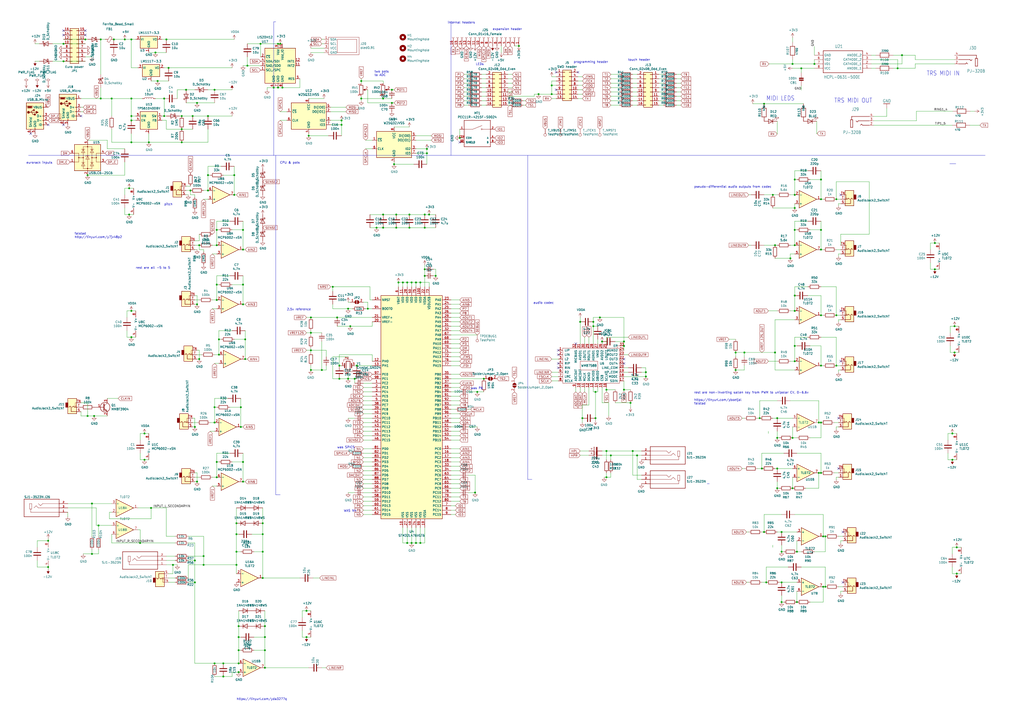
<source format=kicad_sch>
(kicad_sch (version 20230121) (generator eeschema)
  (paper "A2")
  (junction (at 50.8 241.3))
  (junction (at 458.47 149.86))
  (junction (at 300.99 26.67))
  (junction (at 138.43 389.89))
  (junction (at 81.28 314.96))
  (junction (at 127 196.85))
  (junction (at 237.49 132.08))
  (junction (at 227.33 52.07))
  (junction (at 476.25 133.35))
  (junction (at 76.2 180.34))
  (junction (at 476.25 182.88))
  (junction (at 247.65 86.36))
  (junction (at 125.73 133.35))
  (junction (at 58.42 57.15))
  (junction (at 453.39 320.04))
  (junction (at 142.24 208.28))
  (junction (at 523.24 32.004))
  (junction (at 248.92 124.46))
  (junction (at 162.56 25.4))
  (junction (at 374.65 215.9))
  (junction (at 27.94 328.93))
  (junction (at 143.51 38.1))
  (junction (at 57.15 304.8))
  (junction (at 246.38 160.02))
  (junction (at 163.83 50.8))
  (junction (at 180.34 214.63))
  (junction (at 361.95 226.06))
  (junction (at 36.83 35.56))
  (junction (at 476.25 274.32))
  (junction (at 195.58 184.15))
  (junction (at 205.74 219.71))
  (junction (at 365.76 233.68))
  (junction (at 96.52 22.86))
  (junction (at 354.33 264.16))
  (junction (at 129.54 392.43))
  (junction (at 459.74 254))
  (junction (at 153.67 369.57))
  (junction (at 153.67 377.19))
  (junction (at 113.03 325.12))
  (junction (at 246.38 124.46))
  (junction (at 236.22 314.96))
  (junction (at 461.01 171.45))
  (junction (at 449.58 204.47))
  (junction (at 462.28 320.04))
  (junction (at 554.99 332.74))
  (junction (at 114.3 59.69))
  (junction (at 243.84 314.96))
  (junction (at 53.34 321.31))
  (junction (at 138.43 363.22))
  (junction (at 276.86 227.33))
  (junction (at 227.33 59.69))
  (junction (at 553.72 204.47))
  (junction (at 461.01 113.03))
  (junction (at 125.73 173.99))
  (junction (at 213.36 179.07))
  (junction (at 120.65 110.49))
  (junction (at 115.57 208.28))
  (junction (at 158.75 50.8))
  (junction (at 477.52 340.36))
  (junction (at 124.46 245.11))
  (junction (at 90.17 30.48))
  (junction (at 450.85 242.57))
  (junction (at 125.73 142.24))
  (junction (at 459.74 37.084))
  (junction (at 66.04 22.86))
  (junction (at 542.29 140.97))
  (junction (at 485.14 212.09))
  (junction (at 151.13 25.4))
  (junction (at 337.82 242.57))
  (junction (at 140.97 144.78))
  (junction (at 443.23 60.198))
  (junction (at 50.8 101.6))
  (junction (at 218.44 132.08))
  (junction (at 349.25 198.12))
  (junction (at 552.45 251.46))
  (junction (at 137.16 303.53))
  (junction (at 27.94 313.69))
  (junction (at 76.2 82.55))
  (junction (at 177.8 369.57))
  (junction (at 231.14 163.83))
  (junction (at 91.44 46.99))
  (junction (at 553.72 189.23))
  (junction (at 198.12 69.85))
  (junction (at 450.85 254))
  (junction (at 552.45 266.7))
  (junction (at 125.73 165.1))
  (junction (at 140.97 133.35))
  (junction (at 161.29 50.8))
  (junction (at 367.03 261.62))
  (junction (at 196.85 219.71))
  (junction (at 238.76 314.96))
  (junction (at 110.49 110.49))
  (junction (at 462.28 349.25))
  (junction (at 118.11 327.66))
  (junction (at 241.3 163.83))
  (junction (at 198.12 72.39))
  (junction (at 53.34 292.1))
  (junction (at 129.54 384.81))
  (junction (at 476.25 245.11))
  (junction (at 222.25 124.46))
  (junction (at 485.14 182.88))
  (junction (at 180.34 193.04))
  (junction (at 186.69 214.63))
  (junction (at 137.16 309.88))
  (junction (at 461.01 200.66))
  (junction (at 100.33 327.66))
  (junction (at 478.79 340.36))
  (junction (at 111.76 67.31))
  (junction (at 369.57 264.16))
  (junction (at 312.42 54.61))
  (junction (at 450.85 283.21))
  (junction (at 351.79 261.62))
  (junction (at 229.87 132.08))
  (junction (at 125.73 267.97))
  (junction (at 361.95 200.66))
  (junction (at 461.01 180.34))
  (junction (at 179.07 78.74))
  (junction (at 114.3 176.53))
  (junction (at 105.41 82.55))
  (junction (at 476.25 104.14))
  (junction (at 461.01 133.35))
  (junction (at 76.2 57.15))
  (junction (at 54.61 241.3))
  (junction (at 459.74 283.21))
  (junction (at 127 205.74))
  (junction (at 180.34 184.15))
  (junction (at 228.6 95.25))
  (junction (at 86.36 82.55))
  (junction (at 152.4 303.53))
  (junction (at 280.67 219.71))
  (junction (at 97.79 39.37))
  (junction (at 472.44 37.084))
  (junction (at 448.31 113.03))
  (junction (at 201.93 219.71))
  (junction (at 449.58 142.24))
  (junction (at 114.3 279.4))
  (junction (at 177.8 354.33))
  (junction (at 105.41 74.93))
  (junction (at 87.63 294.64))
  (junction (at 426.72 204.47))
  (junction (at 125.73 276.86))
  (junction (at 124.46 384.81))
  (junction (at 426.72 214.63))
  (junction (at 76.2 67.31))
  (junction (at 246.38 156.21))
  (junction (at 345.44 227.33))
  (junction (at 76.2 69.85))
  (junction (at 444.5 337.82))
  (junction (at 246.38 132.08))
  (junction (at 153.67 387.35))
  (junction (at 113.03 247.65))
  (junction (at 453.39 308.61))
  (junction (at 138.43 384.81))
  (junction (at 76.2 195.58))
  (junction (at 105.41 67.31))
  (junction (at 152.4 309.88))
  (junction (at 95.25 67.31))
  (junction (at 345.44 242.57))
  (junction (at 464.82 39.624))
  (junction (at 474.98 274.32))
  (junction (at 201.93 179.07))
  (junction (at 431.8 204.47))
  (junction (at 243.84 163.83))
  (junction (at 320.04 54.61))
  (junction (at 461.01 209.55))
  (junction (at 203.2 189.23))
  (junction (at 76.2 22.86))
  (junction (at 554.99 317.5))
  (junction (at 139.7 247.65))
  (junction (at 485.14 115.57))
  (junction (at 72.39 22.86))
  (junction (at 64.77 57.15))
  (junction (at 474.98 245.11))
  (junction (at 83.82 266.7))
  (junction (at 461.01 142.24))
  (junction (at 137.16 327.66))
  (junction (at 450.85 271.78))
  (junction (at 83.82 251.46))
  (junction (at 153.67 363.22))
  (junction (at 137.16 320.04))
  (junction (at 520.7 39.624))
  (junction (at 222.25 132.08))
  (junction (at 222.25 57.15))
  (junction (at 453.39 337.82))
  (junction (at 152.4 320.04))
  (junction (at 361.95 198.12))
  (junction (at 351.79 226.06))
  (junction (at 36.83 25.4))
  (junction (at 113.03 337.82))
  (junction (at 247.65 88.9))
  (junction (at 138.43 377.19))
  (junction (at 209.55 57.15))
  (junction (at 320.04 49.53))
  (junction (at 180.34 203.2))
  (junction (at 229.87 124.46))
  (junction (at 115.57 142.24))
  (junction (at 152.4 335.28))
  (junction (at 252.73 160.02))
  (junction (at 443.23 308.61))
  (junction (at 266.7 80.01))
  (junction (at 236.22 163.83))
  (junction (at 120.65 67.31))
  (junction (at 161.29 25.4))
  (junction (at 135.89 113.03))
  (junction (at 477.52 311.15))
  (junction (at 74.93 124.46))
  (junction (at 135.89 101.6))
  (junction (at 347.98 184.15))
  (junction (at 58.42 22.86))
  (junction (at 207.01 212.09))
  (junction (at 542.29 156.21))
  (junction (at 275.59 285.75))
  (junction (at 140.97 165.1))
  (junction (at 344.17 186.69))
  (junction (at 124.46 236.22))
  (junction (at 344.17 189.23))
  (junction (at 74.93 109.22))
  (junction (at 238.76 163.83))
  (junction (at 107.95 52.07))
  (junction (at 478.79 311.15))
  (junction (at 196.85 212.09))
  (junction (at 453.39 349.25))
  (junction (at 140.97 176.53))
  (junction (at 139.7 236.22))
  (junction (at 138.43 369.57))
  (junction (at 440.69 242.57))
  (junction (at 142.24 196.85))
  (junction (at 351.79 276.86))
  (junction (at 95.25 57.15))
  (junction (at 374.65 218.44))
  (junction (at 461.01 104.14))
  (junction (at 118.11 322.58))
  (junction (at 124.46 52.07))
  (junction (at 461.01 120.65))
  (junction (at 140.97 267.97))
  (junction (at 476.25 144.78))
  (junction (at 241.3 314.96))
  (junction (at 336.55 186.69))
  (junction (at 49.53 22.86))
  (junction (at 476.25 115.57))
  (junction (at 193.04 166.37))
  (junction (at 233.68 163.83))
  (junction (at 140.97 279.4))
  (junction (at 441.96 271.78))
  (junction (at 237.49 124.46))
  (junction (at 476.25 212.09))
  (junction (at 120.65 101.6))
  (junction (at 209.55 46.99))
  (no_connect (at 17.78 77.47))
  (no_connect (at 36.83 72.39))
  (no_connect (at 488.95 337.82))
  (no_connect (at 266.7 82.55))
  (no_connect (at 36.83 17.78))
  (no_connect (at 487.68 113.03))
  (no_connect (at 46.99 67.31))
  (no_connect (at 36.83 20.32))
  (no_connect (at 361.95 208.28))
  (no_connect (at 49.53 17.78))
  (no_connect (at 322.58 52.07))
  (no_connect (at 486.41 242.57))
  (no_connect (at 488.95 308.61))
  (no_connect (at 334.01 199.39))
  (no_connect (at 322.58 41.91))
  (no_connect (at 487.68 209.55))
  (no_connect (at 323.85 205.74))
  (no_connect (at 486.41 271.78))
  (no_connect (at 323.85 213.36))
  (no_connect (at 49.53 20.32))
  (no_connect (at 361.95 210.82))
  (no_connect (at 323.85 210.82))
  (no_connect (at 27.94 72.39))
  (no_connect (at 487.68 180.34))
  (no_connect (at 335.28 41.91))
  (no_connect (at 323.85 203.2))
  (wire (pts (xy 120.65 96.52) (xy 120.65 101.6)))
  (wire (pts (xy 210.82 273.05) (xy 215.9 273.05)))
  (wire (pts (xy 382.27 53.34) (xy 384.81 53.34)))
  (wire (pts (xy 461.01 209.55) (xy 461.01 200.66)))
  (wire (pts (xy 241.3 314.96) (xy 243.84 314.96)))
  (wire (pts (xy 53.34 318.77) (xy 53.34 321.31)))
  (wire (pts (xy 153.67 387.35) (xy 179.07 387.35)))
  (wire (pts (xy 125.73 173.99) (xy 125.73 165.1)))
  (wire (pts (xy 97.79 337.82) (xy 101.6 337.82)))
  (wire (pts (xy 261.62 196.85) (xy 266.7 196.85)))
  (wire (pts (xy 553.72 204.47) (xy 551.18 204.47)))
  (wire (pts (xy 140.97 165.1) (xy 140.97 176.53)))
  (wire (pts (xy 123.19 142.24) (xy 125.73 142.24)))
  (wire (pts (xy 565.404 64.516) (xy 562.864 64.516)) (stroke (width 0.1524)))
  (wire (pts (xy 261.62 176.53) (xy 266.7 176.53)))
  (wire (pts (xy 76.2 67.31) (xy 76.2 57.15)))
  (wire (pts (xy 210.82 242.57) (xy 215.9 242.57)))
  (wire (pts (xy 485.14 212.09) (xy 487.68 212.09)))
  (wire (pts (xy 134.62 392.43) (xy 134.62 389.89)))
  (wire (pts (xy 142.24 279.4) (xy 140.97 279.4)))
  (wire (pts (xy 464.82 39.624) (xy 472.44 39.624)) (stroke (width 0.1524)))
  (wire (pts (xy 76.2 195.58) (xy 78.74 195.58)))
  (wire (pts (xy 434.34 142.24) (xy 435.61 142.24)))
  (wire (pts (xy 462.28 313.69) (xy 462.28 320.04)))
  (wire (pts (xy 486.41 214.63) (xy 486.41 215.9)))
  (wire (pts (xy 213.36 179.07) (xy 215.9 179.07)))
  (wire (pts (xy 113.03 274.32) (xy 114.3 274.32)))
  (wire (pts (xy 394.97 48.26) (xy 392.43 48.26)))
  (wire (pts (xy 344.17 199.39) (xy 344.17 189.23)))
  (wire (pts (xy 175.26 369.57) (xy 175.26 365.76)))
  (wire (pts (xy 125.73 128.27) (xy 125.73 133.35)))
  (wire (pts (xy 118.11 110.49) (xy 120.65 110.49)))
  (wire (pts (xy 351.79 199.39) (xy 351.79 195.58)))
  (wire (pts (xy 461.01 120.65) (xy 461.01 118.11)))
  (wire (pts (xy 64.77 82.55) (xy 76.2 82.55)))
  (wire (pts (xy 113.03 139.7) (xy 115.57 139.7)))
  (wire (pts (xy 487.68 214.63) (xy 486.41 214.63)))
  (wire (pts (xy 261.62 186.69) (xy 266.7 186.69)))
  (wire (pts (xy 114.3 144.78) (xy 113.03 144.78)))
  (wire (pts (xy 210.82 275.59) (xy 215.9 275.59)))
  (wire (pts (xy 476.25 200.66) (xy 476.25 212.09)))
  (wire (pts (xy 458.47 180.34) (xy 461.01 180.34)))
  (wire (pts (xy 487.68 147.32) (xy 486.41 147.32)))
  (wire (pts (xy 138.43 369.57) (xy 139.7 369.57)))
  (wire (pts (xy 486.41 340.36) (xy 488.95 340.36)))
  (wire (pts (xy 186.69 214.63) (xy 180.34 214.63)))
  (wire (pts (xy 369.57 53.34) (xy 367.03 53.34)))
  (wire (pts (xy 226.06 52.07) (xy 227.33 52.07)))
  (wire (pts (xy 111.76 74.93) (xy 105.41 74.93)))
  (wire (pts (xy 246.38 156.21) (xy 246.38 153.67)))
  (wire (pts (xy 468.63 195.58) (xy 461.01 195.58)))
  (polyline (pts (xy 261.62 90.17) (xy 261.62 12.7)))
  (wire (pts (xy 113.03 52.07) (xy 107.95 52.07)))
  (wire (pts (xy 551.18 204.47) (xy 551.18 200.66)))
  (wire (pts (xy 336.55 264.16) (xy 341.63 264.16)))
  (wire (pts (xy 109.22 113.03) (xy 107.95 113.03)))
  (wire (pts (xy 441.96 271.78) (xy 439.42 271.78)))
  (wire (pts (xy 520.7 34.544) (xy 520.7 39.624)) (stroke (width 0.1524)))
  (wire (pts (xy 137.16 309.88) (xy 137.16 303.53)))
  (wire (pts (xy 474.98 283.21) (xy 474.98 274.32)))
  (wire (pts (xy 431.8 271.78) (xy 430.53 271.78)))
  (wire (pts (xy 203.2 175.26) (xy 201.93 175.26)))
  (wire (pts (xy 210.82 262.89) (xy 215.9 262.89)))
  (wire (pts (xy 453.39 308.61) (xy 462.28 308.61)))
  (wire (pts (xy 554.99 317.5) (xy 557.53 317.5)))
  (wire (pts (xy 261.62 262.89) (xy 266.7 262.89)))
  (wire (pts (xy 227.33 52.07) (xy 228.6 52.07)))
  (wire (pts (xy 345.44 227.33) (xy 345.44 242.57)))
  (wire (pts (xy 109.22 335.28) (xy 109.22 327.66)))
  (wire (pts (xy 124.46 210.82) (xy 127 210.82)))
  (wire (pts (xy 128.27 96.52) (xy 120.65 96.52)))
  (wire (pts (xy 518.16 39.624) (xy 520.7 39.624)) (stroke (width 0.1524)))
  (wire (pts (xy 180.34 193.04) (xy 177.8 193.04)))
  (wire (pts (xy 394.97 58.42) (xy 392.43 58.42)))
  (wire (pts (xy 177.8 184.15) (xy 180.34 184.15)))
  (wire (pts (xy 297.18 45.72) (xy 294.64 45.72)))
  (wire (pts (xy 209.55 46.99) (xy 209.55 48.26)))
  (wire (pts (xy 261.62 199.39) (xy 266.7 199.39)))
  (wire (pts (xy 109.22 322.58) (xy 118.11 322.58)))
  (wire (pts (xy 450.85 242.57) (xy 459.74 242.57)))
  (wire (pts (xy 539.75 140.97) (xy 542.29 140.97)))
  (wire (pts (xy 238.76 306.07) (xy 238.76 314.96)))
  (wire (pts (xy 369.57 264.16) (xy 369.57 278.13)))
  (wire (pts (xy 241.3 306.07) (xy 241.3 314.96)))
  (wire (pts (xy 137.16 332.74) (xy 137.16 327.66)))
  (wire (pts (xy 81.28 251.46) (xy 83.82 251.46)))
  (wire (pts (xy 233.68 314.96) (xy 233.68 306.07)))
  (wire (pts (xy 443.23 298.45) (xy 443.23 308.61)))
  (wire (pts (xy 96.52 30.48) (xy 90.17 30.48)))
  (wire (pts (xy 193.04 219.71) (xy 196.85 219.71)))
  (wire (pts (xy 449.58 204.47) (xy 449.58 185.42)))
  (wire (pts (xy 322.58 44.45) (xy 320.04 44.45)))
  (wire (pts (xy 213.36 52.07) (xy 213.36 59.69)))
  (wire (pts (xy 97.79 332.74) (xy 100.33 332.74)))
  (wire (pts (xy 236.22 314.96) (xy 233.68 314.96)))
  (wire (pts (xy 514.35 67.564) (xy 514.35 62.738)) (stroke (width 0.1524)))
  (wire (pts (xy 129.54 101.6) (xy 135.89 101.6)))
  (wire (pts (xy 551.18 193.04) (xy 551.18 189.23)))
  (wire (pts (xy 261.62 173.99) (xy 266.7 173.99)))
  (wire (pts (xy 210.82 255.27) (xy 215.9 255.27)))
  (wire (pts (xy 461.01 298.45) (xy 477.52 298.45)))
  (wire (pts (xy 261.62 209.55) (xy 266.7 209.55)))
  (wire (pts (xy 205.74 212.09) (xy 207.01 212.09)))
  (wire (pts (xy 63.5 297.18) (xy 64.77 297.18)))
  (wire (pts (xy 218.44 132.08) (xy 222.25 132.08)))
  (wire (pts (xy 210.82 229.87) (xy 215.9 229.87)))
  (wire (pts (xy 382.27 58.42) (xy 384.81 58.42)))
  (wire (pts (xy 64.77 314.96) (xy 81.28 314.96)))
  (wire (pts (xy 281.94 43.18) (xy 279.4 43.18)))
  (wire (pts (xy 476.25 128.27) (xy 476.25 133.35)))
  (wire (pts (xy 127 191.77) (xy 127 196.85)))
  (wire (pts (xy 459.74 276.86) (xy 459.74 283.21)))
  (wire (pts (xy 229.87 124.46) (xy 237.49 124.46)))
  (wire (pts (xy 78.74 69.85) (xy 76.2 69.85)))
  (wire (pts (xy 36.83 22.86) (xy 49.53 22.86)))
  (wire (pts (xy 452.12 337.82) (xy 453.39 337.82)))
  (wire (pts (xy 369.57 48.26) (xy 367.03 48.26)))
  (wire (pts (xy 271.78 247.65) (xy 276.86 247.65)))
  (wire (pts (xy 364.49 205.74) (xy 361.95 205.74)))
  (polyline (pts (xy 16.51 90.17) (xy 571.5 90.17)))
  (wire (pts (xy 367.03 275.59) (xy 367.03 261.62)))
  (wire (pts (xy 195.58 184.15) (xy 215.9 184.15)))
  (wire (pts (xy 105.41 74.93) (xy 96.52 74.93)))
  (wire (pts (xy 450.85 271.78) (xy 459.74 271.78)))
  (wire (pts (xy 109.22 314.96) (xy 113.03 314.96)))
  (wire (pts (xy 129.54 384.81) (xy 138.43 384.81)))
  (wire (pts (xy 453.39 298.45) (xy 443.23 298.45)))
  (wire (pts (xy 472.44 32.004) (xy 472.44 26.924)) (stroke (width 0.1524)))
  (wire (pts (xy 210.82 270.51) (xy 215.9 270.51)))
  (wire (pts (xy 461.01 128.27) (xy 461.01 133.35)))
  (wire (pts (xy 74.93 124.46) (xy 77.47 124.46)))
  (wire (pts (xy 152.4 303.53) (xy 152.4 309.88)))
  (wire (pts (xy 350.52 276.86) (xy 351.79 276.86)))
  (wire (pts (xy 530.86 32.004) (xy 530.86 34.544)) (stroke (width 0.1524)))
  (wire (pts (xy 30.48 35.56) (xy 36.83 35.56)))
  (wire (pts (xy 201.93 219.71) (xy 201.93 217.17)))
  (wire (pts (xy 477.52 115.57) (xy 476.25 115.57)))
  (wire (pts (xy 458.47 209.55) (xy 461.01 209.55)))
  (wire (pts (xy 322.58 54.61) (xy 320.04 54.61)))
  (wire (pts (xy 73.66 195.58) (xy 76.2 195.58)))
  (wire (pts (xy 539.75 156.21) (xy 539.75 152.4)))
  (wire (pts (xy 210.82 222.25) (xy 215.9 222.25)))
  (wire (pts (xy 100.33 327.66) (xy 102.87 327.66)))
  (wire (pts (xy 448.31 120.65) (xy 461.01 120.65)))
  (wire (pts (xy 179.07 78.74) (xy 190.5 78.74)))
  (wire (pts (xy 114.3 203.2) (xy 115.57 203.2)))
  (wire (pts (xy 487.68 118.11) (xy 486.41 118.11)))
  (wire (pts (xy 127 196.85) (xy 128.27 196.85)))
  (wire (pts (xy 261.62 219.71) (xy 280.67 219.71)))
  (wire (pts (xy 162.56 69.85) (xy 166.37 69.85)))
  (wire (pts (xy 123.19 276.86) (xy 125.73 276.86)))
  (wire (pts (xy 336.55 261.62) (xy 341.63 261.62)))
  (wire (pts (xy 113.03 173.99) (xy 115.57 173.99)))
  (wire (pts (xy 227.33 59.69) (xy 228.6 59.69)))
  (wire (pts (xy 101.6 311.15) (xy 96.52 311.15)))
  (wire (pts (xy 153.67 363.22) (xy 153.67 369.57)))
  (wire (pts (xy 344.17 186.69) (xy 344.17 184.15)))
  (wire (pts (xy 124.46 384.81) (xy 129.54 384.81)))
  (wire (pts (xy 448.31 317.5) (xy 448.31 316.23)))
  (wire (pts (xy 138.43 369.57) (xy 138.43 363.22)))
  (wire (pts (xy 461.01 142.24) (xy 461.01 133.35)))
  (wire (pts (xy 83.82 251.46) (xy 86.36 251.46)))
  (wire (pts (xy 485.14 144.78) (xy 487.68 144.78)))
  (wire (pts (xy 505.46 39.624) (xy 508 39.624)) (stroke (width 0.1524)))
  (wire (pts (xy 93.98 22.86) (xy 96.52 22.86)))
  (wire (pts (xy 443.23 60.198) (xy 466.09 60.198)) (stroke (width 0.1524)))
  (wire (pts (xy 356.87 198.12) (xy 361.95 198.12)))
  (wire (pts (xy 261.62 242.57) (xy 266.7 242.57)))
  (wire (pts (xy 261.62 288.29) (xy 266.7 288.29)))
  (wire (pts (xy 449.58 185.42) (xy 461.01 185.42)))
  (wire (pts (xy 458.47 149.86) (xy 458.47 147.32)))
  (wire (pts (xy 76.2 39.37) (xy 76.2 22.86)))
  (wire (pts (xy 468.63 166.37) (xy 461.01 166.37)))
  (wire (pts (xy 53.34 33.02) (xy 49.53 33.02)))
  (wire (pts (xy 114.3 205.74) (xy 116.84 205.74)))
  (wire (pts (xy 72.39 22.86) (xy 76.2 22.86)))
  (wire (pts (xy 196.85 205.74) (xy 215.9 205.74)))
  (wire (pts (xy 271.78 53.34) (xy 269.24 53.34)))
  (wire (pts (xy 115.57 135.89) (xy 115.57 139.7)))
  (wire (pts (xy 505.46 37.084) (xy 523.24 37.084)) (stroke (width 0.1524)))
  (wire (pts (xy 111.76 67.31) (xy 120.65 67.31)))
  (wire (pts (xy 335.28 44.45) (xy 337.82 44.45)))
  (wire (pts (xy 137.16 327.66) (xy 137.16 320.04)))
  (wire (pts (xy 123.19 147.32) (xy 125.73 147.32)))
  (wire (pts (xy 96.52 67.31) (xy 95.25 67.31)))
  (wire (pts (xy 180.34 30.48) (xy 187.96 30.48)))
  (wire (pts (xy 476.25 171.45) (xy 476.25 182.88)))
  (wire (pts (xy 173.99 45.72) (xy 173.99 50.8)))
  (polyline (pts (xy 306.07 90.17) (xy 306.07 278.13)))
  (wire (pts (xy 163.83 50.8) (xy 161.29 50.8)))
  (wire (pts (xy 552.45 251.46) (xy 554.99 251.46)))
  (wire (pts (xy 114.3 279.4) (xy 113.03 279.4)))
  (wire (pts (xy 118.11 322.58) (xy 118.11 327.66)))
  (wire (pts (xy 453.39 337.82) (xy 462.28 337.82)))
  (wire (pts (xy 476.25 274.32) (xy 474.98 274.32)))
  (wire (pts (xy 215.9 186.69) (xy 215.9 189.23)))
  (wire (pts (xy 446.024 37.084) (xy 459.74 37.084)))
  (wire (pts (xy 468.63 99.06) (xy 461.01 99.06)))
  (wire (pts (xy 187.96 27.94) (xy 180.34 27.94)))
  (wire (pts (xy 384.81 45.72) (xy 382.27 45.72)))
  (wire (pts (xy 468.63 171.45) (xy 476.25 171.45)))
  (wire (pts (xy 468.63 128.27) (xy 461.01 128.27)))
  (wire (pts (xy 151.13 25.4) (xy 143.51 25.4)))
  (wire (pts (xy 453.39 320.04) (xy 454.66 320.04)))
  (wire (pts (xy 367.03 60.96) (xy 369.57 60.96)))
  (wire (pts (xy 320.04 208.28) (xy 323.85 208.28)))
  (wire (pts (xy 336.55 224.79) (xy 336.55 227.33)))
  (wire (pts (xy 138.43 377.19) (xy 138.43 369.57)))
  (wire (pts (xy 486.41 247.65) (xy 485.14 247.65)))
  (wire (pts (xy 76.2 77.47) (xy 76.2 82.55)))
  (wire (pts (xy 478.79 320.04) (xy 478.79 311.15)))
  (wire (pts (xy 76.2 57.15) (xy 82.55 57.15)))
  (wire (pts (xy 448.31 242.57) (xy 450.85 242.57)))
  (wire (pts (xy 261.62 212.09) (xy 266.7 212.09)))
  (wire (pts (xy 124.46 52.07) (xy 120.65 52.07)))
  (wire (pts (xy 46.99 62.23) (xy 48.26 62.23)))
  (wire (pts (xy 107.95 107.95) (xy 110.49 107.95)))
  (wire (pts (xy 440.69 232.41) (xy 440.69 242.57)))
  (wire (pts (xy 450.85 232.41) (xy 440.69 232.41)))
  (wire (pts (xy 210.82 293.37) (xy 215.9 293.37)))
  (wire (pts (xy 279.4 50.8) (xy 281.94 50.8)))
  (wire (pts (xy 237.49 124.46) (xy 246.38 124.46)))
  (wire (pts (xy 97.79 335.28) (xy 101.6 335.28)))
  (wire (pts (xy 349.25 224.79) (xy 349.25 233.68)))
  (wire (pts (xy 351.79 226.06) (xy 351.79 224.79)))
  (wire (pts (xy 459.74 39.624) (xy 464.82 39.624)) (stroke (width 0.1524)))
  (wire (pts (xy 118.11 144.78) (xy 118.11 146.05)))
  (wire (pts (xy 20.32 25.4) (xy 22.86 25.4)))
  (wire (pts (xy 58.42 43.18) (xy 58.42 22.86)))
  (wire (pts (xy 123.19 173.99) (xy 125.73 173.99)))
  (wire (pts (xy 198.12 72.39) (xy 198.12 78.74)))
  (wire (pts (xy 196.85 219.71) (xy 201.93 219.71)))
  (wire (pts (xy 180.34 203.2) (xy 180.34 201.93)))
  (wire (pts (xy 76.2 180.34) (xy 78.74 180.34)))
  (wire (pts (xy 426.72 214.63) (xy 431.8 214.63)))
  (wire (pts (xy 553.72 189.23) (xy 556.26 189.23)))
  (wire (pts (xy 449.58 149.86) (xy 458.47 149.86)))
  (wire (pts (xy 441.96 262.89) (xy 441.96 271.78)))
  (wire (pts (xy 346.71 189.23) (xy 344.17 189.23)))
  (wire (pts (xy 549.91 251.46) (xy 552.45 251.46)))
  (wire (pts (xy 215.9 205.74) (xy 215.9 209.55)))
  (wire (pts (xy 133.35 262.89) (xy 125.73 262.89)))
  (wire (pts (xy 180.34 203.2) (xy 177.8 203.2)))
  (wire (pts (xy 279.4 55.88) (xy 281.94 55.88)))
  (wire (pts (xy 349.25 261.62) (xy 351.79 261.62)))
  (wire (pts (xy 81.28 307.34) (xy 81.28 314.96)))
  (wire (pts (xy 179.07 57.15) (xy 187.96 57.15)))
  (wire (pts (xy 445.77 209.55) (xy 450.85 209.55)))
  (wire (pts (xy 458.47 147.32) (xy 461.01 147.32)))
  (wire (pts (xy 281.94 58.42) (xy 279.4 58.42)))
  (wire (pts (xy 113.03 142.24) (xy 115.57 142.24)))
  (wire (pts (xy 121.92 250.19) (xy 124.46 250.19)))
  (wire (pts (xy 96.52 74.93) (xy 96.52 69.85)))
  (wire (pts (xy 95.25 67.31) (xy 93.98 67.31)))
  (wire (pts (xy 351.79 261.62) (xy 367.03 261.62)))
  (wire (pts (xy 81.28 266.7) (xy 83.82 266.7)))
  (wire (pts (xy 214.63 132.08) (xy 218.44 132.08)))
  (wire (pts (xy 212.09 81.28) (xy 215.9 81.28)))
  (wire (pts (xy 129.54 392.43) (xy 134.62 392.43)))
  (wire (pts (xy 354.33 43.18) (xy 359.41 43.18)))
  (wire (pts (xy 222.25 57.15) (xy 222.25 55.88)))
  (wire (pts (xy 351.79 226.06) (xy 356.87 226.06)))
  (wire (pts (xy 152.4 320.04) (xy 147.32 320.04)))
  (wire (pts (xy 143.51 208.28) (xy 142.24 208.28)))
  (wire (pts (xy 487.68 313.69) (xy 487.68 314.96)))
  (wire (pts (xy 271.78 275.59) (xy 275.59 275.59)))
  (wire (pts (xy 369.57 58.42) (xy 367.03 58.42)))
  (wire (pts (xy 222.25 132.08) (xy 229.87 132.08)))
  (wire (pts (xy 81.28 255.27) (xy 81.28 251.46)))
  (wire (pts (xy 530.86 39.624) (xy 530.86 37.084)) (stroke (width 0.1524)))
  (wire (pts (xy 485.14 276.86) (xy 485.14 278.13)))
  (wire (pts (xy 53.34 292.1) (xy 64.77 292.1)))
  (wire (pts (xy 392.43 45.72) (xy 394.97 45.72)))
  (polyline (pts (xy 158.75 12.7) (xy 160.02 12.7)))
  (wire (pts (xy 124.46 231.14) (xy 124.46 236.22)))
  (wire (pts (xy 198.12 69.85) (xy 191.77 69.85)))
  (wire (pts (xy 180.34 191.77) (xy 180.34 193.04)))
  (wire (pts (xy 361.95 184.15) (xy 347.98 184.15)))
  (wire (pts (xy 359.41 55.88) (xy 354.33 55.88)))
  (wire (pts (xy 486.41 118.11) (xy 486.41 119.38)))
  (wire (pts (xy 337.82 242.57) (xy 337.82 245.11)))
  (wire (pts (xy 248.92 124.46) (xy 252.73 124.46)))
  (wire (pts (xy 175.26 358.14) (xy 175.26 354.33)))
  (wire (pts (xy 426.72 207.01) (xy 426.72 204.47)))
  (wire (pts (xy 552.45 321.31) (xy 552.45 317.5)))
  (wire (pts (xy 137.16 320.04) (xy 137.16 309.88)))
  (wire (pts (xy 46.99 233.68) (xy 50.8 233.68)))
  (wire (pts (xy 349.25 198.12) (xy 349.25 199.39)))
  (wire (pts (xy 96.52 294.64) (xy 87.63 294.64)))
  (wire (pts (xy 87.63 300.99) (xy 63.5 300.99)))
  (polyline (pts (xy 160.02 90.17) (xy 160.02 287.02)))
  (wire (pts (xy 115.57 203.2) (xy 115.57 208.28)))
  (wire (pts (xy 125.73 160.02) (xy 125.73 165.1)))
  (wire (pts (xy 139.7 236.22) (xy 139.7 247.65)))
  (wire (pts (xy 140.97 247.65) (xy 139.7 247.65)))
  (wire (pts (xy 231.14 163.83) (xy 233.68 163.83)))
  (wire (pts (xy 135.89 96.52) (xy 135.89 101.6)))
  (wire (pts (xy 361.95 200.66) (xy 361.95 203.2)))
  (wire (pts (xy 105.41 67.31) (xy 111.76 67.31)))
  (wire (pts (xy 210.82 232.41) (xy 215.9 232.41)))
  (wire (pts (xy 485.14 195.58) (xy 485.14 212.09)))
  (wire (pts (xy 261.62 260.35) (xy 266.7 260.35)))
  (wire (pts (xy 177.8 369.57) (xy 175.26 369.57)))
  (wire (pts (xy 312.42 54.61) (xy 320.04 54.61)))
  (wire (pts (xy 444.5 328.93) (xy 444.5 337.82)))
  (wire (pts (xy 62.23 81.28) (xy 62.23 86.36)))
  (wire (pts (xy 467.36 283.21) (xy 474.98 283.21)))
  (wire (pts (xy 95.25 39.37) (xy 97.79 39.37)))
  (wire (pts (xy 474.98 232.41) (xy 474.98 245.11)))
  (wire (pts (xy 114.3 171.45) (xy 114.3 176.53)))
  (wire (pts (xy 523.24 32.004) (xy 518.16 32.004)) (stroke (width 0.1524)))
  (wire (pts (xy 68.58 231.14) (xy 62.23 231.14)))
  (wire (pts (xy 210.82 280.67) (xy 215.9 280.67)))
  (wire (pts (xy 384.81 60.96) (xy 382.27 60.96)))
  (wire (pts (xy 64.77 309.88) (xy 64.77 314.96)))
  (wire (pts (xy 478.79 340.36) (xy 477.52 340.36)))
  (wire (pts (xy 151.13 38.1) (xy 143.51 38.1)))
  (wire (pts (xy 229.87 132.08) (xy 237.49 132.08)))
  (wire (pts (xy 210.82 290.83) (xy 215.9 290.83)))
  (wire (pts (xy 382.27 48.26) (xy 384.81 48.26)))
  (wire (pts (xy 441.96 262.89) (xy 454.66 262.89)))
  (wire (pts (xy 261.62 179.07) (xy 266.7 179.07)))
  (wire (pts (xy 214.63 124.46) (xy 222.25 124.46)))
  (wire (pts (xy 123.19 281.94) (xy 125.73 281.94)))
  (wire (pts (xy 118.11 115.57) (xy 120.65 115.57)))
  (wire (pts (xy 134.62 389.89) (xy 138.43 389.89)))
  (wire (pts (xy 353.06 233.68) (xy 353.06 241.3)))
  (wire (pts (xy 120.65 74.93) (xy 120.65 82.55)))
  (wire (pts (xy 487.68 342.9) (xy 487.68 344.17)))
  (wire (pts (xy 210.82 245.11) (xy 215.9 245.11)))
  (wire (pts (xy 125.73 267.97) (xy 127 267.97)))
  (wire (pts (xy 233.68 166.37) (xy 233.68 163.83)))
  (wire (pts (xy 461.01 195.58) (xy 461.01 200.66)))
  (wire (pts (xy 464.82 328.93) (xy 478.79 328.93)))
  (wire (pts (xy 114.3 59.69) (xy 124.46 59.69)))
  (wire (pts (xy 86.36 30.48) (xy 90.17 30.48)))
  (wire (pts (xy 359.41 60.96) (xy 354.33 60.96)))
  (wire (pts (xy 58.42 57.15) (xy 58.42 50.8)))
  (wire (pts (xy 303.53 60.96) (xy 304.8 60.96)))
  (wire (pts (xy 210.82 260.35) (xy 215.9 260.35)))
  (wire (pts (xy 261.62 234.95) (xy 266.7 234.95)))
  (wire (pts (xy 180.34 204.47) (xy 180.34 203.2)))
  (wire (pts (xy 269.24 50.8) (xy 271.78 50.8)))
  (wire (pts (xy 177.8 354.33) (xy 180.34 354.33)))
  (wire (pts (xy 450.85 70.358) (xy 450.85 77.724)) (stroke (width 0.1524)))
  (wire (pts (xy 461.01 171.45) (xy 461.01 180.34)))
  (wire (pts (xy 146.05 309.88) (xy 152.4 309.88)))
  (wire (pts (xy 76.2 39.37) (xy 80.01 39.37)))
  (wire (pts (xy 462.28 320.04) (xy 464.82 320.04)))
  (wire (pts (xy 125.73 165.1) (xy 127 165.1)))
  (wire (pts (xy 459.74 37.084) (xy 459.74 34.544)) (stroke (width 0.1524)))
  (wire (pts (xy 191.77 72.39) (xy 198.12 72.39)))
  (wire (pts (xy 488.95 313.69) (xy 487.68 313.69)))
  (wire (pts (xy 109.22 325.12) (xy 113.03 325.12)))
  (wire (pts (xy 36.83 25.4) (xy 49.53 25.4)))
  (wire (pts (xy 247.65 95.25) (xy 247.65 88.9)))
  (wire (pts (xy 123.19 179.07) (xy 125.73 179.07)))
  (wire (pts (xy 485.14 247.65) (xy 485.14 248.92)))
  (wire (pts (xy 276.86 227.33) (xy 280.67 227.33)))
  (wire (pts (xy 487.68 185.42) (xy 486.41 185.42)))
  (wire (pts (xy 504.19 105.41) (xy 504.19 135.89)))
  (wire (pts (xy 140.97 128.27) (xy 140.97 133.35)))
  (wire (pts (xy 477.52 349.25) (xy 477.52 340.36)))
  (wire (pts (xy 271.78 48.26) (xy 269.24 48.26)))
  (wire (pts (xy 544.83 156.21) (xy 542.29 156.21)))
  (wire (pts (xy 113.03 337.82) (xy 113.03 384.81)))
  (wire (pts (xy 556.26 204.47) (xy 553.72 204.47)))
  (wire (pts (xy 469.9 349.25) (xy 477.52 349.25)))
  (wire (pts (xy 180.34 212.09) (xy 180.34 214.63)))
  (wire (pts (xy 66.04 22.86) (xy 72.39 22.86)))
  (wire (pts (xy 461.01 104.14) (xy 462.28 104.14)))
  (wire (pts (xy 142.24 196.85) (xy 142.24 208.28)))
  (wire (pts (xy 261.62 232.41) (xy 266.7 232.41)))
  (wire (pts (xy 151.13 25.4) (xy 151.13 33.02)))
  (wire (pts (xy 102.87 57.15) (xy 102.87 52.07)))
  (wire (pts (xy 488.95 342.9) (xy 487.68 342.9)))
  (wire (pts (xy 554.99 266.7) (xy 552.45 266.7)))
  (wire (pts (xy 320.04 54.61) (xy 320.04 49.53)))
  (wire (pts (xy 189.23 214.63) (xy 186.69 214.63)))
  (wire (pts (xy 210.82 288.29) (xy 215.9 288.29)))
  (wire (pts (xy 354.33 266.7) (xy 354.33 264.16)))
  (wire (pts (xy 506.73 72.644) (xy 552.45 72.644)) (stroke (width 0.1524)))
  (wire (pts (xy 486.41 311.15) (xy 488.95 311.15)))
  (wire (pts (xy 236.22 166.37) (xy 236.22 163.83)))
  (wire (pts (xy 261.62 267.97) (xy 266.7 267.97)))
  (wire (pts (xy 241.3 163.83) (xy 243.84 163.83)))
  (wire (pts (xy 337.82 234.95) (xy 341.63 234.95)))
  (wire (pts (xy 113.03 171.45) (xy 114.3 171.45)))
  (wire (pts (xy 180.34 184.15) (xy 195.58 184.15)))
  (wire (pts (xy 261.62 280.67) (xy 266.7 280.67)))
  (wire (pts (xy 271.78 43.18) (xy 269.24 43.18)))
  (wire (pts (xy 193.04 207.01) (xy 193.04 219.71)))
  (wire (pts (xy 114.3 176.53) (xy 113.03 176.53)))
  (wire (pts (xy 142.24 176.53) (xy 140.97 176.53)))
  (wire (pts (xy 261.62 191.77) (xy 266.7 191.77)))
  (wire (pts (xy 477.52 212.09) (xy 476.25 212.09)))
  (wire (pts (xy 243.84 163.83) (xy 248.92 163.83)))
  (wire (pts (xy 135.89 196.85) (xy 142.24 196.85)))
  (wire (pts (xy 198.12 69.85) (xy 198.12 72.39)))
  (wire (pts (xy 469.9 200.66) (xy 476.25 200.66)))
  (wire (pts (xy 367.03 261.62) (xy 372.11 261.62)))
  (wire (pts (xy 320.04 49.53) (xy 320.04 46.99)))
  (wire (pts (xy 236.22 314.96) (xy 238.76 314.96)))
  (wire (pts (xy 461.01 133.35) (xy 462.28 133.35)))
  (wire (pts (xy 81.28 262.89) (xy 81.28 266.7)))
  (wire (pts (xy 154.94 50.8) (xy 154.94 52.07)))
  (wire (pts (xy 485.14 105.41) (xy 504.19 105.41)))
  (wire (pts (xy 21.59 328.93) (xy 27.94 328.93)))
  (wire (pts (xy 193.04 176.53) (xy 193.04 179.07)))
  (wire (pts (xy 459.74 37.084) (xy 472.44 37.084)) (stroke (width 0.1524)))
  (wire (pts (xy 462.28 342.9) (xy 462.28 349.25)))
  (wire (pts (xy 109.22 311.15) (xy 118.11 311.15)))
  (wire (pts (xy 210.82 247.65) (xy 215.9 247.65)))
  (wire (pts (xy 46.99 241.3) (xy 50.8 241.3)))
  (wire (pts (xy 444.5 337.82) (xy 441.96 337.82)))
  (wire (pts (xy 247.65 88.9) (xy 247.65 86.36)))
  (wire (pts (xy 309.88 54.61) (xy 312.42 54.61)))
  (wire (pts (xy 158.75 50.8) (xy 154.94 50.8)))
  (wire (pts (xy 443.23 142.24) (xy 449.58 142.24)))
  (wire (pts (xy 450.85 254) (xy 452.12 254)))
  (wire (pts (xy 261.62 295.91) (xy 264.16 295.91)))
  (wire (pts (xy 449.58 204.47) (xy 449.58 214.63)))
  (wire (pts (xy 252.73 156.21) (xy 251.46 156.21)))
  (wire (pts (xy 152.4 335.28) (xy 173.99 335.28)))
  (wire (pts (xy 212.09 86.36) (xy 215.9 86.36)))
  (wire (pts (xy 46.99 57.15) (xy 58.42 57.15)))
  (wire (pts (xy 367.03 45.72) (xy 369.57 45.72)))
  (wire (pts (xy 238.76 163.83) (xy 241.3 163.83)))
  (wire (pts (xy 207.01 212.09) (xy 215.9 212.09)))
  (wire (pts (xy 294.64 55.88) (xy 309.88 55.88)))
  (wire (pts (xy 201.93 219.71) (xy 205.74 219.71)))
  (wire (pts (xy 339.09 199.39) (xy 339.09 195.58)))
  (wire (pts (xy 337.82 234.95) (xy 337.82 242.57)))
  (wire (pts (xy 531.622 64.516) (xy 552.704 64.516)) (stroke (width 0.1524)))
  (wire (pts (xy 111.76 242.57) (xy 113.03 242.57)))
  (wire (pts (xy 450.85 283.21) (xy 452.12 283.21)))
  (wire (pts (xy 266.7 222.25) (xy 261.62 222.25)))
  (wire (pts (xy 450.85 308.61) (xy 453.39 308.61)))
  (wire (pts (xy 180.34 193.04) (xy 186.69 193.04)))
  (wire (pts (xy 261.62 245.11) (xy 266.7 245.11)))
  (wire (pts (xy 486.41 147.32) (xy 486.41 148.59)))
  (wire (pts (xy 96.52 322.58) (xy 101.6 322.58)))
  (wire (pts (xy 476.25 104.14) (xy 476.25 115.57)))
  (wire (pts (xy 453.39 345.44) (xy 453.39 349.25)))
  (wire (pts (xy 384.81 55.88) (xy 382.27 55.88)))
  (wire (pts (xy 485.14 166.37) (xy 485.14 182.88)))
  (wire (pts (xy 361.95 226.06) (xy 365.76 226.06)))
  (wire (pts (xy 431.8 204.47) (xy 449.58 204.47)))
  (wire (pts (xy 246.38 166.37) (xy 246.38 160.02)))
  (wire (pts (xy 382.27 43.18) (xy 384.81 43.18)))
  (wire (pts (xy 261.62 204.47) (xy 266.7 204.47)))
  (wire (pts (xy 354.33 48.26) (xy 359.41 48.26)))
  (wire (pts (xy 458.47 232.41) (xy 474.98 232.41)))
  (wire (pts (xy 549.91 255.27) (xy 549.91 251.46)))
  (wire (pts (xy 477.52 144.78) (xy 476.25 144.78)))
  (wire (pts (xy 203.2 189.23) (xy 195.58 189.23)))
  (wire (pts (xy 261.62 250.19) (xy 266.7 250.19)))
  (wire (pts (xy 50.8 241.3) (xy 54.61 241.3)))
  (wire (pts (xy 542.29 140.97) (xy 544.83 140.97)))
  (wire (pts (xy 349.25 264.16) (xy 354.33 264.16)))
  (wire (pts (xy 30.48 25.4) (xy 36.83 25.4)))
  (wire (pts (xy 294.64 58.42) (xy 295.91 58.42)))
  (wire (pts (xy 53.34 292.1) (xy 53.34 311.15)))
  (wire (pts (xy 473.964 77.47) (xy 473.71 77.47)))
  (wire (pts (xy 271.78 237.49) (xy 273.05 237.49)))
  (wire (pts (xy 483.87 245.11) (xy 486.41 245.11)))
  (wire (pts (xy 523.24 32.004) (xy 530.86 32.004)) (stroke (width 0.1524)))
  (wire (pts (xy 261.62 217.17) (xy 266.7 217.17)))
  (wire (pts (xy 238.76 314.96) (xy 241.3 314.96)))
  (wire (pts (xy 64.77 74.93) (xy 64.77 82.55)))
  (wire (pts (xy 161.29 50.8) (xy 158.75 50.8)))
  (wire (pts (xy 236.22 163.83) (xy 238.76 163.83)))
  (wire (pts (xy 153.67 369.57) (xy 147.32 369.57)))
  (polyline (pts (xy 306.07 278.13) (xy 308.61 278.13)))
  (wire (pts (xy 81.28 307.34) (xy 80.01 307.34)))
  (wire (pts (xy 48.26 64.77) (xy 46.99 64.77)))
  (wire (pts (xy 73.66 184.15) (xy 73.66 180.34)))
  (wire (pts (xy 186.69 198.12) (xy 186.69 214.63)))
  (wire (pts (xy 138.43 377.19) (xy 139.7 377.19)))
  (wire (pts (xy 241.3 78.74) (xy 250.19 78.74)))
  (wire (pts (xy 186.69 22.86) (xy 187.96 22.86)))
  (wire (pts (xy 210.82 234.95) (xy 215.9 234.95)))
  (wire (pts (xy 233.68 163.83) (xy 236.22 163.83)))
  (wire (pts (xy 553.72 37.084) (xy 530.86 37.084)) (stroke (width 0.1524)))
  (wire (pts (xy 50.8 101.6) (xy 72.39 101.6)))
  (wire (pts (xy 210.82 227.33) (xy 215.9 227.33)))
  (wire (pts (xy 124.46 236.22) (xy 125.73 236.22)))
  (polyline (pts (xy 160.02 287.02) (xy 162.56 287.02)))
  (wire (pts (xy 461.01 99.06) (xy 461.01 104.14)))
  (wire (pts (xy 222.25 57.15) (xy 227.33 57.15)))
  (wire (pts (xy 354.33 50.8) (xy 359.41 50.8)))
  (wire (pts (xy 261.62 270.51) (xy 266.7 270.51)))
  (wire (pts (xy 87.63 46.99) (xy 91.44 46.99)))
  (wire (pts (xy 189.23 212.09) (xy 189.23 214.63)))
  (wire (pts (xy 248.92 163.83) (xy 248.92 166.37)))
  (wire (pts (xy 477.52 298.45) (xy 477.52 311.15)))
  (wire (pts (xy 459.74 254) (xy 462.28 254)))
  (wire (pts (xy 210.82 267.97) (xy 215.9 267.97)))
  (wire (pts (xy 449.58 271.78) (xy 450.85 271.78)))
  (wire (pts (xy 261.62 229.87) (xy 266.7 229.87)))
  (wire (pts (xy 73.66 180.34) (xy 76.2 180.34)))
  (wire (pts (xy 152.4 294.64) (xy 152.4 303.53)))
  (wire (pts (xy 63.5 300.99) (xy 63.5 297.18)))
  (polyline (pts (xy 554.482 94.996) (xy 550.926 94.996)))
  (wire (pts (xy 210.82 250.19) (xy 215.9 250.19)))
  (wire (pts (xy 181.61 335.28) (xy 185.42 335.28)))
  (wire (pts (xy 191.77 62.23) (xy 200.66 62.23)))
  (wire (pts (xy 361.95 226.06) (xy 361.95 220.98)))
  (wire (pts (xy 351.79 276.86) (xy 354.33 276.86)))
  (wire (pts (xy 64.77 67.31) (xy 64.77 57.15)))
  (wire (pts (xy 445.77 251.46) (xy 445.77 250.19)))
  (wire (pts (xy 21.59 313.69) (xy 27.94 313.69)))
  (wire (pts (xy 246.38 160.02) (xy 246.38 156.21)))
  (wire (pts (xy 205.74 242.57) (xy 201.93 242.57)))
  (wire (pts (xy 394.97 43.18) (xy 392.43 43.18)))
  (wire (pts (xy 210.82 237.49) (xy 215.9 237.49)))
  (wire (pts (xy 109.22 337.82) (xy 113.03 337.82)))
  (wire (pts (xy 153.67 377.19) (xy 147.32 377.19)))
  (wire (pts (xy 294.64 48.26) (xy 297.18 48.26)))
  (wire (pts (xy 212.09 179.07) (xy 213.36 179.07)))
  (wire (pts (xy 210.82 285.75) (xy 215.9 285.75)))
  (wire (pts (xy 335.28 49.53) (xy 337.82 49.53)))
  (wire (pts (xy 392.43 50.8) (xy 394.97 50.8)))
  (wire (pts (xy 138.43 384.81) (xy 138.43 377.19)))
  (wire (pts (xy 369.57 278.13) (xy 372.11 278.13)))
  (wire (pts (xy 250.19 81.28) (xy 241.3 81.28)))
  (wire (pts (xy 140.97 133.35) (xy 140.97 144.78)))
  (wire (pts (xy 279.4 45.72) (xy 281.94 45.72)))
  (wire (pts (xy 120.65 67.31) (xy 134.62 67.31)))
  (wire (pts (xy 196.85 212.09) (xy 198.12 212.09)))
  (wire (pts (xy 354.33 264.16) (xy 369.57 264.16)))
  (wire (pts (xy 162.56 25.4) (xy 163.83 25.4)))
  (wire (pts (xy 210.82 240.03) (xy 215.9 240.03)))
  (wire (pts (xy 140.97 267.97) (xy 140.97 279.4)))
  (wire (pts (xy 238.76 166.37) (xy 238.76 163.83)))
  (wire (pts (xy 137.16 309.88) (xy 138.43 309.88)))
  (wire (pts (xy 113.03 325.12) (xy 113.03 337.82)))
  (wire (pts (xy 261.62 247.65) (xy 266.7 247.65)))
  (wire (pts (xy 335.28 54.61) (xy 337.82 54.61)))
  (wire (pts (xy 81.28 314.96) (xy 101.6 314.96)))
  (wire (pts (xy 76.2 67.31) (xy 78.74 67.31)))
  (wire (pts (xy 113.03 242.57) (xy 113.03 247.65)))
  (wire (pts (xy 472.44 34.544) (xy 472.44 37.084)) (stroke (width 0.1524)))
  (wire (pts (xy 97.79 39.37) (xy 134.62 39.37)))
  (wire (pts (xy 228.6 73.66) (xy 237.49 73.66)))
  (wire (pts (xy 476.25 195.58) (xy 485.14 195.58)))
  (wire (pts (xy 364.49 213.36) (xy 361.95 213.36)))
  (wire (pts (xy 113.03 247.65) (xy 111.76 247.65)))
  (wire (pts (xy 433.07 308.61) (xy 434.34 308.61)))
  (wire (pts (xy 394.97 53.34) (xy 392.43 53.34)))
  (wire (pts (xy 261.62 285.75) (xy 266.7 285.75)))
  (wire (pts (xy 341.63 224.79) (xy 341.63 234.95)))
  (wire (pts (xy 271.78 58.42) (xy 269.24 58.42)))
  (wire (pts (xy 351.79 274.32) (xy 351.79 276.86)))
  (wire (pts (xy 72.39 120.65) (xy 72.39 124.46)))
  (wire (pts (xy 39.37 297.18) (xy 39.37 299.72)))
  (wire (pts (xy 46.99 238.76) (xy 46.99 241.3)))
  (polyline (pts (xy 158.75 90.17) (xy 158.75 12.7)))
  (wire (pts (xy 133.35 128.27) (xy 125.73 128.27)))
  (wire (pts (xy 138.43 363.22) (xy 138.43 354.33)))
  (wire (pts (xy 27.94 328.93) (xy 27.94 330.2)))
  (wire (pts (xy 55.88 294.64) (xy 55.88 304.8)))
  (wire (pts (xy 469.9 254) (xy 476.25 254)))
  (wire (pts (xy 309.88 55.88) (xy 309.88 54.61)))
  (wire (pts (xy 27.94 312.42) (xy 27.94 313.69)))
  (wire (pts (xy 90.17 57.15) (xy 95.25 57.15)))
  (wire (pts (xy 100.33 332.74) (xy 100.33 327.66)))
  (wire (pts (xy 261.62 184.15) (xy 266.7 184.15)))
  (wire (pts (xy 369.57 264.16) (xy 372.11 264.16)))
  (wire (pts (xy 294.64 43.18) (xy 297.18 43.18)))
  (wire (pts (xy 222.25 46.99) (xy 222.25 48.26)))
  (wire (pts (xy 261.62 189.23) (xy 266.7 189.23)))
  (wire (pts (xy 472.44 320.04) (xy 478.79 320.04)))
  (wire (pts (xy 344.17 189.23) (xy 344.17 186.69)))
  (wire (pts (xy 361.95 218.44) (xy 374.65 218.44)))
  (wire (pts (xy 246.38 314.96) (xy 243.84 314.96)))
  (polyline (pts (xy 410.21 280.67) (xy 411.48 280.67)))
  (wire (pts (xy 134.62 267.97) (xy 140.97 267.97)))
  (wire (pts (xy 50.8 81.28) (xy 62.23 81.28)))
  (wire (pts (xy 210.82 295.91) (xy 215.9 295.91)))
  (wire (pts (xy 161.29 25.4) (xy 162.56 25.4)))
  (wire (pts (xy 320.04 215.9) (xy 323.85 215.9)))
  (wire (pts (xy 180.34 369.57) (xy 177.8 369.57)))
  (wire (pts (xy 72.39 101.6) (xy 72.39 93.98)))
  (wire (pts (xy 476.25 99.06) (xy 476.25 104.14)))
  (wire (pts (xy 110.49 110.49) (xy 110.49 113.03)))
  (wire (pts (xy 464.82 39.624) (xy 464.82 42.164)) (stroke (width 0.1524)))
  (wire (pts (xy 473.71 70.358) (xy 473.71 77.47)) (stroke (width 0.1524)))
  (wire (pts (xy 241.3 166.37) (xy 241.3 163.83)))
  (wire (pts (xy 36.83 35.56) (xy 49.53 35.56)))
  (wire (pts (xy 246.38 132.08) (xy 252.73 132.08)))
  (wire (pts (xy 450.85 250.19) (xy 450.85 254)))
  (wire (pts (xy 448.31 113.03) (xy 450.85 113.03)))
  (wire (pts (xy 487.68 135.89) (xy 487.68 142.24)))
  (wire (pts (xy 58.42 22.86) (xy 60.96 22.86)))
  (wire (pts (xy 210.82 265.43) (xy 215.9 265.43)))
  (wire (pts (xy 261.62 283.21) (xy 266.7 283.21)))
  (wire (pts (xy 505.46 34.544) (xy 520.7 34.544)) (stroke (width 0.1524)))
  (wire (pts (xy 189.23 387.35) (xy 186.69 387.35)))
  (wire (pts (xy 231.14 166.37) (xy 231.14 163.83)))
  (wire (pts (xy 485.14 115.57) (xy 487.68 115.57)))
  (wire (pts (xy 111.76 245.11) (xy 114.3 245.11)))
  (wire (pts (xy 76.2 82.55) (xy 86.36 82.55)))
  (wire (pts (xy 133.35 236.22) (xy 139.7 236.22)))
  (wire (pts (xy 320.04 220.98) (xy 323.85 220.98)))
  (wire (pts (xy 346.71 199.39) (xy 346.71 196.85)))
  (wire (pts (xy 476.25 166.37) (xy 485.14 166.37)))
  (wire (pts (xy 113.03 384.81) (xy 124.46 384.81)))
  (wire (pts (xy 461.01 113.03) (xy 461.01 104.14)))
  (wire (pts (xy 201.93 207.01) (xy 193.04 207.01)))
  (wire (pts (xy 281.94 53.34) (xy 279.4 53.34)))
  (wire (pts (xy 434.34 337.82) (xy 433.07 337.82)))
  (wire (pts (xy 485.14 115.57) (xy 485.14 105.41)))
  (wire (pts (xy 367.03 50.8) (xy 369.57 50.8)))
  (wire (pts (xy 504.19 135.89) (xy 487.68 135.89)))
  (wire (pts (xy 354.33 58.42) (xy 359.41 58.42)))
  (wire (pts (xy 351.79 266.7) (xy 351.79 261.62)))
  (wire (pts (xy 48.26 321.31) (xy 53.34 321.31)))
  (wire (pts (xy 334.01 227.33) (xy 334.01 224.79)))
  (wire (pts (xy 266.7 80.01) (xy 266.7 74.93)))
  (wire (pts (xy 246.38 124.46) (xy 248.92 124.46)))
  (wire (pts (xy 449.58 142.24) (xy 450.85 142.24)))
  (wire (pts (xy 193.04 166.37) (xy 214.63 166.37)))
  (wire (pts (xy 478.79 328.93) (xy 478.79 340.36)))
  (wire (pts (xy 137.16 303.53) (xy 137.16 294.64)))
  (wire (pts (xy 426.72 204.47) (xy 431.8 204.47)))
  (wire (pts (xy 113.03 314.96) (xy 113.03 325.12)))
  (wire (pts (xy 531.622 70.104) (xy 506.73 70.104)) (stroke (width 0.1524)))
  (wire (pts (xy 109.22 327.66) (xy 118.11 327.66)))
  (wire (pts (xy 506.73 67.564) (xy 514.35 67.564)) (stroke (width 0.1524)))
  (wire (pts (xy 121.92 245.11) (xy 124.46 245.11)))
  (wire (pts (xy 275.59 275.59) (xy 275.59 285.75)))
  (wire (pts (xy 435.61 113.03) (xy 434.34 113.03)))
  (wire (pts (xy 175.26 354.33) (xy 177.8 354.33)))
  (wire (pts (xy 120.65 110.49) (xy 120.65 101.6)))
  (wire (pts (xy 127 205.74) (xy 127 196.85)))
  (wire (pts (xy 303.53 58.42) (xy 304.8 58.42)))
  (wire (pts (xy 214.63 173.99) (xy 215.9 173.99)))
  (wire (pts (xy 210.82 298.45) (xy 215.9 298.45)))
  (wire (pts (xy 210.82 278.13) (xy 215.9 278.13)))
  (wire (pts (xy 469.9 104.14) (xy 476.25 104.14)))
  (wire (pts (xy 203.2 189.23) (xy 215.9 189.23)))
  (wire (pts (xy 361.95 198.12) (xy 361.95 200.66)))
  (wire (pts (xy 124.46 245.11) (xy 124.46 236.22)))
  (wire (pts (xy 453.39 316.23) (xy 453.39 320.04)))
  (wire (pts (xy 320.04 57.15) (xy 322.58 57.15)))
  (wire (pts (xy 335.28 46.99) (xy 337.82 46.99)))
  (wire (pts (xy 252.73 160.02) (xy 252.73 156.21)))
  (wire (pts (xy 294.64 53.34) (xy 297.18 53.34)))
  (wire (pts (xy 367.03 55.88) (xy 369.57 55.88)))
  (wire (pts (xy 261.62 273.05) (xy 266.7 273.05)))
  (wire (pts (xy 562.61 72.644) (xy 568.452 72.644)) (stroke (width 0.1524)))
  (wire (pts (xy 557.53 332.74) (xy 554.99 332.74)))
  (wire (pts (xy 153.67 377.19) (xy 153.67 369.57)))
  (wire (pts (xy 459.74 24.384) (xy 459.74 21.844)) (stroke (width 0.1524)))
  (wire (pts (xy 552.45 266.7) (xy 549.91 266.7)))
  (wire (pts (xy 124.46 52.07) (xy 134.62 52.07)))
  (wire (pts (xy 261.62 224.79) (xy 266.7 224.79)))
  (wire (pts (xy 261.62 194.31) (xy 276.86 194.31)))
  (wire (pts (xy 96.52 69.85) (xy 93.98 69.85)))
  (wire (pts (xy 320.04 46.99) (xy 322.58 46.99)))
  (wire (pts (xy 295.91 60.96) (xy 294.64 60.96)))
  (wire (pts (xy 552.45 332.74) (xy 552.45 328.93)))
  (wire (pts (xy 365.76 233.68) (xy 365.76 236.22)))
  (wire (pts (xy 113.03 113.03) (xy 113.03 114.3)))
  (wire (pts (xy 261.62 240.03) (xy 266.7 240.03)))
  (wire (pts (xy 54.61 241.3) (xy 62.23 241.3)))
  (wire (pts (xy 96.52 325.12) (xy 101.6 325.12)))
  (wire (pts (xy 436.626 60.198) (xy 443.23 60.198)) (stroke (width 0.1524)))
  (wire (pts (xy 57.15 304.8) (xy 57.15 311.15)))
  (wire (pts (xy 461.01 166.37) (xy 461.01 171.45)))
  (wire (pts (xy 422.91 196.85) (xy 426.72 196.85)))
  (wire (pts (xy 140.97 262.89) (xy 140.97 267.97)))
  (wire (pts (xy 115.57 208.28) (xy 114.3 208.28)))
  (wire (pts (xy 335.28 57.15) (xy 337.82 57.15)))
  (wire (pts (xy 477.52 182.88) (xy 476.25 182.88)))
  (wire (pts (xy 344.17 227.33) (xy 344.17 224.79)))
  (wire (pts (xy 354.33 274.32) (xy 354.33 276.86)))
  (wire (pts (xy 191.77 166.37) (xy 193.04 166.37)))
  (wire (pts (xy 485.14 182.88) (xy 487.68 182.88)))
  (wire (pts (xy 542.29 156.21) (xy 539.75 156.21)))
  (wire (pts (xy 102.87 52.07) (xy 107.95 52.07)))
  (wire (pts (xy 76.2 69.85) (xy 76.2 67.31)))
  (wire (pts (xy 143.51 38.1) (xy 140.97 38.1)))
  (wire (pts (xy 210.82 283.21) (xy 215.9 283.21)))
  (wire (pts (xy 530.86 34.544) (xy 553.72 34.544)) (stroke (width 0.1524)))
  (wire (pts (xy 125.73 133.35) (xy 127 133.35)))
  (wire (pts (xy 271.78 227.33) (xy 276.86 227.33)))
  (wire (pts (xy 374.65 218.44) (xy 374.65 215.9)))
  (wire (pts (xy 261.62 298.45) (xy 264.16 298.45)))
  (wire (pts (xy 120.65 82.55) (xy 105.41 82.55)))
  (wire (pts (xy 125.73 262.89) (xy 125.73 267.97)))
  (wire (pts (xy 345.44 227.33) (xy 344.17 227.33)))
  (wire (pts (xy 345.44 242.57) (xy 345.44 243.84)))
  (wire (pts (xy 374.65 213.36) (xy 372.11 213.36)))
  (wire (pts (xy 134.62 165.1) (xy 140.97 165.1)))
  (wire (pts (xy 114.3 274.32) (xy 114.3 279.4)))
  (wire (pts (xy 320.04 218.44) (xy 323.85 218.44)))
  (wire (pts (xy 118.11 311.15) (xy 118.11 322.58)))
  (wire (pts (xy 459.74 247.65) (xy 459.74 254)))
  (wire (pts (xy 193.04 166.37) (xy 193.04 168.91)))
  (wire (pts (xy 361.95 215.9) (xy 364.49 215.9)))
  (wire (pts (xy 486.41 276.86) (xy 485.14 276.86)))
  (wire (pts (xy 392.43 55.88) (xy 394.97 55.88)))
  (wire (pts (xy 441.96 308.61) (xy 443.23 308.61)))
  (wire (pts (xy 39.37 294.64) (xy 55.88 294.64)))
  (wire (pts (xy 96.52 311.15) (xy 96.52 294.64)))
  (wire (pts (xy 110.49 113.03) (xy 113.03 113.03)))
  (wire (pts (xy 162.56 64.77) (xy 166.37 64.77)))
  (wire (pts (xy 356.87 233.68) (xy 365.76 233.68)))
  (wire (pts (xy 153.67 354.33) (xy 153.67 363.22)))
  (wire (pts (xy 458.47 113.03) (xy 461.01 113.03)))
  (wire (pts (xy 180.34 193.04) (xy 180.34 194.31)))
  (wire (pts (xy 57.15 304.8) (xy 64.77 304.8)))
  (wire (pts (xy 152.4 309.88) (xy 152.4 320.04)))
  (wire (pts (xy 95.25 67.31) (xy 95.25 57.15)))
  (wire (pts (xy 137.16 320.04) (xy 139.7 320.04)))
  (wire (pts (xy 261.62 252.73) (xy 266.7 252.73)))
  (wire (pts (xy 361.95 184.15) (xy 361.95 198.12)))
  (wire (pts (xy 539.75 144.78) (xy 539.75 140.97)))
  (wire (pts (xy 361.95 227.33) (xy 361.95 226.06)))
  (wire (pts (xy 269.24 60.96) (xy 271.78 60.96)))
  (wire (pts (xy 115.57 142.24) (xy 115.57 144.78)))
  (wire (pts (xy 189.23 203.2) (xy 189.23 207.01)))
  (wire (pts (xy 72.39 113.03) (xy 72.39 109.22)))
  (wire (pts (xy 264.16 293.37) (xy 261.62 293.37)))
  (wire (pts (xy 336.55 186.69) (xy 336.55 199.39)))
  (wire (pts (xy 344.17 184.15) (xy 347.98 184.15)))
  (wire (pts (xy 523.24 37.084) (xy 523.24 32.004)) (stroke (width 0.1524)))
  (wire (pts (xy 209.55 58.42) (xy 209.55 57.15)))
  (wire (pts (xy 107.95 59.69) (xy 114.3 59.69)))
  (wire (pts (xy 520.7 39.624) (xy 530.86 39.624)) (stroke (width 0.1524)))
  (wire (pts (xy 53.34 321.31) (xy 57.15 321.31)))
  (wire (pts (xy 200.66 64.77) (xy 191.77 64.77)))
  (wire (pts (xy 80.01 294.64) (xy 87.63 294.64)))
  (wire (pts (xy 105.41 82.55) (xy 86.36 82.55)))
  (wire (pts (xy 213.36 59.69) (xy 227.33 59.69)))
  (wire (pts (xy 431.8 207.01) (xy 431.8 204.47)))
  (wire (pts (xy 476.25 262.89) (xy 476.25 274.32)))
  (wire (pts (xy 290.83 30.48) (xy 290.83 26.67)))
  (wire (pts (xy 450.85 279.4) (xy 450.85 283.21)))
  (wire (pts (xy 339.09 227.33) (xy 339.09 224.79)))
  (wire (pts (xy 236.22 306.07) (xy 236.22 314.96)))
  (wire (pts (xy 297.18 50.8) (xy 294.64 50.8)))
  (wire (pts (xy 209.55 57.15) (xy 222.25 57.15)))
  (wire (pts (xy 118.11 327.66) (xy 137.16 327.66)))
  (wire (pts (xy 189.23 203.2) (xy 180.34 203.2)))
  (wire (pts (xy 213.36 175.26) (xy 210.82 175.26)))
  (wire (pts (xy 140.97 160.02) (xy 140.97 165.1)))
  (wire (pts (xy 341.63 199.39) (xy 341.63 195.58)))
  (wire (pts (xy 531.622 64.516) (xy 531.622 70.104)) (stroke (width 0.1524)))
  (wire (pts (xy 96.52 327.66) (xy 100.33 327.66)))
  (wire (pts (xy 269.24 45.72) (xy 271.78 45.72)))
  (wire (pts (xy 384.81 50.8) (xy 382.27 50.8)))
  (wire (pts (xy 554.99 332.74) (xy 552.45 332.74)))
  (wire (pts (xy 97.79 46.99) (xy 91.44 46.99)))
  (wire (pts (xy 228.6 93.98) (xy 228.6 95.25)))
  (wire (pts (xy 269.24 55.88) (xy 271.78 55.88)))
  (wire (pts (xy 50.8 233.68) (xy 50.8 241.3)))
  (wire (pts (xy 261.62 265.43) (xy 266.7 265.43)))
  (wire (pts (xy 246.38 306.07) (xy 246.38 314.96)))
  (wire (pts (xy 279.4 60.96) (xy 281.94 60.96)))
  (wire (pts (xy 351.79 227.33) (xy 351.79 226.06)))
  (wire (pts (xy 261.62 227.33) (xy 266.7 227.33)))
  (wire (pts (xy 552.45 317.5) (xy 554.99 317.5)))
  (wire (pts (xy 264.16 237.49) (xy 261.62 237.49)))
  (wire (pts (xy 57.15 318.77) (xy 57.15 321.31)))
  (wire (pts (xy 261.62 290.83) (xy 266.7 290.83)))
  (wire (pts (xy 261.62 201.93) (xy 266.7 201.93)))
  (wire (pts (xy 222.25 124.46) (xy 229.87 124.46)))
  (wire (pts (xy 241.3 88.9) (xy 247.65 88.9)))
  (wire (pts (xy 142.24 191.77) (xy 142.24 196.85)))
  (wire (pts (xy 134.62 191.77) (xy 127 191.77)))
  (wire (pts (xy 214.63 173.99) (xy 214.63 166.37)))
  (wire (pts (xy 549.91 266.7) (xy 549.91 262.89)))
  (wire (pts (xy 209.55 57.15) (xy 209.55 55.88)))
  (wire (pts (xy 483.87 274.32) (xy 486.41 274.32)))
  (wire (pts (xy 261.62 275.59) (xy 266.7 275.59)))
  (wire (pts (xy 161.29 25.4) (xy 151.13 25.4)))
  (wire (pts (xy 476.25 133.35) (xy 476.25 144.78)))
  (wire (pts (xy 210.82 224.79) (xy 215.9 224.79)))
  (wire (pts (xy 209.55 46.99) (xy 222.25 46.99)))
  (wire (pts (xy 213.36 179.07) (xy 213.36 175.26)))
  (wire (pts (xy 336.55 184.15) (xy 336.55 186.69)))
  (wire (pts (xy 346.71 224.79) (xy 346.71 227.33)))
  (wire (pts (xy 351.79 195.58) (xy 364.49 195.58)))
  (wire (pts (xy 96.52 22.86) (xy 135.89 22.86)))
  (wire (pts (xy 469.9 133.35) (xy 476.25 133.35)))
  (wire (pts (xy 261.62 207.01) (xy 266.7 207.01)))
  (wire (pts (xy 247.65 86.36) (xy 241.3 86.36)))
  (wire (pts (xy 74.93 109.22) (xy 77.47 109.22)))
  (wire (pts (xy 173.99 50.8) (xy 163.83 50.8)))
  (wire (pts (xy 486.41 185.42) (xy 486.41 186.69)))
  (wire (pts (xy 115.57 144.78) (xy 118.11 144.78)))
  (wire (pts (xy 453.39 349.25) (xy 454.66 349.25)))
  (wire (pts (xy 281.94 48.26) (xy 279.4 48.26)))
  (wire (pts (xy 186.69 25.4) (xy 187.96 25.4)))
  (wire (pts (xy 205.74 285.75) (xy 201.93 285.75)))
  (wire (pts (xy 125.73 142.24) (xy 125.73 133.35)))
  (wire (pts (xy 86.36 82.55) (xy 86.36 77.47)))
  (wire (pts (xy 335.28 52.07) (xy 337.82 52.07)))
  (wire (pts (xy 124.46 392.43) (xy 129.54 392.43)))
  (wire (pts (xy 476.25 245.11) (xy 474.98 245.11)))
  (wire (pts (xy 142.24 144.78) (xy 140.97 144.78)))
  (wire (pts (xy 196.85 212.09) (xy 196.85 205.74)))
  (wire (pts (xy 445.77 180.34) (xy 450.85 180.34)))
  (wire (pts (xy 210.82 252.73) (xy 215.9 252.73)))
  (wire (pts (xy 39.37 292.1) (xy 53.34 292.1)))
  (wire (pts (xy 137.16 113.03) (xy 135.89 113.03)))
  (wire (pts (xy 62.23 86.36) (xy 72.39 86.36)))
  (wire (pts (xy 64.77 57.15) (xy 76.2 57.15)))
  (wire (pts (xy 124.46 205.74) (xy 127 205.74)))
  (wire (pts (xy 228.6 95.25) (xy 240.03 95.25)))
  (wire (pts (xy 132.08 231.14) (xy 124.46 231.14)))
  (wire (pts (xy 134.62 133.35) (xy 140.97 133.35)))
  (wire (pts (xy 72.39 124.46) (xy 74.93 124.46)))
  (wire (pts (xy 179.07 77.47) (xy 179.07 78.74)))
  (wire (pts (xy 125.73 276.86) (xy 125.73 267.97)))
  (wire (pts (xy 369.57 43.18) (xy 367.03 43.18)))
  (wire (pts (xy 243.84 314.96) (xy 243.84 306.07)))
  (wire (pts (xy 372.11 215.9) (xy 374.65 215.9)))
  (wire (pts (xy 458.47 142.24) (xy 461.01 142.24)))
  (wire (pts (xy 20.32 35.56) (xy 22.86 35.56)))
  (wire (pts (xy 193.04 179.07) (xy 201.93 179.07)))
  (wire (pts (xy 21.59 317.5) (xy 21.59 313.69)))
  (wire (pts (xy 152.4 335.28) (xy 152.4 320.04)))
  (wire (pts (xy 354.33 53.34) (xy 359.41 53.34)))
  (wire (pts (xy 139.7 231.14) (xy 139.7 236.22)))
  (wire (pts (xy 431.8 214.63) (xy 431.8 212.09)))
  (wire (pts (xy 476.25 254) (xy 476.25 245.11)))
  (wire (pts (xy 243.84 166.37) (xy 243.84 163.83)))
  (wire (pts (xy 261.62 181.61) (xy 266.7 181.61)))
  (wire (pts (xy 392.43 60.96) (xy 394.97 60.96)))
  (wire (pts (xy 113.03 276.86) (xy 115.57 276.86)))
  (wire (pts (xy 252.73 160.02) (xy 251.46 160.02)))
  (wire (pts (xy 76.2 22.86) (xy 78.74 22.86)))
  (wire (pts (xy 354.33 45.72) (xy 359.41 45.72)))
  (wire (pts (xy 349.25 233.68) (xy 353.06 233.68)))
  (wire (pts (xy 275.59 285.75) (xy 271.78 285.75)))
  (wire (pts (xy 204.47 179.07) (xy 201.93 179.07)))
  (wire (pts (xy 58.42 57.15) (xy 64.77 57.15)))
  (wire (pts (xy 266.7 255.27) (xy 261.62 255.27)))
  (wire (pts (xy 261.62 278.13) (xy 266.7 278.13)))
  (wire (pts (xy 462.28 262.89) (xy 476.25 262.89)))
  (wire (pts (xy 346.71 227.33) (xy 345.44 227.33)))
  (wire (pts (xy 87.63 294.64) (xy 87.63 300.99)))
  (wire (pts (xy 83.82 266.7) (xy 86.36 266.7)))
  (wire (pts (xy 298.45 26.67) (xy 300.99 26.67)))
  (wire (pts (xy 444.5 328.93) (xy 457.2 328.93)))
  (wire (pts (xy 430.53 242.57) (xy 431.8 242.57)))
  (wire (pts (xy 551.18 189.23) (xy 553.72 189.23)))
  (wire (pts (xy 374.65 215.9) (xy 374.65 213.36)))
  (wire (pts (xy 461.01 200.66) (xy 462.28 200.66)))
  (wire (pts (xy 120.65 101.6) (xy 121.92 101.6)))
  (wire (pts (xy 73.66 191.77) (xy 73.66 195.58)))
  (wire (pts (xy 153.67 387.35) (xy 153.67 377.19)))
  (wire (pts (xy 107.95 110.49) (xy 110.49 110.49)))
  (wire (pts (xy 449.58 214.63) (xy 461.01 214.63)))
  (wire (pts (xy 135.89 101.6) (xy 135.89 113.03)))
  (wire (pts (xy 464.82 49.784) (xy 464.82 52.324)) (stroke (width 0.1524)))
  (wire (pts (xy 49.53 22.86) (xy 50.8 22.86)))
  (wire (pts (xy 439.42 242.57) (xy 440.69 242.57)))
  (wire (pts (xy 505.46 32.004) (xy 508 32.004)) (stroke (width 0.1524)))
  (wire (pts (xy 21.59 325.12) (xy 21.59 328.93)))
  (wire (pts (xy 104.14 67.31) (xy 105.41 67.31)))
  (wire (pts (xy 72.39 109.22) (xy 74.93 109.22)))
  (wire (pts (xy 205.74 219.71) (xy 207.01 219.71)))
  (wire (pts (xy 133.35 160.02) (xy 125.73 160.02)))
  (wire (pts (xy 237.49 132.08) (xy 246.38 132.08)))
  (wire (pts (xy 320.04 49.53) (xy 322.58 49.53)))
  (wire (pts (xy 372.11 275.59) (xy 367.03 275.59)))
  (wire (pts (xy 205.74 222.25) (xy 205.74 219.71)))
  (wire (pts (xy 143.51 33.02) (xy 143.51 38.1)))
  (wire (pts (xy 209.55 45.72) (xy 209.55 46.99)))
  (wire (pts (xy 443.23 113.03) (xy 448.31 113.03)))
  (wire (pts (xy 478.79 311.15) (xy 477.52 311.15)))
  (wire (pts (xy 55.88 304.8) (xy 57.15 304.8)))
  (text "MIDI LEDS" (at 444.5 58.674 0) (effects (font (size 2.54 2.159)) (justify left bottom)))
  (text "was P6" (at 273.05 226.06 0) (effects (font (size 1.27 1.27)) (justify left bottom)))
  (text "eurorack inputs\n" (at 30.48 95.25 0) (effects (font (size 1.27 1.27)) (justify right bottom)))
  (text "touch header" (at 377.19 35.56 0) (effects (font (size 1.27 1.27)) (justify right bottom)))
  (text "2.5v reference" (at 166.37 180.34 0) (effects (font (size 1.27 1.27)) (justify left bottom)))
  (text "was SPICS" (at 195.58 260.35 0) (effects (font (size 1.27 1.27)) (justify left bottom)))
  (text "https://tinyurl.com/yda3277q" (at 137.16 406.4 0) (effects (font (size 1.27 1.27)) (justify left bottom)))
  (text "falstad \nhttp://tinyurl.com/y7jv48p2" (at 43.18 138.43 0) (effects (font (size 1.27 1.27)) (justify left bottom)))
  (text "TRS MIDI OUT" (at 483.87 59.944 0) (effects (font (size 2.54 2.159)) (justify left bottom)))
  (text "CPU & pots" (at 173.99 95.25 0) (effects (font (size 1.27 1.27)) (justify right bottom)))
  (text "pitch" (at 95.25 119.38 0) (effects (font (size 1.27 1.27)) (justify left bottom)))
  (text "expansion header" (at 285.75 17.78 0) (effects (font (size 1.27 1.27)) (justify left bottom)))
  (text "audio codec" (at 321.31 176.53 0) (effects (font (size 1.27 1.27)) (justify right bottom)))
  (text "https://tinyurl.com/yboetjal\nfalstad" (at 402.59 234.95 0) (effects (font (size 1.27 1.27)) (justify left bottom)))
  (text "programming header\n" (at 332.74 36.83 0) (effects (font (size 1.27 1.27)) (justify left bottom)))
  (text "LEDs" (at 280.67 38.1 0) (effects (font (size 1.27 1.27)) (justify right bottom)))
  (text "WAS N4" (at 199.39 297.18 0) (effects (font (size 1.27 1.27)) (justify left bottom)))
  (text "rest are non-inverting sallen key from PWM to unipolar CV, 0-6.6v" (at 402.59 228.6 0) (effects (font (size 1.27 1.27)) (justify left bottom)))
  (text "internal headers" (at 275.59 13.97 0) (effects (font (size 1.27 1.27)) (justify right bottom)))
  (text "two pots\nto ADC" (at 217.17 44.45 0) (effects (font (size 1.27 1.27)) (justify left bottom)))
  (text "pseudo-differential audio outputs from codec" (at 402.59 109.22 0) (effects (font (size 1.27 1.27)) (justify left bottom)))
  (text "rest are all -5 to 5" (at 78.74 156.21 0) (effects (font (size 1.27 1.27)) (justify left bottom)))
  (text "TRS MIDI IN" (at 537.464 44.196 0) (effects (font (size 2.54 2.159)) (justify left bottom)))
  (label "TIP1_5" (at 542.29 72.644 0) (effects (font (size 1.2446 1.2446))))
  (label "INPUT_R_SECONDARYIN" (at 67.31 314.96 0))
  (label "GND" (at 472.44 26.924 90) (effects (font (size 1.2446 1.2446))))
  (label "RING1_4" (at 541.782 64.516 0) (effects (font (size 1.2446 1.2446))))
  (label "INPUT_L_SECONDARYIN" (at 88.9 294.64 0))
  (label "GND" (at 464.82 52.324 180) (effects (font (size 1.2446 1.2446))))
  (global_label "T7" (shape input) (at 266.7 255.27 0) (property "Intersheetrefs" "${INTERSHEET_REFS}" (effects hide)))
  (global_label "T4" (shape input) (at 354.33 50.8 180) (property "Intersheetrefs" "${INTERSHEET_REFS}" (effects hide)))
  (global_label "P6" (shape input) (at 269.24 55.88 180) (property "Intersheetrefs" "${INTERSHEET_REFS}" (effects hide)))
  (global_label "T13" (shape input) (at 210.82 247.65 180) (property "Intersheetrefs" "${INTERSHEET_REFS}" (effects hide)))
  (global_label "IO2" (shape input) (at 287.02 80.01 0) (property "Intersheetrefs" "${INTERSHEET_REFS}" (effects hide)))
  (global_label "POT1" (shape input) (at 228.6 52.07 0) (property "Intersheetrefs" "${INTERSHEET_REFS}" (effects hide)))
  (global_label "P2" (shape input) (at 266.7 196.85 0) (property "Intersheetrefs" "${INTERSHEET_REFS}" (effects hide)))
  (global_label "RX" (shape input) (at 262.89 26.67 270) (property "Intersheetrefs" "${INTERSHEET_REFS}" (effects hide)))
  (global_label "TS1_" (shape input) (at 298.45 219.71 90) (property "Intersheetrefs" "${INTERSHEET_REFS}" (effects hide)))
  (global_label "JTMS" (shape input) (at 325.12 74.93 90) (property "Intersheetrefs" "${INTERSHEET_REFS}" (effects hide)))
  (global_label "RX" (shape input) (at 210.82 283.21 180) (property "Intersheetrefs" "${INTERSHEET_REFS}" (effects hide)))
  (global_label "SENSE" (shape input) (at 210.82 237.49 180) (property "Intersheetrefs" "${INTERSHEET_REFS}" (effects hide)))
  (global_label "SDA" (shape input) (at 361.95 227.33 270) (property "Intersheetrefs" "${INTERSHEET_REFS}" (effects hide)))
  (global_label "MISO" (shape input) (at 278.13 26.67 270) (property "Intersheetrefs" "${INTERSHEET_REFS}" (effects hide)))
  (global_label "SCL" (shape input) (at 186.69 25.4 180) (property "Intersheetrefs" "${INTERSHEET_REFS}" (effects hide)))
  (global_label "SCL" (shape input) (at 351.79 227.33 270) (property "Intersheetrefs" "${INTERSHEET_REFS}" (effects hide)))
  (global_label "SCLK" (shape input) (at 320.04 220.98 180) (property "Intersheetrefs" "${INTERSHEET_REFS}" (effects hide)))
  (global_label "DM" (shape input) (at 293.37 26.67 270) (property "Intersheetrefs" "${INTERSHEET_REFS}" (effects hide)))
  (global_label "CLKIN" (shape input) (at 68.58 231.14 0) (property "Intersheetrefs" "${INTERSHEET_REFS}" (effects hide)))
  (global_label "POT1" (shape input) (at 266.7 270.51 0) (property "Intersheetrefs" "${INTERSHEET_REFS}" (effects hide)))
  (global_label "DM_C" (shape input) (at 48.26 64.77 0) (property "Intersheetrefs" "${INTERSHEET_REFS}" (effects hide)))
  (global_label "SDA" (shape input) (at 266.7 245.11 0) (property "Intersheetrefs" "${INTERSHEET_REFS}" (effects hide)))
  (global_label "TS2_" (shape input) (at 295.91 58.42 90) (property "Intersheetrefs" "${INTERSHEET_REFS}" (effects hide)))
  (global_label "TS2" (shape input) (at 304.8 58.42 0) (property "Intersheetrefs" "${INTERSHEET_REFS}" (effects hide)))
  (global_label "AIN3" (shape input) (at 266.7 265.43 0) (property "Intersheetrefs" "${INTERSHEET_REFS}" (effects hide)))
  (global_label "DACDAT" (shape input) (at 336.55 227.33 270) (property "Intersheetrefs" "${INTERSHEET_REFS}" (effects hide)))
  (global_label "TX" (shape input) (at 265.43 26.67 270) (property "Intersheetrefs" "${INTERSHEET_REFS}" (effects hide)))
  (global_label "N4" (shape input) (at 297.18 50.8 0) (property "Intersheetrefs" "${INTERSHEET_REFS}" (effects hide)))
  (global_label "DP_C" (shape input) (at 48.26 62.23 0) (property "Intersheetrefs" "${INTERSHEET_REFS}" (effects hide)))
  (global_label "DP" (shape input) (at 266.7 204.47 0) (property "Intersheetrefs" "${INTERSHEET_REFS}" (effects hide)))
  (global_label "P8" (shape input) (at 269.24 60.96 180) (property "Intersheetrefs" "${INTERSHEET_REFS}" (effects hide)))
  (global_label "T15" (shape input) (at 266.7 283.21 0) (property "Intersheetrefs" "${INTERSHEET_REFS}" (effects hide)))
  (global_label "ADCDAT" (shape input) (at 210.82 234.95 180) (property "Intersheetrefs" "${INTERSHEET_REFS}" (effects hide)))
  (global_label "AOUT3" (shape input) (at 430.53 242.57 180) (property "Intersheetrefs" "${INTERSHEET_REFS}" (effects hide)))
  (global_label "T9" (shape input) (at 394.97 43.18 0) (property "Intersheetrefs" "${INTERSHEET_REFS}" (effects hide)))
  (global_label "VREF1" (shape input) (at 177.8 203.2 180) (property "Intersheetrefs" "${INTERSHEET_REFS}" (effects hide)))
  (global_label "TS2" (shape input) (at 210.82 227.33 180) (property "Intersheetrefs" "${INTERSHEET_REFS}" (effects hide)))
  (global_label "VBUS" (shape input) (at 55.88 57.15 90) (property "Intersheetrefs" "${INTERSHEET_REFS}" (effects hide)))
  (global_label "AIN4" (shape input) (at 266.7 267.97 0) (property "Intersheetrefs" "${INTERSHEET_REFS}" (effects hide)))
  (global_label "VREF1" (shape input) (at 121.92 250.19 270) (property "Intersheetrefs" "${INTERSHEET_REFS}" (effects hide)))
  (global_label "N3" (shape input) (at 297.18 48.26 0) (property "Intersheetrefs" "${INTERSHEET_REFS}" (effects hide)))
  (global_label "T6" (shape input) (at 266.7 290.83 0) (property "Intersheetrefs" "${INTERSHEET_REFS}" (effects hide)))
  (global_label "IO2" (shape input) (at 264.16 295.91 0) (property "Intersheetrefs" "${INTERSHEET_REFS}" (effects hide)))
  (global_label "P4" (shape input) (at 210.82 252.73 180) (property "Intersheetrefs" "${INTERSHEET_REFS}" (effects hide)))
  (global_label "T14" (shape input) (at 210.82 290.83 180) (property "Intersheetrefs" "${INTERSHEET_REFS}" (effects hide)))
  (global_label "T1" (shape input) (at 266.7 250.19 0) (property "Intersheetrefs" "${INTERSHEET_REFS}" (effects hide)))
  (global_label "SENSE2" (shape input) (at 110.49 100.33 90) (property "Intersheetrefs" "${INTERSHEET_REFS}" (effects hide)))
  (global_label "IO3" (shape input) (at 287.02 82.55 0) (property "Intersheetrefs" "${INTERSHEET_REFS}" (effects hide)))
  (global_label "SDA" (shape input) (at 151.13 35.56 180) (property "Intersheetrefs" "${INTERSHEET_REFS}" (effects hide)))
  (global_label "SPICLK" (shape input) (at 162.56 69.85 270) (property "Intersheetrefs" "${INTERSHEET_REFS}" (effects hide)))
  (global_label "T2" (shape input) (at 266.7 229.87 0) (property "Intersheetrefs" "${INTERSHEET_REFS}" (effects hide)))
  (global_label "T10" (shape input) (at 394.97 45.72 0) (property "Intersheetrefs" "${INTERSHEET_REFS}" (effects hide)))
  (global_label "HPL" (shape input) (at 336.55 261.62 180) (property "Intersheetrefs" "${INTERSHEET_REFS}" (effects hide)))
  (global_label "VREF1" (shape input) (at 123.19 147.32 270) (property "Intersheetrefs" "${INTERSHEET_REFS}" (effects hide)))
  (global_label "LINEOUTR" (shape input) (at 364.49 205.74 0) (property "Intersheetrefs" "${INTERSHEET_REFS}" (effects hide)))
  (global_label "AIN6" (shape input) (at 266.7 176.53 0) (property "Intersheetrefs" "${INTERSHEET_REFS}" (effects hide)))
  (global_label "AOUT4" (shape input) (at 266.7 191.77 0) (property "Intersheetrefs" "${INTERSHEET_REFS}" (effects hide)))
  (global_label "VREF1" (shape input) (at 123.19 179.07 270) (property "Intersheetrefs" "${INTERSHEET_REFS}" (effects hide)))
  (global_label "T6" (shape input) (at 354.33 55.88 180) (property "Intersheetrefs" "${INTERSHEET_REFS}" (effects hide)))
  (global_label "LINEOUTL" (shape input) (at 364.49 195.58 0) (property "Intersheetrefs" "${INTERSHEET_REFS}" (effects hide)))
  (global_label "N5" (shape input) (at 210.82 298.45 180) (property "Intersheetrefs" "${INTERSHEET_REFS}" (effects hide)))
  (global_label "ADCDAT" (shape input) (at 334.01 227.33 270) (property "Intersheetrefs" "${INTERSHEET_REFS}" (effects hide)))
  (global_label "T8" (shape input) (at 354.33 60.96 180) (property "Intersheetrefs" "${INTERSHEET_REFS}" (effects hide)))
  (global_label "VREF" (shape input) (at 177.8 184.15 180) (property "Intersheetrefs" "${INTERSHEET_REFS}" (effects hide)))
  (global_label "MOSI" (shape input) (at 203.2 270.51 180) (property "Intersheetrefs" "${INTERSHEET_REFS}" (effects hide)))
  (global_label "HPL" (shape input) (at 339.09 195.58 90) (property "Intersheetrefs" "${INTERSHEET_REFS}" (effects hide)))
  (global_label "TS2_" (shape input) (at 288.29 219.71 0) (property "Intersheetrefs" "${INTERSHEET_REFS}" (effects hide)))
  (global_label "T8" (shape input) (at 266.7 234.95 0) (property "Intersheetrefs" "${INTERSHEET_REFS}" (effects hide)))
  (global_label "AOUT5" (shape input) (at 266.7 217.17 0) (property "Intersheetrefs" "${INTERSHEET_REFS}" (effects hide)))
  (global_label "HPR" (shape input) (at 336.55 264.16 180) (property "Intersheetrefs" "${INTERSHEET_REFS}" (effects hide)))
  (global_label "DM_C" (shape input) (at 40.64 93.98 180) (property "Intersheetrefs" "${INTERSHEET_REFS}" (effects hide)))
  (global_label "DP" (shape input) (at 295.91 26.67 270) (property "Intersheetrefs" "${INTERSHEET_REFS}" (effects hide)))
  (global_label "LINEINR" (shape input) (at 320.04 215.9 180) (property "Intersheetrefs" "${INTERSHEET_REFS}" (effects hide)))
  (global_label "P3" (shape input) (at 266.7 199.39 0) (property "Intersheetrefs" "${INTERSHEET_REFS}" (effects hide)))
  (global_label "T5" (shape input) (at 354.33 53.34 180) (property "Intersheetrefs" "${INTERSHEET_REFS}" (effects hide)))
  (global_label "SPICS" (shape input) (at 162.56 64.77 90) (property "Intersheetrefs" "${INTERSHEET_REFS}" (effects hide)))
  (global_label "JTMS" (shape input) (at 337.82 44.45 0) (property "Intersheetrefs" "${INTERSHEET_REFS}" (effects hide)))
  (global_label "POT2" (shape input) (at 228.6 59.69 0) (property "Intersheetrefs" "${INTERSHEET_REFS}" (effects hide)))
  (global_label "DEBUG" (shape input) (at 276.86 194.31 90) (property "Intersheetrefs" "${INTERSHEET_REFS}" (effects hide)))
  (global_label "T2" (shape input) (at 354.33 45.72 180) (property "Intersheetrefs" "${INTERSHEET_REFS}" (effects hide)))
  (global_label "VREF" (shape input) (at 422.91 196.85 180) (property "Intersheetrefs" "${INTERSHEET_REFS}" (effects hide)))
  (global_label "VBUS" (shape input) (at 50.8 81.28 90) (property "Intersheetrefs" "${INTERSHEET_REFS}" (effects hide)))
  (global_label "LINEINR" (shape input) (at 189.23 387.35 0) (property "Intersheetrefs" "${INTERSHEET_REFS}" (effects hide)))
  (global_label "N4" (shape input) (at 210.82 260.35 180) (property "Intersheetrefs" "${INTERSHEET_REFS}" (effects hide)))
  (global_label "N1" (shape input) (at 297.18 43.18 0) (property "Intersheetrefs" "${INTERSHEET_REFS}" (effects hide)))
  (global_label "HPR" (shape input) (at 341.63 195.58 90) (property "Intersheetrefs" "${INTERSHEET_REFS}" (effects hide)))
  (global_label "DM_C" (shape input) (at 27.94 69.85 0) (property "Intersheetrefs" "${INTERSHEET_REFS}" (effects hide)))
  (global_label "AIN2" (shape input) (at 266.7 262.89 0) (property "Intersheetrefs" "${INTERSHEET_REFS}" (effects hide)))
  (global_label "AOUT2" (shape input) (at 266.7 186.69 0) (property "Intersheetrefs" "${INTERSHEET_REFS}" (effects hide)))
  (global_label "JTCK" (shape input) (at 336.55 74.93 90) (property "Intersheetrefs" "${INTERSHEET_REFS}" (effects hide)))
  (global_label "AOUT6" (shape input) (at 433.07 337.82 180) (property "Intersheetrefs" "${INTERSHEET_REFS}" (effects hide)))
  (global_label "JTCK" (shape input) (at 266.7 209.55 0) (property "Intersheetrefs" "${INTERSHEET_REFS}" (effects hide)))
  (global_label "N1" (shape input) (at 210.82 265.43 180) (property "Intersheetrefs" "${INTERSHEET_REFS}" (effects hide)))
  (global_label "RX" (shape input) (at 446.024 37.084 180) (property "Intersheetrefs" "${INTERSHEET_REFS}" (effects hide)))
  (global_label "LINEINL" (shape input) (at 320.04 208.28 180) (property "Intersheetrefs" "${INTERSHEET_REFS}" (effects hide)))
  (global_label "T4" (shape input) (at 266.7 252.73 0) (property "Intersheetrefs" "${INTERSHEET_REFS}" (effects hide)))
  (global_label "T15" (shape input) (at 394.97 58.42 0) (property "Intersheetrefs" "${INTERSHEET_REFS}" (effects hide)))
  (global_label "VREF" (shape input) (at 298.45 227.33 270) (property "Intersheetrefs" "${INTERSHEET_REFS}" (effects hide)))
  (global_label "T12" (shape input) (at 266.7 280.67 0) (property "Intersheetrefs" "${INTERSHEET_REFS}" (effects hide)))
  (global_label "NRST" (shape input) (at 347.98 74.93 90) (property "Intersheetrefs" "${INTERSHEET_REFS}" (effects hide)))
  (global_label "T11" (shape input) (at 210.82 288.29 180) (property "Intersheetrefs" "${INTERSHEET_REFS}" (effects hide)))
  (global_label "TX" (shape input) (at 568.452 72.644 0) (property "Intersheetrefs" "${INTERSHEET_REFS}" (effects hide)))
  (global_label "N2" (shape input) (at 210.82 273.05 180) (property "Intersheetrefs" "${INTERSHEET_REFS}" (effects hide)))
  (global_label "N2" (shape input) (at 297.18 45.72 0) (property "Intersheetrefs" "${INTERSHEET_REFS}" (effects hide)))
  (global_label "SPICS2" (shape input) (at 215.9 217.17 180) (property "Intersheetrefs" "${INTERSHEET_REFS}" (effects hide)))
  (global_label "SDA" (shape input) (at 186.69 22.86 180) (property "Intersheetrefs" "${INTERSHEET_REFS}" (effects hide)))
  (global_label "JTDO" (shape input) (at 266.7 224.79 0) (property "Intersheetrefs" "${INTERSHEET_REFS}" (effects hide)))
  (global_label "MOSI" (shape input) (at 283.21 26.67 270) (property "Intersheetrefs" "${INTERSHEET_REFS}" (effects hide)))
  (global_label "P2" (shape input) (at 269.24 45.72 180) (property "Intersheetrefs" "${INTERSHEET_REFS}" (effects hide)))
  (global_label "IO1" (shape input) (at 264.16 293.37 0) (property "Intersheetrefs" "${INTERSHEET_REFS}" (effects hide)))
  (global_label "SENSE2" (shape input) (at 210.82 255.27 180) (property "Intersheetrefs" "${INTERSHEET_REFS}" (effects hide)))
  (global_label "P3" (shape input) (at 269.24 48.26 180) (property "Intersheetrefs" "${INTERSHEET_REFS}" (effects hide)))
  (global_label "IO1" (shape input) (at 287.02 74.93 0) (property "Intersheetrefs" "${INTERSHEET_REFS}" (effects hide)))
  (global_label "P5" (shape input) (at 269.24 53.34 180) (property "Intersheetrefs" "${INTERSHEET_REFS}" (effects hide)))
  (global_label "MCLK" (shape input) (at 273.05 237.49 0) (property "Intersheetrefs" "${INTERSHEET_REFS}" (effects hide)))
  (global_label "JTDI" (shape input) (at 337.82 52.07 0) (property "Intersheetrefs" "${INTERSHEET_REFS}" (effects hide)))
  (global_label "DEBUG" (shape input) (at 270.51 26.67 270) (property "Intersheetrefs" "${INTERSHEET_REFS}" (effects hide)))
  (global_label "IO3" (shape input) (at 264.16 298.45 0) (property "Intersheetrefs" "${INTERSHEET_REFS}" (effects hide)))
  (global_label "LINEOUTR" (shape input) (at 434.34 142.24 180) (property "Intersheetrefs" "${INTERSHEET_REFS}" (effects hide)))
  (global_label "NRST" (shape input) (at 191.77 166.37 180) (property "Intersheetrefs" "${INTERSHEET_REFS}" (effects hide)))
  (global_label "T1" (shape input) (at 354.33 43.18 180) (property "Intersheetrefs" "${INTERSHEET_REFS}" (effects hide)))
  (global_label "SENSE" (shape input) (at 123.19 135.89 90) (property "Intersheetrefs" "${INTERSHEET_REFS}" (effects hide)))
  (global_label "SENSE2" (shape input) (at 152.4 105.41 0) (property "Intersheetrefs" "${INTERSHEET_REFS}" (effects hide)))
  (global_label "TS1" (shape input) (at 304.8 60.96 0) (property "Intersheetrefs" "${INTERSHEET_REFS}" (effects hide)))
  (global_label "VREF125" (shape input) (at 177.8 193.04 180) (property "Intersheetrefs" "${INTERSHEET_REFS}" (effects hide)))
  (global_label "AIN6" (shape input) (at 142.24 279.4 0) (property "Intersheetrefs" "${INTERSHEET_REFS}" (effects hide)))
  (global_label "NRST" (shape input) (at 337.82 54.61 0) (property "Intersheetrefs" "${INTERSHEET_REFS}" (effects hide)))
  (global_label "AIN5" (shape input) (at 266.7 173.99 0) (property "Intersheetrefs" "${INTERSHEET_REFS}" (effects hide)))
  (global_label "T10" (shape input) (at 210.82 245.11 180) (property "Intersheetrefs" "${INTERSHEET_REFS}" (effects hide)))
  (global_label "DM" (shape input) (at 40.64 88.9 180) (property "Intersheetrefs" "${INTERSHEET_REFS}" (effects hide)))
  (global_label "POT2" (shape input) (at 266.7 273.05 0) (property "Intersheetrefs" "${INTERSHEET_REFS}" (effects hide)))
  (global_label "TX" (shape input) (at 473.964 77.47 0) (property "Intersheetrefs" "${INTERSHEET_REFS}" (effects hide)))
  (global_label "P8" (shape input) (at 266.7 181.61 0) (property "Intersheetrefs" "${INTERSHEET_REFS}" (effects hide)))
  (global_label "N3" (shape input) (at 210.82 278.13 180) (property "Intersheetrefs" "${INTERSHEET_REFS}" (effects hide)))
  (global_label "T14" (shape input) (at 394.97 55.88 0) (property "Intersheetrefs" "${INTERSHEET_REFS}" (effects hide)))
  (global_label "SPICS2" (shape input) (at 212.09 81.28 90) (property "Intersheetrefs" "${INTERSHEET_REFS}" (effects hide)))
  (global_label "AIN4" (shape input) (at 143.51 208.28 0) (property "Intersheetrefs" "${INTERSHEET_REFS}" (effects hide)))
  (global_label "SENSE" (shape input) (at 152.4 132.08 0) (property "Intersheetrefs" "${INTERSHEET_REFS}" (effects hide)))
  (global_label "T12" (shape input) (at 394.97 50.8 0) (property "Intersheetrefs" "${INTERSHEET_REFS}" (effects hide)))
  (global_label "TX" (shape input) (at 337.82 57.15 0) (property "Intersheetrefs" "${INTERSHEET_REFS}" (effects hide)))
  (global_label "MCLK" (shape input) (at 339.09 227.33 270) (property "Intersheetrefs" "${INTERSHEET_REFS}" (effects hide)))
  (global_label "MISO" (shape input) (at 210.82 267.97 180) (property "Intersheetrefs" "${INTERSHEET_REFS}" (effects hide)))
  (global_label "AIN1" (shape input) (at 137.16 113.03 0) (property "Intersheetrefs" "${INTERSHEET_REFS}" (effects hide)))
  (global_label "RX" (shape input) (at 450.85 77.724 180) (property "Intersheetrefs" "${INTERSHEET_REFS}" (effects hide)))
  (global_label "AOUT6" (shape input) (at 210.82 232.41 180) (property "Intersheetrefs" "${INTERSHEET_REFS}" (effects hide)))
  (global_label "CLKIN" (shape input) (at 266.7 222.25 0) (property "Intersheetrefs" "${INTERSHEET_REFS}" (effects hide)))
  (global_label "SPICLK" (shape input) (at 203.2 262.89 180) (property "Intersheetrefs" "${INTERSHEET_REFS}" (effects hide)))
  (global_label "P7" (shape input) (at 266.7 179.07 0) (property "Intersheetrefs" "${INTERSHEET_REFS}" (effects hide)))
  (global_label "T11" (shape input) (at 394.97 48.26 0) (property "Intersheetrefs" "${INTERSHEET_REFS}" (effects hide)))
  (global_label "P1" (shape input) (at 210.82 240.03 180) (property "Intersheetrefs" "${INTERSHEET_REFS}" (effects hide)))
  (global_label "T9" (shape input) (at 266.7 278.13 0) (property "Intersheetrefs" "${INTERSHEET_REFS}" (effects hide)))
  (global_label "RX" (shape input) (at 320.04 57.15 180) (property "Intersheetrefs" "${INTERSHEET_REFS}" (effects hide)))
  (global_label "MOSI" (shape input) (at 200.66 62.23 0) (property "Intersheetrefs" "${INTERSHEET_REFS}" (effects hide)))
  (global_label "T16" (shape input) (at 210.82 250.19 180) (property "Intersheetrefs" "${INTERSHEET_REFS}" (effects hide)))
  (global_label "AOUT1" (shape input) (at 445.77 180.34 180) (property "Intersheetrefs" "${INTERSHEET_REFS}" (effects hide)))
  (global_label "JTCK" (shape input) (at 337.82 46.99 0) (property "Intersheetrefs" "${INTERSHEET_REFS}" (effects hide)))
  (global_label "VREF_125_OUT" (shape input) (at 441.96 204.47 90) (property "Intersheetrefs" "${INTERSHEET_REFS}" (effects hide)))
  (global_label "TX" (shape input) (at 210.82 280.67 180) (property "Intersheetrefs" "${INTERSHEET_REFS}" (effects hide)))
  (global_label "VREF1" (shape input) (at 123.19 281.94 270) (property "Intersheetrefs" "${INTERSHEET_REFS}" (effects hide)))
  (global_label "VREF" (shape input) (at 209.55 45.72 90) (property "Intersheetrefs" "${INTERSHEET_REFS}" (effects hide)))
  (global_label "AIN1" (shape input) (at 266.7 260.35 0) (property "Intersheetrefs" "${INTERSHEET_REFS}" (effects hide)))
  (global_label "DP_C" (shape input) (at 27.94 67.31 0) (property "Intersheetrefs" "${INTERSHEET_REFS}" (effects hide)))
  (global_label "SCLK" (shape input) (at 210.82 229.87 180) (property "Intersheetrefs" "${INTERSHEET_REFS}" (effects hide)))
  (global_label "P4" (shape input) (at 269.24 50.8 180) (property "Intersheetrefs" "${INTERSHEET_REFS}" (effects hide)))
  (global_label "JTDI" (shape input) (at 266.7 212.09 0) (property "Intersheetrefs" "${INTERSHEET_REFS}" (effects hide)))
  (global_label "MOSI" (shape input) (at 250.19 78.74 0) (property "Intersheetrefs" "${INTERSHEET_REFS}" (effects hide)))
  (global_label "T3" (shape input) (at 354.33 48.26 180) (property "Intersheetrefs" "${INTERSHEET_REFS}" (effects hide)))
  (global_label "SCL" (shape input) (at 266.7 242.57 0) (property "Intersheetrefs" "${INTERSHEET_REFS}" (effects hide)))
  (global_label "AOUT1" (shape input) (at 266.7 184.15 0) (property "Intersheetrefs" "${INTERSHEET_REFS}" (effects hide)))
  (global_label "JTMS" (shape input) (at 266.7 207.01 0) (property "Intersheetrefs" "${INTERSHEET_REFS}" (effects hide)))
  (global_label "AOUT5" (shape input) (at 433.07 308.61 180) (property "Intersheetrefs" "${INTERSHEET_REFS}" (effects hide)))
  (global_label "T5" (shape input) (at 266.7 232.41 0) (property "Intersheetrefs" "${INTERSHEET_REFS}" (effects hide)))
  (global_label "SPICLK" (shape input) (at 280.67 26.67 270) (property "Intersheetrefs" "${INTERSHEET_REFS}" (effects hide)))
  (global_label "LINEINL" (shape input) (at 185.42 335.28 0) (property "Intersheetrefs" "${INTERSHEET_REFS}" (effects hide)))
  (global_label "TS1" (shape input) (at 210.82 224.79 180) (property "Intersheetrefs" "${INTERSHEET_REFS}" (effects hide)))
  (global_label "FSCLK" (shape input) (at 320.04 218.44 180) (property "Intersheetrefs" "${INTERSHEET_REFS}" (effects hide)))
  (global_label "LINEOUTL" (shape input) (at 434.34 113.03 180) (property "Intersheetrefs" "${INTERSHEET_REFS}" (effects hide)))
  (global_label "P5" (shape input) (at 210.82 293.37 180) (property "Intersheetrefs" "${INTERSHEET_REFS}" (effects hide)))
  (global_label "JTDO" (shape input) (at 337.82 49.53 0) (property "Intersheetrefs" "${INTERSHEET_REFS}" (effects hide)))
  (global_label "P1" (shape input) (at 269.24 43.18 180) (property "Intersheetrefs" "${INTERSHEET_REFS}" (effects hide)))
  (global_label "DP" (shape input) (at 60.96 88.9 0) (property "Intersheetrefs" "${INTERSHEET_REFS}" (effects hide)))
  (global_label "VREF1" (shape input) (at 124.46 210.82 270) (property "Intersheetrefs" "${INTERSHEET_REFS}" (effects hide)))
  (global_label "AIN3" (shape input) (at 142.24 176.53 0) (property "Intersheetrefs" "${INTERSHEET_REFS}" (effects hide)))
  (global_label "DP_C" (shape input) (at 60.96 93.98 0) (property "Intersheetrefs" "${INTERSHEET_REFS}" (effects hide)))
  (global_label "P6" (shape input) (at 210.82 295.91 180) (property "Intersheetrefs" "${INTERSHEET_REFS}" (effects hide)))
  (global_label "AIN2" (shape input) (at 142.24 144.78 0) (property "Intersheetrefs" "${INTERSHEET_REFS}" (effects hide)))
  (global_label "MISO" (shape input) (at 250.19 81.28 0) (property "Intersheetrefs" "${INTERSHEET_REFS}" (effects hide)))
  (global_label "T3" (shape input) (at 266.7 288.29 0) (property "Intersheetrefs" "${INTERSHEET_REFS}" (effects hide)))
  (global_label "FSCLK" (shape input) (at 266.7 240.03 0) (property "Intersheetrefs" "${INTERSHEET_REFS}" (effects hide)))
  (global_label "TS1_" (shape input) (at 295.91 60.96 270) (property "Intersheetrefs" "${INTERSHEET_REFS}" (effects hide)))
  (global_label "MISO" (shape input) (at 200.66 64.77 0) (property "Intersheetrefs" "${INTERSHEET_REFS}" (effects hide)))
  (global_label "AIN5" (shape input) (at 140.97 247.65 0) (property "Intersheetrefs" "${INTERSHEET_REFS}" (effects hide)))
  (global_label "T16" (shape input) (at 394.97 60.96 0) (property "Intersheetrefs" "${INTERSHEET_REFS}" (effects hide)))
  (global_label "DACDAT" (shape input) (at 210.82 275.59 180) (property "Intersheetrefs" "${INTERSHEET_REFS}" (effects hide)))
  (global_label "T7" (shape input) (at 354.33 58.42 180) (property "Intersheetrefs" "${INTERSHEET_REFS}" (effects hide)))
  (global_label "SPICS" (shape input) (at 215.9 219.71 180) (property "Intersheetrefs" "${INTERSHEET_REFS}" (effects hide)))
  (global_label "AOUT2" (shape input) (at 445.77 209.55 180) (property "Intersheetrefs" "${INTERSHEET_REFS}" (effects hide)))
  (global_label "VREF125" (shape input) (at 118.11 115.57 270) (property "Intersheetrefs" "${INTERSHEET_REFS}" (effects hide)))
  (global_label "P7" (shape input) (at 269.24 58.42 180) (property "Intersheetrefs" "${INTERSHEET_REFS}" (effects hide)))
  (global_label "DM" (shape input) (at 266.7 201.93 0) (property "Intersheetrefs" "${INTERSHEET_REFS}" (effects hide)))
  (global_label "VBUS" (shape input) (at 27.94 62.23 90) (property "Intersheetrefs" "${INTERSHEET_REFS}" (effects hide)))
  (global_label "AOUT4" (shape input) (at 430.53 271.78 180) (property "Intersheetrefs" "${INTERSHEET_REFS}" (effects hide)))
  (global_label "SPICLK" (shape input) (at 212.09 86.36 270) (property "Intersheetrefs" "${INTERSHEET_REFS}" (effects hide)))
  (global_label "AOUT3" (shape input) (at 266.7 189.23 0) (property "Intersheetrefs" "${INTERSHEET_REFS}" (effects hide)))
  (global_label "T13" (shape input) (at 394.97 53.34 0) (property "Intersheetrefs" "${INTERSHEET_REFS}" (effects hide)))
  (global_label "VBUS" (shape input) (at 316.23 74.93 90) (property "Intersheetrefs" "${INTERSHEET_REFS}" (effects hide)))
  (global_label "SCL" (shape input) (at 151.13 40.64 180) (property "Intersheetrefs" "${INTERSHEET_REFS}" (effects hide)))
  (global_label "N5" (shape input) (at 297.18 53.34 0) (property "Intersheetrefs" "${INTERSHEET_REFS}" (effects hide)))
  (symbol (lib_id "Connector_Generic:Conn_02x08_Odd_Even") (at 44.45 27.94 180) (unit 1)
    (property "Reference" "JP1" (at 43.18 41.0718 0))
    (property "Value" "Euro power" (at 43.18 38.7604 0))
    (property "Footprint" "Connector_IDC:IDC-Header_2x08_P2.54mm_Horizontal" (effects hide))
  )
  (symbol (lib_id "Connector_Generic:Conn_02x07_Odd_Even") (at 327.66 49.53 0) (unit 1)
    (property "Reference" "J5" (at 328.93 36.3982 0))
    (property "Value" "SWD header" (at 328.93 38.7096 0))
    (property "Footprint" "Connector_PinHeader_1.27mm:PinHeader_2x07_P1.27mm_Vertical_SMD" (effects hide))
  )
  (symbol (lib_id "plinkyblack-rescue:R_POT-Device") (at 209.55 52.07 0) (unit 1)
    (property "Reference" "RV1" (at 207.7974 50.9016 0) (effects (justify right)))
    (property "Value" "100k" (at 207.7974 53.213 0) (effects (justify right)))
    (property "Footprint" "hw:pot3d" (effects hide))
  )
  (symbol (lib_id "plinkyblack-rescue:R_POT-Device") (at 222.25 52.07 0) (unit 1)
    (property "Reference" "RV2" (at 220.4974 50.9016 0) (effects (justify right)))
    (property "Value" "100k" (at 220.4974 53.213 0) (effects (justify right)))
    (property "Footprint" "hw:pot3d" (effects hide))
  )
  (symbol (lib_id "power:GND") (at 209.55 58.42 0) (unit 1)
    (property "Reference" "#PWR019" (effects hide))
    (property "Value" "GND" (at 209.677 62.8142 0))
  )
  (symbol (lib_id "plinkyblack-rescue:LM1117-3.3-Regulator_Linear") (at 87.63 39.37 0) (unit 1)
    (property "Reference" "U2" (at 83.82 45.72 0))
    (property "Value" "LM1117-3.3" (at 87.63 35.5346 0))
    (property "Footprint" "Package_TO_SOT_SMD:SOT-223-3_TabPin2" (effects hide))
    (property "Datasheet" "http://www.ti.com/lit/ds/symlink/lm1117.pdf" (effects hide))
    (property "LCSC" "C6186" (effects hide))
    (property "Checked" "x" (effects hide))
  )
  (symbol (lib_id "Device:Crystal_GND24") (at 201.93 212.09 0) (unit 1)
    (property "Reference" "Y1" (at 206.8576 210.9216 0) (effects (justify left)))
    (property "Value" "Crystal_GND24" (at 206.8576 213.233 0) (effects (justify left)))
    (property "Footprint" "Crystal:Crystal_SMD_Abracon_ABM8G-4Pin_3.2x2.5mm" (effects hide))
    (property "LCSC" "C13738" (effects hide))
    (property "Checked" "x" (effects hide))
  )
  (symbol (lib_id "power:GND") (at 53.34 33.02 0) (unit 1)
    (property "Reference" "#PWR010" (effects hide))
    (property "Value" "GND" (at 53.467 37.4142 0))
  )
  (symbol (lib_id "Device:C") (at 97.79 43.18 0) (unit 1)
    (property "Reference" "C9" (at 100.711 42.0116 0) (effects (justify left)))
    (property "Value" "10u" (at 100.711 44.323 0) (effects (justify left)))
    (property "Footprint" "Capacitor_SMD:C_0805_2012Metric" (effects hide))
    (property "LCSC" "C15850" (effects hide))
    (property "Checked" "x" (effects hide))
  )
  (symbol (lib_id "power:GND") (at 91.44 46.99 0) (unit 1)
    (property "Reference" "#PWR013" (effects hide))
    (property "Value" "GND" (at 91.567 51.3842 0))
  )
  (symbol (lib_id "power:+3V3") (at 134.62 39.37 0) (unit 1)
    (property "Reference" "#PWR014" (effects hide))
    (property "Value" "+3V3" (at 135.001 34.9758 0))
  )
  (symbol (lib_id "Device:R") (at 208.28 179.07 270) (unit 1)
    (property "Reference" "R13" (at 208.28 181.61 90))
    (property "Value" "10k" (at 208.28 179.07 90))
    (property "Footprint" "Resistor_SMD:R_0402_1005Metric" (effects hide))
    (property "LCSC" "C25744" (effects hide))
    (property "Checked" "x" (effects hide))
  )
  (symbol (lib_id "Jumper:SolderJumper_2_Open") (at 207.01 175.26 0) (unit 1)
    (property "Reference" "JP2" (at 207.01 172.72 0))
    (property "Value" "SolderJumper_2_Open" (effects hide))
    (property "Footprint" "Jumper:SolderJumper-2_P1.3mm_Open_Pad1.0x1.5mm" (effects hide))
  )
  (symbol (lib_id "power:GND") (at 201.93 179.07 0) (unit 1)
    (property "Reference" "#PWR021" (effects hide))
    (property "Value" "GND" (at 202.057 183.4642 0))
  )
  (symbol (lib_id "power:+3V3") (at 201.93 175.26 0) (unit 1)
    (property "Reference" "#PWR020" (effects hide))
    (property "Value" "+3V3" (at 202.311 170.8658 0))
  )
  (symbol (lib_id "Device:C") (at 193.04 172.72 0) (unit 1)
    (property "Reference" "C11" (at 195.961 171.5516 0) (effects (justify left)))
    (property "Value" "100n" (at 195.961 173.863 0) (effects (justify left)))
    (property "Footprint" "Capacitor_SMD:C_0402_1005Metric" (effects hide))
    (property "LCSC" "C1523" (effects hide))
    (property "Checked" "x" (effects hide))
  )
  (symbol (lib_id "power:+3V3") (at 231.14 163.83 0) (unit 1)
    (property "Reference" "#PWR026" (effects hide))
    (property "Value" "+3V3" (at 231.521 159.4358 0))
  )
  (symbol (lib_id "power:GND") (at 238.76 314.96 0) (unit 1)
    (property "Reference" "#PWR027" (effects hide))
    (property "Value" "GND" (at 238.887 319.3542 0))
  )
  (symbol (lib_id "power:+3V3") (at 320.04 44.45 0) (unit 1)
    (property "Reference" "#PWR025" (effects hide))
    (property "Value" "+3V3" (at 320.421 40.0558 0))
  )
  (symbol (lib_id "power:GND") (at 312.42 54.61 0) (unit 1)
    (property "Reference" "#PWR024" (effects hide))
    (property "Value" "GND" (at 312.547 59.0042 0))
  )
  (symbol (lib_id "Device:C") (at 66.04 26.67 0) (unit 1)
    (property "Reference" "C2" (at 68.961 25.5016 0) (effects (justify left)))
    (property "Value" "10u" (at 68.961 27.813 0) (effects (justify left)))
    (property "Footprint" "Capacitor_SMD:C_0805_2012Metric" (effects hide))
    (property "LCSC" "C15850" (effects hide))
    (property "Checked" "x" (effects hide))
  )
  (symbol (lib_id "power:+3V3") (at 345.44 243.84 180) (unit 1)
    (property "Reference" "#PWR039" (effects hide))
    (property "Value" "+3V3" (at 345.059 248.2342 0))
  )
  (symbol (lib_id "power:VDDA") (at 336.55 184.15 0) (unit 1)
    (property "Reference" "#PWR018" (effects hide))
    (property "Value" "VDDA" (at 336.9818 179.7558 0))
  )
  (symbol (lib_id "Device:C") (at 196.85 215.9 0) (unit 1)
    (property "Reference" "C12" (at 199.771 214.7316 0) (effects (justify left)))
    (property "Value" "18p" (at 199.771 217.043 0) (effects (justify left)))
    (property "Footprint" "Capacitor_SMD:C_0603_1608Metric" (effects hide))
    (property "LCSC" "C1647" (effects hide))
    (property "Checked" "x" (effects hide))
  )
  (symbol (lib_id "Device:C") (at 207.01 215.9 0) (unit 1)
    (property "Reference" "C14" (at 209.931 214.7316 0) (effects (justify left)))
    (property "Value" "18p" (at 209.931 217.043 0) (effects (justify left)))
    (property "Footprint" "Capacitor_SMD:C_0603_1608Metric" (effects hide))
    (property "LCSC" "C1647" (effects hide))
    (property "Checked" "x" (effects hide))
  )
  (symbol (lib_id "power:GND") (at 201.93 219.71 0) (unit 1)
    (property "Reference" "#PWR022" (effects hide))
    (property "Value" "GND" (at 202.057 224.1042 0))
  )
  (symbol (lib_id "wagyu-rescue:WM8758B-cap") (at 342.9 212.09 0) (unit 1)
    (property "Reference" "U6" (at 349.25 210.82 0))
    (property "Value" "WM8758B" (at 341.63 212.09 0))
    (property "Footprint" "Package_DFN_QFN:QFN-32-1EP_5x5mm_P0.5mm_EP3.45x3.45mm" (effects hide))
    (property "LCSC" "C323840" (effects hide))
    (property "Checked" "x" (effects hide))
  )
  (symbol (lib_id "Device:C") (at 346.71 193.04 0) (mirror x) (unit 1)
    (property "Reference" "C29" (at 353.1108 193.04 90))
    (property "Value" "4.7u" (at 350.7994 193.04 90))
    (property "Footprint" "Capacitor_SMD:C_0603_1608Metric" (effects hide))
    (property "LCSC" "C19666" (effects hide))
    (property "Checked" "x" (effects hide))
  )
  (symbol (lib_id "power:VDDA") (at 349.25 198.12 0) (unit 1)
    (property "Reference" "#PWR041" (effects hide))
    (property "Value" "VDDA" (at 349.6818 193.7258 0))
  )
  (symbol (lib_id "plinkyblack-rescue:AudioJack2_SwitchT-Connector") (at 102.87 110.49 0) (mirror x) (unit 1)
    (property "Reference" "J1" (at 98.3234 108.7882 0) (effects (justify right)))
    (property "Value" "AudioJack2_SwitchT" (at 98.3234 111.0996 0) (effects (justify right)))
    (property "Footprint" "hw:thonk_with_3d" (effects hide))
  )
  (symbol (lib_id "Device:R") (at 114.3 110.49 270) (unit 1)
    (property "Reference" "R1" (at 114.3 105.2322 90))
    (property "Value" "100k" (at 114.3 107.5436 90))
    (property "Footprint" "Resistor_SMD:R_0402_1005Metric" (effects hide))
    (property "LCSC" "C25741" (effects hide))
    (property "Checked" "x" (effects hide))
  )
  (symbol (lib_id "Device:R") (at 125.73 101.6 270) (unit 1)
    (property "Reference" "R9" (at 125.73 96.3422 90))
    (property "Value" "33k" (at 125.73 98.6536 90))
    (property "Footprint" "Resistor_SMD:R_0402_1005Metric" (effects hide))
    (property "LCSC" "C25779" (effects hide))
    (property "Checked" "x" (effects hide))
  )
  (symbol (lib_id "Device:C") (at 132.08 96.52 270) (unit 1)
    (property "Reference" "C5" (at 132.08 90.1192 90))
    (property "Value" "4.7n" (at 132.08 92.4306 90))
    (property "Footprint" "Capacitor_SMD:C_0603_1608Metric" (effects hide))
    (property "LCSC" "C53987" (effects hide))
    (property "Checked" "x" (effects hide))
  )
  (symbol (lib_id "plinkyblack-rescue:AudioJack2_SwitchT-Connector") (at 107.95 142.24 0) (mirror x) (unit 1)
    (property "Reference" "J2" (at 103.4034 140.5382 0) (effects (justify right)))
    (property "Value" "AudioJack2_SwitchT" (at 103.4034 142.8496 0) (effects (justify right)))
    (property "Footprint" "hw:thonk_with_3d" (effects hide))
  )
  (symbol (lib_id "Device:R") (at 119.38 142.24 270) (unit 1)
    (property "Reference" "R3" (at 119.38 136.9822 90))
    (property "Value" "100k" (at 119.38 139.2936 90))
    (property "Footprint" "Resistor_SMD:R_0402_1005Metric" (effects hide))
    (property "LCSC" "C25741" (effects hide))
    (property "Checked" "x" (effects hide))
  )
  (symbol (lib_id "Device:R") (at 130.81 133.35 270) (unit 1)
    (property "Reference" "R10" (at 130.81 128.0922 90))
    (property "Value" "22k" (at 130.81 130.4036 90))
    (property "Footprint" "Resistor_SMD:R_0402_1005Metric" (effects hide))
    (property "LCSC" "C25768" (effects hide))
    (property "Checked" "x" (effects hide))
  )
  (symbol (lib_id "Device:C") (at 137.16 128.27 270) (unit 1)
    (property "Reference" "C6" (at 137.16 121.8692 90))
    (property "Value" "4.7n" (at 137.16 124.1806 90))
    (property "Footprint" "Capacitor_SMD:C_0603_1608Metric" (effects hide))
    (property "LCSC" "C53987" (effects hide))
    (property "Checked" "x" (effects hide))
  )
  (symbol (lib_id "plinkyblack-rescue:AudioJack2_SwitchT-Connector") (at 107.95 173.99 0) (mirror x) (unit 1)
    (property "Reference" "J3" (at 107.5944 168.148 90) (effects (justify right)))
    (property "Value" "AudioJack2_SwitchT" (at 109.9058 168.148 90) (effects (justify right)))
    (property "Footprint" "hw:thonk_with_3d" (effects hide))
  )
  (symbol (lib_id "Device:R") (at 119.38 173.99 270) (unit 1)
    (property "Reference" "R4" (at 119.38 168.7322 90))
    (property "Value" "100k" (at 119.38 171.0436 90))
    (property "Footprint" "Resistor_SMD:R_0402_1005Metric" (effects hide))
    (property "LCSC" "C25741" (effects hide))
    (property "Checked" "x" (effects hide))
  )
  (symbol (lib_id "Device:R") (at 130.81 165.1 270) (unit 1)
    (property "Reference" "R11" (at 130.81 159.8422 90))
    (property "Value" "22k" (at 130.81 162.1536 90))
    (property "Footprint" "Resistor_SMD:R_0402_1005Metric" (effects hide))
    (property "LCSC" "C25768" (effects hide))
    (property "Checked" "x" (effects hide))
  )
  (symbol (lib_id "Device:C") (at 137.16 160.02 270) (unit 1)
    (property "Reference" "C7" (at 137.16 153.6192 90))
    (property "Value" "4.7n" (at 137.16 155.9306 90))
    (property "Footprint" "Capacitor_SMD:C_0603_1608Metric" (effects hide))
    (property "LCSC" "C53987" (effects hide))
    (property "Checked" "x" (effects hide))
  )
  (symbol (lib_id "plinkyblack-rescue:AudioJack2_SwitchT-Connector") (at 109.22 205.74 0) (mirror x) (unit 1)
    (property "Reference" "J4" (at 104.6734 204.0382 0) (effects (justify right)))
    (property "Value" "AudioJack2_SwitchT" (at 104.6734 206.3496 0) (effects (justify right)))
    (property "Footprint" "hw:thonk_with_3d" (effects hide))
  )
  (symbol (lib_id "Device:R") (at 120.65 205.74 270) (unit 1)
    (property "Reference" "R5" (at 120.65 200.4822 90))
    (property "Value" "100k" (at 120.65 202.7936 90))
    (property "Footprint" "Resistor_SMD:R_0402_1005Metric" (effects hide))
    (property "LCSC" "C25741" (effects hide))
    (property "Checked" "x" (effects hide))
  )
  (symbol (lib_id "Device:R") (at 132.08 196.85 270) (unit 1)
    (property "Reference" "R12" (at 132.08 191.5922 90))
    (property "Value" "22k" (at 132.08 193.9036 90))
    (property "Footprint" "Resistor_SMD:R_0402_1005Metric" (effects hide))
    (property "LCSC" "C25768" (effects hide))
    (property "Checked" "x" (effects hide))
  )
  (symbol (lib_id "Device:C") (at 138.43 191.77 270) (unit 1)
    (property "Reference" "C8" (at 138.43 185.3692 90))
    (property "Value" "4.7n" (at 138.43 187.6806 90))
    (property "Footprint" "Capacitor_SMD:C_0603_1608Metric" (effects hide))
    (property "LCSC" "C53987" (effects hide))
    (property "Checked" "x" (effects hide))
  )
  (symbol (lib_id "Device:C") (at 81.28 259.08 0) (mirror x) (unit 1)
    (property "Reference" "C1" (at 78.359 257.9116 0) (effects (justify right)))
    (property "Value" "100n" (at 78.359 260.223 0) (effects (justify right)))
    (property "Footprint" "Capacitor_SMD:C_0402_1005Metric" (effects hide))
    (property "LCSC" "C1523" (effects hide))
    (property "Checked" "x" (effects hide))
  )
  (symbol (lib_id "power:GND") (at 83.82 266.7 0) (unit 1)
    (property "Reference" "#PWR04" (effects hide))
    (property "Value" "GND" (at 83.947 271.0942 0))
  )
  (symbol (lib_id "power:VDDA") (at 83.82 251.46 0) (unit 1)
    (property "Reference" "#PWR03" (effects hide))
    (property "Value" "VDDA" (at 84.2518 247.0658 0))
  )
  (symbol (lib_id "plinkyblack-rescue:AudioJack2_SwitchT-Connector") (at 492.76 115.57 180) (unit 1)
    (property "Reference" "J6" (at 497.332 113.8682 0) (effects (justify right)))
    (property "Value" "AudioJack2_SwitchT" (at 497.332 116.1796 0) (effects (justify right)))
    (property "Footprint" "hw:thonk_with_3d" (effects hide))
  )
  (symbol (lib_id "Device:R") (at 454.66 113.03 270) (unit 1)
    (property "Reference" "R16" (at 454.66 107.7722 90))
    (property "Value" "5.6k" (at 454.66 110.0836 90))
    (property "Footprint" "Resistor_SMD:R_0603_1608Metric" (effects hide))
    (property "LCSC" "C23189" (effects hide))
    (property "Checked" "x" (effects hide))
  )
  (symbol (lib_id "Device:R") (at 466.09 104.14 270) (unit 1)
    (property "Reference" "R18" (at 466.09 98.8822 90))
    (property "Value" "33k" (at 466.09 101.1936 90))
    (property "Footprint" "Resistor_SMD:R_0402_1005Metric" (effects hide))
    (property "LCSC" "C25779" (effects hide))
    (property "Checked" "x" (effects hide))
  )
  (symbol (lib_id "Device:C") (at 472.44 99.06 270) (unit 1)
    (property "Reference" "C20" (at 472.44 92.6592 90))
    (property "Value" "220p" (at 472.44 94.9706 90))
    (property "Footprint" "Capacitor_SMD:C_0603_1608Metric" (effects hide))
    (property "LCSC" "C1603" (effects hide))
    (property "Checked" "x" (effects hide))
  )
  (symbol (lib_id "Device:R") (at 481.33 115.57 270) (unit 1)
    (property "Reference" "R20" (at 481.33 110.3122 90))
    (property "Value" "1k" (at 481.33 112.6236 90))
    (property "Footprint" "Resistor_SMD:R_0603_1608Metric" (effects hide))
    (property "LCSC" "C21190" (effects hide))
    (property "Checked" "x" (effects hide))
  )
  (symbol (lib_id "Device:C") (at 214.63 128.27 0) (unit 1)
    (property "Reference" "C18" (at 217.551 127.1016 0) (effects (justify left)))
    (property "Value" "100n" (at 217.551 129.413 0) (effects (justify left)))
    (property "Footprint" "Capacitor_SMD:C_0402_1005Metric" (effects hide))
    (property "LCSC" "C1523" (effects hide))
    (property "Checked" "x" (effects hide))
  )
  (symbol (lib_id "Device:C") (at 222.25 128.27 0) (unit 1)
    (property "Reference" "C19" (at 225.171 127.1016 0) (effects (justify left)))
    (property "Value" "100n" (at 225.171 129.413 0) (effects (justify left)))
    (property "Footprint" "Capacitor_SMD:C_0402_1005Metric" (effects hide))
    (property "LCSC" "C1523" (effects hide))
    (property "Checked" "x" (effects hide))
  )
  (symbol (lib_id "Amplifier_Operational:TL072") (at 468.63 115.57 0) (mirror x) (unit 1)
    (property "Reference" "U5" (at 468.63 106.2482 0))
    (property "Value" "TL072" (at 468.63 108.5596 0))
    (property "Footprint" "Package_SO:SOIC-8_3.9x4.9mm_P1.27mm" (effects hide))
    (property "Datasheet" "http://www.ti.com/lit/ds/symlink/tl071.pdf" (effects hide))
    (property "LCSC" "C6961" (effects hide))
    (property "Checked" "x" (effects hide))
  )
  (symbol (lib_id "Device:C") (at 229.87 128.27 0) (unit 1)
    (property "Reference" "C22" (at 232.791 127.1016 0) (effects (justify left)))
    (property "Value" "100n" (at 232.791 129.413 0) (effects (justify left)))
    (property "Footprint" "Capacitor_SMD:C_0402_1005Metric" (effects hide))
    (property "LCSC" "C1523" (effects hide))
    (property "Checked" "x" (effects hide))
  )
  (symbol (lib_id "Device:C") (at 237.49 128.27 0) (unit 1)
    (property "Reference" "C23" (at 240.411 127.1016 0) (effects (justify left)))
    (property "Value" "100n" (at 240.411 129.413 0) (effects (justify left)))
    (property "Footprint" "Capacitor_SMD:C_0402_1005Metric" (effects hide))
    (property "LCSC" "C1523" (effects hide))
    (property "Checked" "x" (effects hide))
  )
  (symbol (lib_id "Device:C") (at 252.73 128.27 0) (unit 1)
    (property "Reference" "C24" (at 255.651 127.1016 0) (effects (justify left)))
    (property "Value" "4.7u" (at 255.651 129.413 0) (effects (justify left)))
    (property "Footprint" "Capacitor_SMD:C_0603_1608Metric" (effects hide))
    (property "LCSC" "C19666" (effects hide))
    (property "Checked" "x" (effects hide))
  )
  (symbol (lib_id "Amplifier_Operational:TL072") (at 468.63 144.78 0) (mirror x) (unit 2)
    (property "Reference" "U5" (at 468.63 135.4582 0))
    (property "Value" "TL072" (at 468.63 137.7696 0))
    (property "Footprint" "Package_SO:SOIC-8_3.9x4.9mm_P1.27mm" (effects hide))
    (property "Datasheet" "http://www.ti.com/lit/ds/symlink/tl071.pdf" (effects hide))
    (property "LCSC" "C6961" (effects hide))
    (property "Checked" "x" (effects hide))
  )
  (symbol (lib_id "Amplifier_Operational:TL072") (at 547.37 148.59 0) (unit 3)
    (property "Reference" "U5" (at 546.3032 147.4216 0) (effects (justify left)))
    (property "Value" "TL072" (at 546.3032 149.733 0) (effects (justify left)))
    (property "Footprint" "Package_SO:SOIC-8_3.9x4.9mm_P1.27mm" (effects hide))
    (property "Datasheet" "http://www.ti.com/lit/ds/symlink/tl071.pdf" (effects hide))
    (property "LCSC" "C6961" (effects hide))
    (property "Checked" "x" (effects hide))
  )
  (symbol (lib_id "power:GND") (at 486.41 119.38 0) (unit 1)
    (property "Reference" "#PWR032" (effects hide))
    (property "Value" "GND" (at 486.537 123.7742 0))
  )
  (symbol (lib_id "Device:R") (at 448.31 116.84 0) (unit 1)
    (property "Reference" "R14" (at 446.532 118.0084 0) (effects (justify right)))
    (property "Value" "33k" (at 446.532 115.697 0) (effects (justify right)))
    (property "Footprint" "Resistor_SMD:R_0402_1005Metric" (effects hide))
    (property "LCSC" "C25779" (effects hide))
    (property "Checked" "x" (effects hide))
  )
  (symbol (lib_id "Device:C") (at 340.36 186.69 90) (mirror x) (unit 1)
    (property "Reference" "C27" (at 340.36 193.0908 90))
    (property "Value" "4.7u" (at 340.36 190.7794 90))
    (property "Footprint" "Capacitor_SMD:C_0603_1608Metric" (effects hide))
    (property "LCSC" "C19666" (effects hide))
    (property "Checked" "x" (effects hide))
  )
  (symbol (lib_id "Device:C") (at 353.06 198.12 270) (mirror x) (unit 1)
    (property "Reference" "C31" (at 353.06 191.7192 90))
    (property "Value" "4.7u" (at 353.06 194.0306 90))
    (property "Footprint" "Capacitor_SMD:C_0603_1608Metric" (effects hide))
    (property "LCSC" "C19666" (effects hide))
    (property "Checked" "x" (effects hide))
  )
  (symbol (lib_id "plinkyblack-rescue:AudioJack2_SwitchT-Connector") (at 492.76 144.78 180) (unit 1)
    (property "Reference" "J7" (at 497.332 143.0782 0) (effects (justify right)))
    (property "Value" "AudioJack2_SwitchT" (at 497.332 145.3896 0) (effects (justify right)))
    (property "Footprint" "hw:thonk_with_3d" (effects hide))
  )
  (symbol (lib_id "Device:R") (at 454.66 142.24 270) (unit 1)
    (property "Reference" "R17" (at 454.66 136.9822 90))
    (property "Value" "5.6k" (at 454.66 139.2936 90))
    (property "Footprint" "Resistor_SMD:R_0603_1608Metric" (effects hide))
    (property "LCSC" "C23189" (effects hide))
    (property "Checked" "x" (effects hide))
  )
  (symbol (lib_id "Device:R") (at 466.09 133.35 270) (unit 1)
    (property "Reference" "R19" (at 466.09 128.0922 90))
    (property "Value" "33k" (at 466.09 130.4036 90))
    (property "Footprint" "Resistor_SMD:R_0402_1005Metric" (effects hide))
    (property "LCSC" "C25779" (effects hide))
    (property "Checked" "x" (effects hide))
  )
  (symbol (lib_id "Device:C") (at 472.44 128.27 270) (unit 1)
    (property "Reference" "C21" (at 472.44 121.8692 90))
    (property "Value" "220p" (at 472.44 124.1806 90))
    (property "Footprint" "Capacitor_SMD:C_0603_1608Metric" (effects hide))
    (property "LCSC" "C1603" (effects hide))
    (property "Checked" "x" (effects hide))
  )
  (symbol (lib_id "Device:R") (at 481.33 144.78 270) (unit 1)
    (property "Reference" "R21" (at 481.33 139.5222 90))
    (property "Value" "1k" (at 481.33 141.8336 90))
    (property "Footprint" "Resistor_SMD:R_0603_1608Metric" (effects hide))
    (property "LCSC" "C21190" (effects hide))
    (property "Checked" "x" (effects hide))
  )
  (symbol (lib_id "power:GND") (at 486.41 148.59 0) (unit 1)
    (property "Reference" "#PWR033" (effects hide))
    (property "Value" "GND" (at 486.537 152.9842 0))
  )
  (symbol (lib_id "Device:R") (at 449.58 146.05 0) (unit 1)
    (property "Reference" "R15" (at 447.802 147.2184 0) (effects (justify right)))
    (property "Value" "33k" (at 447.802 144.907 0) (effects (justify right)))
    (property "Footprint" "Resistor_SMD:R_0402_1005Metric" (effects hide))
    (property "LCSC" "C25779" (effects hide))
    (property "Checked" "x" (effects hide))
  )
  (symbol (lib_id "Device:C") (at 539.75 148.59 0) (mirror x) (unit 1)
    (property "Reference" "C25" (at 536.829 147.4216 0) (effects (justify right)))
    (property "Value" "100n" (at 536.829 149.733 0) (effects (justify right)))
    (property "Footprint" "Capacitor_SMD:C_0402_1005Metric" (effects hide))
    (property "LCSC" "C1523" (effects hide))
    (property "Checked" "x" (effects hide))
  )
  (symbol (lib_id "power:+12V") (at 542.29 140.97 0) (unit 1)
    (property "Reference" "#PWR036" (effects hide))
    (property "Value" "+12V" (at 542.671 136.5758 0))
  )
  (symbol (lib_id "power:-12V") (at 542.29 156.21 180) (unit 1)
    (property "Reference" "#PWR037" (effects hide))
    (property "Value" "-12V" (at 541.909 160.6042 0))
  )
  (symbol (lib_id "power:GND") (at 218.44 132.08 0) (unit 1)
    (property "Reference" "#PWR030" (effects hide))
    (property "Value" "GND" (at 218.567 136.4742 0))
  )
  (symbol (lib_id "power:+3V3") (at 248.92 124.46 0) (unit 1)
    (property "Reference" "#PWR034" (effects hide))
    (property "Value" "+3V3" (at 249.301 120.0658 0))
  )
  (symbol (lib_id "plinkyblack-rescue:LM1117-3.3-Regulator_Linear") (at 86.36 22.86 0) (unit 1)
    (property "Reference" "U3" (at 82.55 29.21 0))
    (property "Value" "LM1117-3.3" (at 86.36 19.0246 0))
    (property "Footprint" "Package_TO_SOT_SMD:SOT-223-3_TabPin2" (effects hide))
    (property "Datasheet" "http://www.ti.com/lit/ds/symlink/lm1117.pdf" (effects hide))
    (property "LCSC" "C6186" (effects hide))
    (property "Checked" "x" (effects hide))
  )
  (symbol (lib_id "Device:C") (at 96.52 26.67 0) (unit 1)
    (property "Reference" "C10" (at 99.441 25.5016 0) (effects (justify left)))
    (property "Value" "10u" (at 99.441 27.813 0) (effects (justify left)))
    (property "Footprint" "Capacitor_SMD:C_0805_2012Metric" (effects hide))
    (property "LCSC" "C15850" (effects hide))
    (property "Checked" "x" (effects hide))
  )
  (symbol (lib_id "power:GND") (at 90.17 30.48 0) (unit 1)
    (property "Reference" "#PWR015" (effects hide))
    (property "Value" "GND" (at 86.36 31.75 0))
  )
  (symbol (lib_id "Device:C") (at 368.3 213.36 90) (mirror x) (unit 1)
    (property "Reference" "C32" (at 368.3 219.7608 90))
    (property "Value" "4.7u" (at 368.3 217.4494 90))
    (property "Footprint" "Capacitor_SMD:C_0603_1608Metric" (effects hide))
    (property "LCSC" "C19666" (effects hide))
    (property "Checked" "x" (effects hide))
  )
  (symbol (lib_id "Device:C") (at 368.3 215.9 90) (mirror x) (unit 1)
    (property "Reference" "C33" (at 368.3 222.3008 90))
    (property "Value" "4.7u" (at 368.3 219.9894 90))
    (property "Footprint" "Capacitor_SMD:C_0603_1608Metric" (effects hide))
    (property "LCSC" "C19666" (effects hide))
    (property "Checked" "x" (effects hide))
  )
  (symbol (lib_id "power:VDDA") (at 135.89 22.86 0) (unit 1)
    (property "Reference" "#PWR016" (effects hide))
    (property "Value" "VDDA" (at 136.3218 18.4658 0))
  )
  (symbol (lib_id "power:VDDA") (at 246.38 153.67 0) (unit 1)
    (property "Reference" "#PWR0102" (effects hide))
    (property "Value" "VDDA" (at 246.8118 149.2758 0))
  )
  (symbol (lib_id "power:GND") (at 252.73 160.02 0) (unit 1)
    (property "Reference" "#PWR0103" (effects hide))
    (property "Value" "GND" (at 252.857 164.4142 0))
  )
  (symbol (lib_id "power:GND") (at 374.65 218.44 0) (unit 1)
    (property "Reference" "#PWR043" (effects hide))
    (property "Value" "GND" (at 374.777 222.8342 0))
  )
  (symbol (lib_id "power:GND") (at 337.82 245.11 0) (unit 1)
    (property "Reference" "#PWR038" (effects hide))
    (property "Value" "GND" (at 337.947 249.5042 0))
  )
  (symbol (lib_id "Device:C") (at 73.66 187.96 0) (mirror x) (unit 1)
    (property "Reference" "C40" (at 70.739 186.7916 0) (effects (justify right)))
    (property "Value" "100n" (at 70.739 189.103 0) (effects (justify right)))
    (property "Footprint" "Capacitor_SMD:C_0402_1005Metric" (effects hide))
    (property "LCSC" "C1523" (effects hide))
    (property "Checked" "x" (effects hide))
  )
  (symbol (lib_id "power:GND") (at 76.2 195.58 0) (unit 1)
    (property "Reference" "#PWR044" (effects hide))
    (property "Value" "GND" (at 76.327 199.9742 0))
  )
  (symbol (lib_id "power:VDDA") (at 76.2 180.34 0) (unit 1)
    (property "Reference" "#PWR035" (effects hide))
    (property "Value" "VDDA" (at 76.6318 175.9458 0))
  )
  (symbol (lib_id "Device:C") (at 341.63 242.57 90) (mirror x) (unit 1)
    (property "Reference" "C28" (at 341.63 248.9708 90))
    (property "Value" "100n" (at 341.63 246.6594 90))
    (property "Footprint" "Capacitor_SMD:C_0402_1005Metric" (effects hide))
    (property "LCSC" "C1523" (effects hide))
    (property "Checked" "x" (effects hide))
  )
  (symbol (lib_id "Device:C") (at 72.39 116.84 0) (mirror x) (unit 1)
    (property "Reference" "C41" (at 69.469 115.6716 0) (effects (justify right)))
    (property "Value" "100n" (at 69.469 117.983 0) (effects (justify right)))
    (property "Footprint" "Capacitor_SMD:C_0402_1005Metric" (effects hide))
    (property "LCSC" "C1523" (effects hide))
    (property "Checked" "x" (effects hide))
  )
  (symbol (lib_id "power:GND") (at 74.93 124.46 0) (unit 1)
    (property "Reference" "#PWR046" (effects hide))
    (property "Value" "GND" (at 75.057 128.8542 0))
  )
  (symbol (lib_id "power:VDDA") (at 74.93 109.22 0) (unit 1)
    (property "Reference" "#PWR045" (effects hide))
    (property "Value" "VDDA" (at 75.3618 104.8258 0))
  )
  (symbol (lib_id "Amplifier_Operational:MCP6002-xSN") (at 133.35 144.78 0) (mirror x) (unit 1)
    (property "Reference" "U8" (at 133.35 135.4582 0))
    (property "Value" "MCP6002-xSN" (at 133.35 137.7696 0))
    (property "Footprint" "Package_SO:SOIC-8_3.9x4.9mm_P1.27mm" (effects hide))
    (property "Datasheet" "http://ww1.microchip.com/downloads/en/DeviceDoc/21733j.pdf" (effects hide))
    (property "LCSC" "C7377" (effects hide))
    (property "Checked" "x" (effects hide))
  )
  (symbol (lib_id "Amplifier_Operational:MCP6002-xSN") (at 128.27 113.03 0) (mirror x) (unit 2)
    (property "Reference" "U8" (at 128.27 103.7082 0))
    (property "Value" "MCP6002-xSN" (at 128.27 106.0196 0))
    (property "Footprint" "Package_SO:SOIC-8_3.9x4.9mm_P1.27mm" (effects hide))
    (property "Datasheet" "http://ww1.microchip.com/downloads/en/DeviceDoc/21733j.pdf" (effects hide))
    (property "LCSC" "C7377" (effects hide))
    (property "Checked" "x" (effects hide))
  )
  (symbol (lib_id "Amplifier_Operational:MCP6002-xSN") (at 88.9 259.08 0) (unit 3)
    (property "Reference" "U1" (at 87.8332 257.9116 0) (effects (justify left)))
    (property "Value" "MCP6002-xSN" (at 87.8332 260.223 0) (effects (justify left)))
    (property "Footprint" "Package_SO:SOIC-8_3.9x4.9mm_P1.27mm" (effects hide))
    (property "Datasheet" "http://ww1.microchip.com/downloads/en/DeviceDoc/21733j.pdf" (effects hide))
    (property "LCSC" "C7377" (effects hide))
    (property "Checked" "x" (effects hide))
  )
  (symbol (lib_id "Amplifier_Operational:MCP6002-xSN") (at 133.35 176.53 0) (mirror x) (unit 1)
    (property "Reference" "U9" (at 133.35 167.2082 0))
    (property "Value" "MCP6002-xSN" (at 133.35 169.5196 0))
    (property "Footprint" "Package_SO:SOIC-8_3.9x4.9mm_P1.27mm" (effects hide))
    (property "Datasheet" "http://ww1.microchip.com/downloads/en/DeviceDoc/21733j.pdf" (effects hide))
    (property "LCSC" "C7377" (effects hide))
    (property "Checked" "x" (effects hide))
  )
  (symbol (lib_id "Amplifier_Operational:MCP6002-xSN") (at 134.62 208.28 0) (mirror x) (unit 2)
    (property "Reference" "U9" (at 134.62 198.9582 0))
    (property "Value" "MCP6002-xSN" (at 134.62 201.2696 0))
    (property "Footprint" "Package_SO:SOIC-8_3.9x4.9mm_P1.27mm" (effects hide))
    (property "Datasheet" "http://ww1.microchip.com/downloads/en/DeviceDoc/21733j.pdf" (effects hide))
    (property "LCSC" "C7377" (effects hide))
    (property "Checked" "x" (effects hide))
  )
  (symbol (lib_id "Amplifier_Operational:MCP6002-xSN") (at 81.28 187.96 0) (unit 3)
    (property "Reference" "U8" (at 80.2132 186.7916 0) (effects (justify left)))
    (property "Value" "MCP6002-xSN" (at 80.2132 189.103 0) (effects (justify left)))
    (property "Footprint" "Package_SO:SOIC-8_3.9x4.9mm_P1.27mm" (effects hide))
    (property "Datasheet" "http://ww1.microchip.com/downloads/en/DeviceDoc/21733j.pdf" (effects hide))
    (property "LCSC" "C7377" (effects hide))
    (property "Checked" "x" (effects hide))
  )
  (symbol (lib_id "Amplifier_Operational:MCP6002-xSN") (at 80.01 116.84 0) (unit 3)
    (property "Reference" "U9" (at 78.9432 115.6716 0) (effects (justify left)))
    (property "Value" "MCP6002-xSN" (at 78.9432 117.983 0) (effects (justify left)))
    (property "Footprint" "Package_SO:SOIC-8_3.9x4.9mm_P1.27mm" (effects hide))
    (property "Datasheet" "http://ww1.microchip.com/downloads/en/DeviceDoc/21733j.pdf" (effects hide))
    (property "LCSC" "C7377" (effects hide))
    (property "Checked" "x" (effects hide))
  )
  (symbol (lib_id "plinkyblack-rescue:AudioJack2_SwitchT-Connector") (at 106.68 245.11 0) (mirror x) (unit 1)
    (property "Reference" "J8" (at 106.3244 239.268 90) (effects (justify right)))
    (property "Value" "AudioJack2_SwitchT" (at 108.6358 239.268 90) (effects (justify right)))
    (property "Footprint" "hw:thonk_with_3d" (effects hide))
  )
  (symbol (lib_id "Device:R") (at 118.11 245.11 270) (unit 1)
    (property "Reference" "R26" (at 118.11 239.8522 90))
    (property "Value" "100k" (at 118.11 242.1636 90))
    (property "Footprint" "Resistor_SMD:R_0402_1005Metric" (effects hide))
    (property "LCSC" "C25741" (effects hide))
    (property "Checked" "x" (effects hide))
  )
  (symbol (lib_id "Device:R") (at 129.54 236.22 270) (unit 1)
    (property "Reference" "R30" (at 129.54 230.9622 90))
    (property "Value" "22k" (at 129.54 233.2736 90))
    (property "Footprint" "Resistor_SMD:R_0402_1005Metric" (effects hide))
    (property "LCSC" "C25768" (effects hide))
    (property "Checked" "x" (effects hide))
  )
  (symbol (lib_id "Device:C") (at 135.89 231.14 270) (unit 1)
    (property "Reference" "C38" (at 135.89 224.7392 90))
    (property "Value" "4.7n" (at 135.89 227.0506 90))
    (property "Footprint" "Capacitor_SMD:C_0603_1608Metric" (effects hide))
    (property "LCSC" "C53987" (effects hide))
    (property "Checked" "x" (effects hide))
  )
  (symbol (lib_id "plinkyblack-rescue:AudioJack2_SwitchT-Connector") (at 107.95 276.86 0) (mirror x) (unit 1)
    (property "Reference" "J9" (at 103.4034 275.1582 0) (effects (justify right)))
    (property "Value" "AudioJack2_SwitchT" (at 103.4034 277.4696 0) (effects (justify right)))
    (property "Footprint" "hw:thonk_with_3d" (effects hide))
  )
  (symbol (lib_id "Device:R") (at 119.38 276.86 270) (unit 1)
    (property "Reference" "R27" (at 119.38 271.6022 90))
    (property "Value" "100k" (at 119.38 273.9136 90))
    (property "Footprint" "Resistor_SMD:R_0402_1005Metric" (effects hide))
    (property "LCSC" "C25741" (effects hide))
    (property "Checked" "x" (effects hide))
  )
  (symbol (lib_id "Device:R") (at 130.81 267.97 270) (unit 1)
    (property "Reference" "R31" (at 130.81 262.7122 90))
    (property "Value" "22k" (at 130.81 265.0236 90))
    (property "Footprint" "Resistor_SMD:R_0402_1005Metric" (effects hide))
    (property "LCSC" "C25768" (effects hide))
    (property "Checked" "x" (effects hide))
  )
  (symbol (lib_id "Device:C") (at 137.16 262.89 270) (unit 1)
    (property "Reference" "C39" (at 137.16 256.4892 90))
    (property "Value" "4.7n" (at 137.16 258.8006 90))
    (property "Footprint" "Capacitor_SMD:C_0603_1608Metric" (effects hide))
    (property "LCSC" "C53987" (effects hide))
    (property "Checked" "x" (effects hide))
  )
  (symbol (lib_id "Amplifier_Operational:MCP6002-xSN") (at 132.08 247.65 0) (mirror x) (unit 1)
    (property "Reference" "U1" (at 132.08 238.3282 0))
    (property "Value" "MCP6002-xSN" (at 132.08 240.6396 0))
    (property "Footprint" "Package_SO:SOIC-8_3.9x4.9mm_P1.27mm" (effects hide))
    (property "Datasheet" "http://ww1.microchip.com/downloads/en/DeviceDoc/21733j.pdf" (effects hide))
    (property "LCSC" "C7377" (effects hide))
    (property "Checked" "x" (effects hide))
  )
  (symbol (lib_id "Amplifier_Operational:MCP6002-xSN") (at 133.35 279.4 0) (mirror x) (unit 2)
    (property "Reference" "U1" (at 133.35 270.0782 0))
    (property "Value" "MCP6002-xSN" (at 133.35 272.3896 0))
    (property "Footprint" "Package_SO:SOIC-8_3.9x4.9mm_P1.27mm" (effects hide))
    (property "Datasheet" "http://ww1.microchip.com/downloads/en/DeviceDoc/21733j.pdf" (effects hide))
    (property "LCSC" "C7377" (effects hide))
    (property "Checked" "x" (effects hide))
  )
  (symbol (lib_id "power:GND") (at 353.06 241.3 0) (unit 1)
    (property "Reference" "#PWR042" (effects hide))
    (property "Value" "GND" (at 353.187 245.6942 0))
  )
  (symbol (lib_id "power:GND") (at 350.52 276.86 0) (mirror y) (unit 1)
    (property "Reference" "#PWR047" (effects hide))
    (property "Value" "GND" (at 350.393 281.2542 0))
  )
  (symbol (lib_id "Device:R") (at 267.97 237.49 90) (unit 1)
    (property "Reference" "R34" (at 273.05 235.966 90))
    (property "Value" "100R" (at 267.97 237.49 90))
    (property "Footprint" "Resistor_SMD:R_0402_1005Metric" (effects hide))
    (property "LCSC" "C25076" (effects hide))
    (property "Checked" "x" (effects hide))
  )
  (symbol (lib_id "plinkyblack-rescue:CP-Device") (at 345.44 261.62 90) (mirror x) (unit 1)
    (property "Reference" "C42" (at 345.44 268.097 90))
    (property "Value" "220u" (at 345.44 265.7856 90))
    (property "Footprint" "Capacitor_SMD:CP_Elec_6.3x5.9" (effects hide))
    (property "LCSC" "C250009" (effects hide))
    (property "Checked" "x" (effects hide))
  )
  (symbol (lib_id "plinkyblack-rescue:CP-Device") (at 345.44 264.16 90) (mirror x) (unit 1)
    (property "Reference" "C43" (at 345.44 270.637 90))
    (property "Value" "220u" (at 345.44 268.3256 90))
    (property "Footprint" "Capacitor_SMD:CP_Elec_6.3x5.9" (effects hide))
    (property "LCSC" "C250009" (effects hide))
    (property "Checked" "x" (effects hide))
  )
  (symbol (lib_id "Device:C_Small") (at 189.23 209.55 180) (unit 1)
    (property "Reference" "C17" (at 191.5668 208.3816 0) (effects (justify right)))
    (property "Value" "100n" (at 191.5668 210.693 0) (effects (justify right)))
    (property "Footprint" "Capacitor_SMD:C_0402_1005Metric" (effects hide))
    (property "LCSC" "C1523" (effects hide))
    (property "Checked" "x" (effects hide))
  )
  (symbol (lib_id "power:GND") (at 347.98 184.15 0) (unit 1)
    (property "Reference" "#PWR040" (effects hide))
    (property "Value" "GND" (at 348.107 188.5442 0))
  )
  (symbol (lib_id "plinkyblack-rescue:AudioJack2_SwitchT-Connector") (at 494.03 311.15 180) (unit 1)
    (property "Reference" "J22" (at 498.602 309.4482 0) (effects (justify right)))
    (property "Value" "AudioJack2_SwitchT" (at 498.602 311.7596 0) (effects (justify right)))
    (property "Footprint" "hw:thonk_with_3d" (effects hide))
  )
  (symbol (lib_id "Device:R") (at 468.63 320.04 90) (unit 1)
    (property "Reference" "R90" (at 468.63 325.2978 90))
    (property "Value" "10k" (at 468.63 322.9864 90))
    (property "Footprint" "Resistor_SMD:R_0402_1005Metric" (effects hide))
    (property "LCSC" "C25744" (effects hide))
    (property "Checked" "x" (effects hide))
  )
  (symbol (lib_id "Device:R") (at 482.6 311.15 270) (unit 1)
    (property "Reference" "R91" (at 482.6 305.8922 90))
    (property "Value" "1k" (at 482.6 308.2036 90))
    (property "Footprint" "Resistor_SMD:R_0603_1608Metric" (effects hide))
    (property "LCSC" "C21190" (effects hide))
    (property "Checked" "x" (effects hide))
  )
  (symbol (lib_id "Amplifier_Operational:TL072") (at 469.9 340.36 0) (unit 2)
    (property "Reference" "U7" (at 472.44 344.17 0))
    (property "Value" "TL072" (at 469.9 340.36 0))
    (property "Footprint" "Package_SO:SOIC-8_3.9x4.9mm_P1.27mm" (effects hide))
    (property "Datasheet" "http://www.ti.com/lit/ds/symlink/tl071.pdf" (effects hide))
    (property "LCSC" "C6961" (effects hide))
    (property "Checked" "x" (effects hide))
  )
  (symbol (lib_id "power:GND") (at 487.68 314.96 0) (unit 1)
    (property "Reference" "#PWR0104" (effects hide))
    (property "Value" "GND" (at 487.807 319.3542 0))
  )
  (symbol (lib_id "plinkyblack-rescue:AudioJack2_SwitchT-Connector") (at 494.03 340.36 180) (unit 1)
    (property "Reference" "J23" (at 498.602 338.6582 0) (effects (justify right)))
    (property "Value" "AudioJack2_SwitchT" (at 498.602 340.9696 0) (effects (justify right)))
    (property "Footprint" "hw:thonk_with_3d" (effects hide))
  )
  (symbol (lib_id "Device:R") (at 466.09 349.25 90) (unit 1)
    (property "Reference" "R89" (at 466.09 354.5078 90))
    (property "Value" "10k" (at 466.09 352.1964 90))
    (property "Footprint" "Resistor_SMD:R_0402_1005Metric" (effects hide))
    (property "LCSC" "C25744" (effects hide))
    (property "Checked" "x" (effects hide))
  )
  (symbol (lib_id "Device:R") (at 482.6 340.36 270) (unit 1)
    (property "Reference" "R92" (at 482.6 335.1022 90))
    (property "Value" "1k" (at 482.6 337.4136 90))
    (property "Footprint" "Resistor_SMD:R_0603_1608Metric" (effects hide))
    (property "LCSC" "C21190" (effects hide))
    (property "Checked" "x" (effects hide))
  )
  (symbol (lib_id "power:GND") (at 487.68 344.17 0) (unit 1)
    (property "Reference" "#PWR0105" (effects hide))
    (property "Value" "GND" (at 487.807 348.5642 0))
  )
  (symbol (lib_id "power:GND") (at 453.39 320.04 0) (unit 1)
    (property "Reference" "#PWR0106" (effects hide))
    (property "Value" "GND" (at 453.517 324.4342 0))
  )
  (symbol (lib_id "Device:R") (at 438.15 308.61 270) (unit 1)
    (property "Reference" "R83" (at 438.15 303.3522 90))
    (property "Value" "10k" (at 438.15 305.6636 90))
    (property "Footprint" "Resistor_SMD:R_0402_1005Metric" (effects hide))
    (property "LCSC" "C25744" (effects hide))
    (property "Checked" "x" (effects hide))
  )
  (symbol (lib_id "Device:C") (at 457.2 298.45 90) (unit 1)
    (property "Reference" "C62" (at 457.2 304.8508 90))
    (property "Value" "4.7n" (at 457.2 302.5394 90))
    (property "Footprint" "Capacitor_SMD:C_0603_1608Metric" (effects hide))
    (property "LCSC" "C53987" (effects hide))
    (property "Checked" "x" (effects hide))
  )
  (symbol (lib_id "Device:R") (at 447.04 308.61 270) (unit 1)
    (property "Reference" "R85" (at 447.04 303.3522 90))
    (property "Value" "22k" (at 447.04 305.6636 90))
    (property "Footprint" "Resistor_SMD:R_0402_1005Metric" (effects hide))
    (property "LCSC" "C25768" (effects hide))
    (property "Checked" "x" (effects hide))
  )
  (symbol (lib_id "Device:C") (at 453.39 312.42 180) (unit 1)
    (property "Reference" "C60" (at 459.7908 312.42 90))
    (property "Value" "4.7n" (at 457.4794 312.42 90))
    (property "Footprint" "Capacitor_SMD:C_0603_1608Metric" (effects hide))
    (property "LCSC" "C53987" (effects hide))
    (property "Checked" "x" (effects hide))
  )
  (symbol (lib_id "Device:C") (at 453.39 341.63 180) (unit 1)
    (property "Reference" "C61" (at 459.7908 341.63 90))
    (property "Value" "4.7n" (at 457.4794 341.63 90))
    (property "Footprint" "Capacitor_SMD:C_0603_1608Metric" (effects hide))
    (property "LCSC" "C53987" (effects hide))
    (property "Checked" "x" (effects hide))
  )
  (symbol (lib_id "Device:R") (at 438.15 337.82 270) (unit 1)
    (property "Reference" "R84" (at 438.15 332.5622 90))
    (property "Value" "10k" (at 438.15 334.8736 90))
    (property "Footprint" "Resistor_SMD:R_0402_1005Metric" (effects hide))
    (property "LCSC" "C25744" (effects hide))
    (property "Checked" "x" (effects hide))
  )
  (symbol (lib_id "Device:R") (at 448.31 337.82 270) (unit 1)
    (property "Reference" "R86" (at 448.31 332.5622 90))
    (property "Value" "22k" (at 448.31 334.8736 90))
    (property "Footprint" "Resistor_SMD:R_0402_1005Metric" (effects hide))
    (property "LCSC" "C25768" (effects hide))
    (property "Checked" "x" (effects hide))
  )
  (symbol (lib_id "Device:C") (at 461.01 328.93 90) (unit 1)
    (property "Reference" "C63" (at 461.01 335.3308 90))
    (property "Value" "4.7n" (at 461.01 333.0194 90))
    (property "Footprint" "Capacitor_SMD:C_0603_1608Metric" (effects hide))
    (property "LCSC" "C53987" (effects hide))
    (property "Checked" "x" (effects hide))
  )
  (symbol (lib_id "Amplifier_Operational:TL072") (at 560.07 325.12 0) (unit 3)
    (property "Reference" "U7" (at 559.0032 323.9516 0) (effects (justify left)))
    (property "Value" "TL072" (at 559.0032 326.263 0) (effects (justify left)))
    (property "Footprint" "Package_SO:SOIC-8_3.9x4.9mm_P1.27mm" (effects hide))
    (property "Datasheet" "http://www.ti.com/lit/ds/symlink/tl071.pdf" (effects hide))
    (property "LCSC" "C6961" (effects hide))
    (property "Checked" "x" (effects hide))
  )
  (symbol (lib_id "Device:C") (at 552.45 325.12 0) (mirror x) (unit 1)
    (property "Reference" "C64" (at 549.529 323.9516 0) (effects (justify right)))
    (property "Value" "100n" (at 549.529 326.263 0) (effects (justify right)))
    (property "Footprint" "Capacitor_SMD:C_0402_1005Metric" (effects hide))
    (property "LCSC" "C1523" (effects hide))
    (property "Checked" "x" (effects hide))
  )
  (symbol (lib_id "power:+12V") (at 554.99 317.5 0) (unit 1)
    (property "Reference" "#PWR0107" (effects hide))
    (property "Value" "+12V" (at 555.371 313.1058 0))
  )
  (symbol (lib_id "power:-12V") (at 554.99 332.74 180) (unit 1)
    (property "Reference" "#PWR0109" (effects hide))
    (property "Value" "-12V" (at 554.609 337.1342 0))
  )
  (symbol (lib_id "Device:R") (at 458.47 349.25 90) (unit 1)
    (property "Reference" "R88" (at 458.47 354.5078 90))
    (property "Value" "10k" (at 458.47 352.1964 90))
    (property "Footprint" "Resistor_SMD:R_0402_1005Metric" (effects hide))
    (property "LCSC" "C25744" (effects hide))
    (property "Checked" "x" (effects hide))
  )
  (symbol (lib_id "Device:R") (at 458.47 320.04 90) (unit 1)
    (property "Reference" "R87" (at 458.47 325.2978 90))
    (property "Value" "10k" (at 458.47 322.9864 90))
    (property "Footprint" "Resistor_SMD:R_0402_1005Metric" (effects hide))
    (property "LCSC" "C25744" (effects hide))
    (property "Checked" "x" (effects hide))
  )
  (symbol (lib_id "power:GND") (at 453.39 349.25 0) (unit 1)
    (property "Reference" "#PWR0117" (effects hide))
    (property "Value" "GND" (at 453.517 353.6442 0))
  )
  (symbol (lib_id "Device:R") (at 356.87 229.87 180) (unit 1)
    (property "Reference" "R38" (at 362.1278 229.87 90))
    (property "Value" "2k2" (at 359.8164 229.87 90))
    (property "Footprint" "Resistor_SMD:R_0603_1608Metric" (effects hide))
    (property "LCSC" "C4190" (effects hide))
    (property "Checked" "x" (effects hide))
  )
  (symbol (lib_id "Device:R") (at 365.76 229.87 180) (unit 1)
    (property "Reference" "R39" (at 371.0178 229.87 90))
    (property "Value" "2k2" (at 368.7064 229.87 90))
    (property "Footprint" "Resistor_SMD:R_0603_1608Metric" (effects hide))
    (property "LCSC" "C4190" (effects hide))
    (property "Checked" "x" (effects hide))
  )
  (symbol (lib_id "Amplifier_Operational:TL072") (at 469.9 311.15 0) (unit 1)
    (property "Reference" "U7" (at 469.9 320.4718 0))
    (property "Value" "TL072" (at 469.9 318.1604 0))
    (property "Footprint" "Package_SO:SOIC-8_3.9x4.9mm_P1.27mm" (effects hide))
    (property "Datasheet" "http://www.ti.com/lit/ds/symlink/tl071.pdf" (effects hide))
    (property "LCSC" "C6961" (effects hide))
    (property "Checked" "x" (effects hide))
  )
  (symbol (lib_id "power:+3V3") (at 365.76 236.22 180) (unit 1)
    (property "Reference" "#PWR049" (effects hide))
    (property "Value" "+3V3" (at 365.379 240.6142 0))
  )
  (symbol (lib_id "Device:R") (at 351.79 270.51 0) (mirror y) (unit 1)
    (property "Reference" "R33" (at 353.568 271.6784 0) (effects (justify right)))
    (property "Value" "100k" (at 353.568 269.367 0) (effects (justify right)))
    (property "Footprint" "Resistor_SMD:R_0402_1005Metric" (effects hide))
    (property "LCSC" "C25741" (effects hide))
    (property "Checked" "x" (effects hide))
  )
  (symbol (lib_id "Device:R") (at 354.33 270.51 0) (mirror y) (unit 1)
    (property "Reference" "R32" (at 356.108 271.6784 0) (effects (justify right)))
    (property "Value" "100k" (at 356.108 269.367 0) (effects (justify right)))
    (property "Footprint" "Resistor_SMD:R_0402_1005Metric" (effects hide))
    (property "LCSC" "C25741" (effects hide))
    (property "Checked" "x" (effects hide))
  )
  (symbol (lib_id "plinkyblack-rescue:USB_B_Micro-Connector") (at 39.37 62.23 0) (unit 1)
    (property "Reference" "J18" (at 40.8178 50.3682 0))
    (property "Value" "USB_B_Micro" (at 40.8178 52.6796 0))
    (property "Footprint" "hw:USB_Micro-B_Molex-105017-0001_with_3d" (effects hide))
    (property "LCSC" "C136000" (effects hide))
    (property "Checked" "x" (effects hide))
  )
  (symbol (lib_id "plinkyblack-rescue:STM32L476VGTx-MCU_ST_STM32L4") (at 238.76 234.95 0) (unit 1)
    (property "Reference" "U4" (at 238.76 308.3306 0))
    (property "Value" "STM32L476VGT6" (at 238.76 310.642 0))
    (property "Footprint" "Package_QFP:LQFP-100_14x14mm_P0.5mm" (effects hide))
    (property "Datasheet" "http://www.st.com/st-web-ui/static/active/en/resource/technical/document/datasheet/DM00108832.pdf" (effects hide))
    (property "LCSC" "C83181" (effects hide))
  )
  (symbol (lib_id "Mechanical:MountingHole") (at 233.68 21.59 0) (unit 1)
    (property "Reference" "H1" (at 236.22 20.4216 0) (effects (justify left)))
    (property "Value" "MountingHole" (at 236.22 22.733 0) (effects (justify left)))
    (property "Footprint" "MountingHole:MountingHole_3.2mm_M3" (effects hide))
  )
  (symbol (lib_id "power:GND") (at 461.01 120.65 0) (unit 1)
    (property "Reference" "#PWR09" (effects hide))
    (property "Value" "GND" (at 461.137 125.0442 0))
  )
  (symbol (lib_id "Device:C") (at 439.42 113.03 270) (unit 1)
    (property "Reference" "C71" (at 440.5884 115.951 0) (effects (justify left)))
    (property "Value" "10u" (at 438.277 115.951 0) (effects (justify left)))
    (property "Footprint" "Capacitor_SMD:C_0805_2012Metric" (effects hide))
    (property "LCSC" "C15850" (effects hide))
    (property "Checked" "x" (effects hide))
  )
  (symbol (lib_id "Device:C_Small") (at 186.69 195.58 180) (unit 1)
    (property "Reference" "C35" (at 189.0268 194.4116 0) (effects (justify right)))
    (property "Value" "100n" (at 189.0268 196.723 0) (effects (justify right)))
    (property "Footprint" "Capacitor_SMD:C_0402_1005Metric" (effects hide))
    (property "LCSC" "C1523" (effects hide))
    (property "Checked" "x" (effects hide))
  )
  (symbol (lib_id "Device:C_Small") (at 195.58 186.69 180) (unit 1)
    (property "Reference" "C34" (at 197.9168 185.5216 0) (effects (justify right)))
    (property "Value" "1u" (at 197.9168 187.833 0) (effects (justify right)))
    (property "Footprint" "Capacitor_SMD:C_0402_1005Metric" (effects hide))
    (property "LCSC" "C52923" (effects hide))
    (property "Checked" "x" (effects hide))
  )
  (symbol (lib_id "power:GND") (at 203.2 189.23 0) (unit 1)
    (property "Reference" "#PWR0118" (effects hide))
    (property "Value" "GND" (at 203.327 193.6242 0))
  )
  (symbol (lib_id "Connector:TestPoint") (at 276.86 194.31 180) (unit 1)
    (property "Reference" "TPDEBUG1" (at 278.3332 194.9704 0) (effects (justify right)))
    (property "Value" "TestPoint" (at 278.3332 197.2818 0) (effects (justify right)))
    (property "Footprint" "TestPoint:TestPoint_Pad_D1.0mm" (effects hide))
  )
  (symbol (lib_id "power:GND") (at 458.47 149.86 0) (unit 1)
    (property "Reference" "#PWR08" (effects hide))
    (property "Value" "GND" (at 458.597 154.2542 0))
  )
  (symbol (lib_id "Device:C") (at 439.42 142.24 270) (unit 1)
    (property "Reference" "C72" (at 440.5884 145.161 0) (effects (justify left)))
    (property "Value" "10u" (at 438.277 145.161 0) (effects (justify left)))
    (property "Footprint" "Capacitor_SMD:C_0805_2012Metric" (effects hide))
    (property "LCSC" "C15850" (effects hide))
    (property "Checked" "x" (effects hide))
  )
  (symbol (lib_id "plinkyblack-rescue:AudioJack2_SwitchT-Connector") (at 492.76 182.88 180) (unit 1)
    (property "Reference" "J16" (at 497.332 181.1782 0) (effects (justify right)))
    (property "Value" "AudioJack2_SwitchT" (at 497.332 183.4896 0) (effects (justify right)))
    (property "Footprint" "hw:thonk_with_3d" (effects hide))
  )
  (symbol (lib_id "Device:R") (at 454.66 180.34 270) (unit 1)
    (property "Reference" "R48" (at 454.66 175.0822 90))
    (property "Value" "10k" (at 454.66 177.3936 90))
    (property "Footprint" "Resistor_SMD:R_0402_1005Metric" (effects hide))
    (property "LCSC" "C25744" (effects hide))
    (property "Checked" "x" (effects hide))
  )
  (symbol (lib_id "Device:R") (at 472.44 166.37 270) (unit 1)
    (property "Reference" "R50" (at 472.44 161.1122 90))
    (property "Value" "33k" (at 472.44 163.4236 90))
    (property "Footprint" "Resistor_SMD:R_0402_1005Metric" (effects hide))
    (property "LCSC" "C25779" (effects hide))
    (property "Checked" "x" (effects hide))
  )
  (symbol (lib_id "Device:C") (at 464.82 171.45 270) (unit 1)
    (property "Reference" "C48" (at 464.82 165.0492 90))
    (property "Value" "4.7n" (at 464.82 167.3606 90))
    (property "Footprint" "Capacitor_SMD:C_0603_1608Metric" (effects hide))
    (property "LCSC" "C53987" (effects hide))
    (property "Checked" "x" (effects hide))
  )
  (symbol (lib_id "Device:R") (at 481.33 182.88 270) (unit 1)
    (property "Reference" "R54" (at 481.33 177.6222 90))
    (property "Value" "1k" (at 481.33 179.9336 90))
    (property "Footprint" "Resistor_SMD:R_0603_1608Metric" (effects hide))
    (property "LCSC" "C21190" (effects hide))
    (property "Checked" "x" (effects hide))
  )
  (symbol (lib_id "Amplifier_Operational:TL072") (at 468.63 182.88 0) (mirror x) (unit 1)
    (property "Reference" "U11" (at 468.63 173.5582 0))
    (property "Value" "TL072" (at 468.63 175.8696 0))
    (property "Footprint" "Package_SO:SOIC-8_3.9x4.9mm_P1.27mm" (effects hide))
    (property "Datasheet" "http://www.ti.com/lit/ds/symlink/tl071.pdf" (effects hide))
    (property "LCSC" "C6961" (effects hide))
    (property "Checked" "x" (effects hide))
  )
  (symbol (lib_id "Amplifier_Operational:TL072") (at 467.36 245.11 0) (unit 2)
    (property "Reference" "U11" (at 471.17 247.65 0))
    (property "Value" "TL072" (at 466.09 245.11 0))
    (property "Footprint" "Package_SO:SOIC-8_3.9x4.9mm_P1.27mm" (effects hide))
    (property "Datasheet" "http://www.ti.com/lit/ds/symlink/tl071.pdf" (effects hide))
    (property "LCSC" "C6961" (effects hide))
    (property "Checked" "x" (effects hide))
  )
  (symbol (lib_id "power:GND") (at 486.41 186.69 0) (unit 1)
    (property "Reference" "#PWR056" (effects hide))
    (property "Value" "GND" (at 486.537 191.0842 0))
  )
  (symbol (lib_id "plinkyblack-rescue:AudioJack2_SwitchT-Connector") (at 492.76 212.09 180) (unit 1)
    (property "Reference" "J17" (at 497.332 210.3882 0) (effects (justify right)))
    (property "Value" "AudioJack2_SwitchT" (at 497.332 212.6996 0) (effects (justify right)))
    (property "Footprint" "hw:thonk_with_3d" (effects hide))
  )
  (symbol (lib_id "Device:R") (at 454.66 209.55 270) (unit 1)
    (property "Reference" "R49" (at 454.66 204.2922 90))
    (property "Value" "10k" (at 454.66 206.6036 90))
    (property "Footprint" "Resistor_SMD:R_0402_1005Metric" (effects hide))
    (property "LCSC" "C25744" (effects hide))
    (property "Checked" "x" (effects hide))
  )
  (symbol (lib_id "Device:R") (at 472.44 195.58 270) (unit 1)
    (property "Reference" "R51" (at 472.44 190.3222 90))
    (property "Value" "33k" (at 472.44 192.6336 90))
    (property "Footprint" "Resistor_SMD:R_0402_1005Metric" (effects hide))
    (property "LCSC" "C25779" (effects hide))
    (property "Checked" "x" (effects hide))
  )
  (symbol (lib_id "Device:C") (at 466.09 200.66 270) (unit 1)
    (property "Reference" "C49" (at 466.09 194.2592 90))
    (property "Value" "4.7n" (at 466.09 196.5706 90))
    (property "Footprint" "Capacitor_SMD:C_0603_1608Metric" (effects hide))
    (property "LCSC" "C53987" (effects hide))
    (property "Checked" "x" (effects hide))
  )
  (symbol (lib_id "Device:R") (at 481.33 212.09 270) (unit 1)
    (property "Reference" "R55" (at 481.33 206.8322 90))
    (property "Value" "1k" (at 481.33 209.1436 90))
    (property "Footprint" "Resistor_SMD:R_0603_1608Metric" (effects hide))
    (property "LCSC" "C21190" (effects hide))
    (property "Checked" "x" (effects hide))
  )
  (symbol (lib_id "power:GND") (at 486.41 215.9 0) (unit 1)
    (property "Reference" "#PWR057" (effects hide))
    (property "Value" "GND" (at 486.537 220.2942 0))
  )
  (symbol (lib_id "Device:R") (at 105.41 335.28 270) (unit 1)
    (property "Reference" "R36" (at 110.49 336.55 90))
    (property "Value" "100k" (at 105.41 335.28 90))
    (property "Footprint" "Resistor_SMD:R_0402_1005Metric" (effects hide))
    (property "LCSC" "C25741" (effects hide))
    (property "Checked" "x" (effects hide))
  )
  (symbol (lib_id "Device:C_Small") (at 227.33 54.61 0) (unit 1)
    (property "Reference" "C68" (at 224.9932 55.7784 0) (effects (justify right)))
    (property "Value" "100n" (at 224.9932 53.467 0) (effects (justify right)))
    (property "Footprint" "Capacitor_SMD:C_0402_1005Metric" (effects hide))
    (property "LCSC" "C1523" (effects hide))
    (property "Checked" "x" (effects hide))
  )
  (symbol (lib_id "Device:C_Small") (at 227.33 62.23 0) (unit 1)
    (property "Reference" "C70" (at 224.9932 63.3984 0) (effects (justify right)))
    (property "Value" "100n" (at 224.9932 61.087 0) (effects (justify right)))
    (property "Footprint" "Capacitor_SMD:C_0402_1005Metric" (effects hide))
    (property "LCSC" "C1523" (effects hide))
    (property "Checked" "x" (effects hide))
  )
  (symbol (lib_id "power:GND") (at 227.33 64.77 0) (unit 1)
    (property "Reference" "#PWR07" (effects hide))
    (property "Value" "GND" (at 227.457 69.1642 0))
  )
  (symbol (lib_id "plinkyblack-rescue:W25Q32JVSS-Memory_Flash") (at 228.6 83.82 0) (unit 1)
    (property "Reference" "U14" (at 228.6 69.0626 0))
    (property "Value" "W25Q32JVSS" (at 228.6 71.374 0))
    (property "Footprint" "Package_SO:SOIC-8_5.23x5.23mm_P1.27mm" (effects hide))
    (property "Datasheet" "http://www.winbond.com/resource-files/w25q32jv%20revg%2003272018%20plus.pdf" (effects hide))
    (property "LCSC" "C97521" (effects hide))
    (property "Checked" "x" (effects hide))
  )
  (symbol (lib_id "power:GND") (at 228.6 95.25 0) (unit 1)
    (property "Reference" "#PWR0134" (effects hide))
    (property "Value" "GND" (at 228.727 99.6442 0))
  )
  (symbol (lib_id "power:+3V3") (at 237.49 73.66 0) (unit 1)
    (property "Reference" "#PWR0135" (effects hide))
    (property "Value" "+3V3" (at 237.871 69.2658 0))
  )
  (symbol (lib_id "power:+3V3") (at 247.65 86.36 0) (unit 1)
    (property "Reference" "#PWR0144" (effects hide))
    (property "Value" "+3V3" (at 250.19 85.09 0))
  )
  (symbol (lib_id "Device:C") (at 243.84 95.25 270) (unit 1)
    (property "Reference" "C73" (at 243.84 88.8492 90))
    (property "Value" "100n" (at 243.84 91.1606 90))
    (property "Footprint" "Capacitor_SMD:C_0402_1005Metric" (effects hide))
    (property "LCSC" "C1523" (effects hide))
    (property "Checked" "x" (effects hide))
  )
  (symbol (lib_id "plinkyblack-rescue:Conn_01x16_Female-Connector") (at 283.21 21.59 270) (mirror x) (unit 1)
    (property "Reference" "J25" (at 281.432 17.399 90))
    (property "Value" "Conn_01x16_Female" (at 281.432 19.7104 90))
    (property "Footprint" "Connector_IDC:IDC-Header_2x08_P2.54mm_Horizontal" (effects hide))
  )
  (symbol (lib_id "plinkyblack-rescue:SJ1-3523N-cap") (at 387.35 264.16 180) (unit 1)
    (property "Reference" "J21" (at 398.272 262.9916 0) (effects (justify right)))
    (property "Value" "SJ1-3523N" (at 398.272 265.303 0) (effects (justify right)))
    (property "Footprint" "hw:CUI_SJ1-3523N_double" (effects hide))
    (property "Datasheet" "1.02" (effects hide))
    (property "Field4" "CUI" (effects hide))
    (property "Field5" "Manufacturer recommendation" (effects hide))
  )
  (symbol (lib_id "power:GND") (at 273.05 26.67 0) (unit 1)
    (property "Reference" "#PWR023" (effects hide))
    (property "Value" "GND" (at 273.05 31.75 90))
  )
  (symbol (lib_id "plinkyblack-rescue:AudioJack2_SwitchT-Connector") (at 491.49 245.11 180) (unit 1)
    (property "Reference" "J14" (at 496.062 243.4082 0) (effects (justify right)))
    (property "Value" "AudioJack2_SwitchT" (at 496.062 245.7196 0) (effects (justify right)))
    (property "Footprint" "hw:thonk_with_3d" (effects hide))
  )
  (symbol (lib_id "Device:R") (at 466.09 254 90) (unit 1)
    (property "Reference" "R45" (at 466.09 259.2578 90))
    (property "Value" "10k" (at 466.09 256.9464 90))
    (property "Footprint" "Resistor_SMD:R_0402_1005Metric" (effects hide))
    (property "LCSC" "C25744" (effects hide))
    (property "Checked" "x" (effects hide))
  )
  (symbol (lib_id "Device:R") (at 480.06 245.11 270) (unit 1)
    (property "Reference" "R52" (at 480.06 239.8522 90))
    (property "Value" "1k" (at 480.06 242.1636 90))
    (property "Footprint" "Resistor_SMD:R_0603_1608Metric" (effects hide))
    (property "LCSC" "C21190" (effects hide))
    (property "Checked" "x" (effects hide))
  )
  (symbol (lib_id "Amplifier_Operational:TL072") (at 468.63 212.09 0) (mirror x) (unit 1)
    (property "Reference" "U10" (at 468.63 202.7682 0))
    (property "Value" "TL072" (at 468.63 205.0796 0))
    (property "Footprint" "Package_SO:SOIC-8_3.9x4.9mm_P1.27mm" (effects hide))
    (property "Datasheet" "http://www.ti.com/lit/ds/symlink/tl071.pdf" (effects hide))
    (property "LCSC" "C6961" (effects hide))
    (property "Checked" "x" (effects hide))
  )
  (symbol (lib_id "Amplifier_Operational:TL072") (at 467.36 274.32 0) (unit 2)
    (property "Reference" "U10" (at 469.9 278.13 0))
    (property "Value" "TL072" (at 467.36 274.32 0))
    (property "Footprint" "Package_SO:SOIC-8_3.9x4.9mm_P1.27mm" (effects hide))
    (property "Datasheet" "http://www.ti.com/lit/ds/symlink/tl071.pdf" (effects hide))
    (property "LCSC" "C6961" (effects hide))
    (property "Checked" "x" (effects hide))
  )
  (symbol (lib_id "power:GND") (at 485.14 248.92 0) (unit 1)
    (property "Reference" "#PWR054" (effects hide))
    (property "Value" "GND" (at 485.267 253.3142 0))
  )
  (symbol (lib_id "plinkyblack-rescue:AudioJack2_SwitchT-Connector") (at 491.49 274.32 180) (unit 1)
    (property "Reference" "J15" (at 496.062 272.6182 0) (effects (justify right)))
    (property "Value" "AudioJack2_SwitchT" (at 496.062 274.9296 0) (effects (justify right)))
    (property "Footprint" "hw:thonk_with_3d" (effects hide))
  )
  (symbol (lib_id "Device:R") (at 463.55 283.21 90) (unit 1)
    (property "Reference" "R47" (at 463.55 288.4678 90))
    (property "Value" "10k" (at 463.55 286.1564 90))
    (property "Footprint" "Resistor_SMD:R_0402_1005Metric" (effects hide))
    (property "LCSC" "C25744" (effects hide))
    (property "Checked" "x" (effects hide))
  )
  (symbol (lib_id "Device:R") (at 480.06 274.32 270) (unit 1)
    (property "Reference" "R53" (at 480.06 269.0622 90))
    (property "Value" "1k" (at 480.06 271.3736 90))
    (property "Footprint" "Resistor_SMD:R_0603_1608Metric" (effects hide))
    (property "LCSC" "C21190" (effects hide))
    (property "Checked" "x" (effects hide))
  )
  (symbol (lib_id "power:GND") (at 485.14 278.13 0) (unit 1)
    (property "Reference" "#PWR055" (effects hide))
    (property "Value" "GND" (at 485.267 282.5242 0))
  )
  (symbol (lib_id "Device:C_Small") (at 248.92 160.02 90) (unit 1)
    (property "Reference" "C55" (at 248.92 154.2034 90))
    (property "Value" "10n" (at 248.92 156.5148 90))
    (property "Footprint" "Capacitor_SMD:C_0603_1608Metric" (effects hide))
    (property "LCSC" "C57112" (effects hide))
    (property "Checked" "x" (effects hide))
  )
  (symbol (lib_id "power:GND") (at 450.85 254 0) (unit 1)
    (property "Reference" "#PWR052" (effects hide))
    (property "Value" "GND" (at 450.977 258.3942 0))
  )
  (symbol (lib_id "Device:R") (at 435.61 242.57 270) (unit 1)
    (property "Reference" "R44" (at 435.61 237.3122 90))
    (property "Value" "10k" (at 435.61 239.6236 90))
    (property "Footprint" "Resistor_SMD:R_0402_1005Metric" (effects hide))
    (property "LCSC" "C25744" (effects hide))
    (property "Checked" "x" (effects hide))
  )
  (symbol (lib_id "Device:C") (at 454.66 232.41 90) (unit 1)
    (property "Reference" "C46" (at 454.66 238.8108 90))
    (property "Value" "4.7n" (at 454.66 236.4994 90))
    (property "Footprint" "Capacitor_SMD:C_0603_1608Metric" (effects hide))
    (property "LCSC" "C53987" (effects hide))
    (property "Checked" "x" (effects hide))
  )
  (symbol (lib_id "Device:R") (at 444.5 242.57 270) (unit 1)
    (property "Reference" "R42" (at 444.5 237.3122 90))
    (property "Value" "22k" (at 444.5 239.6236 90))
    (property "Footprint" "Resistor_SMD:R_0402_1005Metric" (effects hide))
    (property "LCSC" "C25768" (effects hide))
    (property "Checked" "x" (effects hide))
  )
  (symbol (lib_id "Device:C") (at 450.85 246.38 180) (unit 1)
    (property "Reference" "C44" (at 457.2508 246.38 90))
    (property "Value" "4.7n" (at 454.9394 246.38 90))
    (property "Footprint" "Capacitor_SMD:C_0603_1608Metric" (effects hide))
    (property "LCSC" "C53987" (effects hide))
    (property "Checked" "x" (effects hide))
  )
  (symbol (lib_id "Connector:TestPoint") (at 325.12 74.93 180) (unit 1)
    (property "Reference" "T_JTMS1" (at 326.5932 75.5904 0) (effects (justify right)))
    (property "Value" "TestPoint" (at 326.5932 77.9018 0) (effects (justify right)))
    (property "Footprint" "TestPoint:TestPoint_Pad_D1.0mm" (effects hide))
  )
  (symbol (lib_id "Connector:TestPoint") (at 336.55 74.93 180) (unit 1)
    (property "Reference" "T_JTCK1" (at 338.0232 75.5904 0) (effects (justify right)))
    (property "Value" "TestPoint" (at 338.0232 77.9018 0) (effects (justify right)))
    (property "Footprint" "TestPoint:TestPoint_Pad_D1.0mm" (effects hide))
  )
  (symbol (lib_id "Connector:TestPoint") (at 347.98 74.93 180) (unit 1)
    (property "Reference" "T_NRST1" (at 349.4532 75.5904 0) (effects (justify right)))
    (property "Value" "TestPoint" (at 349.4532 77.9018 0) (effects (justify right)))
    (property "Footprint" "TestPoint:TestPoint_Pad_D1.0mm" (effects hide))
  )
  (symbol (lib_id "Regulator_Switching:TPS61040DBV") (at 86.36 69.85 0) (unit 1)
    (property "Reference" "U13" (at 86.36 60.5282 0))
    (property "Value" "TPS61040DBV" (at 86.36 62.8396 0))
    (property "Footprint" "Package_TO_SOT_SMD:SOT-23-5" (effects hide))
    (property "Datasheet" "http://www.ti.com/lit/ds/symlink/tps61040.pdf" (effects hide))
    (property "LCSC" "C7722" (effects hide))
    (property "Checked" "x" (effects hide))
  )
  (symbol (lib_id "plinkyblack-rescue:SJ1-3523N-cap") (at 81.28 325.12 0) (mirror x) (unit 1)
    (property "Reference" "J19" (at 70.358 323.9516 0) (effects (justify right)))
    (property "Value" "SJ1-3523N" (at 70.358 326.263 0) (effects (justify right)))
    (property "Footprint" "hw:CUI_SJ1-3523N_double" (effects hide))
    (property "Datasheet" "1.02" (effects hide))
    (property "Field4" "CUI" (effects hide))
    (property "Field5" "Manufacturer recommendation" (effects hide))
  )
  (symbol (lib_id "Device:R") (at 105.41 322.58 270) (unit 1)
    (property "Reference" "R37" (at 110.49 323.85 90))
    (property "Value" "10k" (at 105.41 322.58 90))
    (property "Footprint" "Resistor_SMD:R_0402_1005Metric" (effects hide))
    (property "LCSC" "C25744" (effects hide))
    (property "Checked" "x" (effects hide))
  )
  (symbol (lib_id "Device:R") (at 105.41 325.12 270) (unit 1)
    (property "Reference" "R56" (at 110.49 326.39 90))
    (property "Value" "10k" (at 105.41 325.12 90))
    (property "Footprint" "Resistor_SMD:R_0402_1005Metric" (effects hide))
    (property "LCSC" "C25744" (effects hide))
    (property "Checked" "x" (effects hide))
  )
  (symbol (lib_id "Device:R") (at 207.01 262.89 90) (unit 1)
    (property "Reference" "R57" (at 201.93 261.62 90) (effects (justify right)))
    (property "Value" "100R" (at 204.47 262.89 90) (effects (justify right)))
    (property "Footprint" "Resistor_SMD:R_0402_1005Metric" (effects hide))
    (property "LCSC" "C25076" (effects hide))
    (property "Checked" "x" (effects hide))
  )
  (symbol (lib_id "Device:L") (at 86.36 57.15 90) (unit 1)
    (property "Reference" "L1" (at 86.36 52.324 90))
    (property "Value" "10uH" (at 86.36 54.6354 90))
    (property "Footprint" "Inductor_SMD:L_Murata_LQH55DN_5.7x5.0mm" (effects hide))
    (property "LCSC" "C177248" (effects hide))
    (property "Checked" "x" (effects hide))
  )
  (symbol (lib_id "Device:R") (at 280.67 223.52 180) (unit 1)
    (property "Reference" "R94" (at 285.9278 223.52 90))
    (property "Value" "1M5" (at 283.6164 223.52 90))
    (property "Footprint" "Resistor_SMD:R_0603_1608Metric" (effects hide))
    (property "LCSC" "C4172" (effects hide))
    (property "Checked" "x" (effects hide))
  )
  (symbol (lib_id "Device:R") (at 113.03 118.11 0) (unit 1)
    (property "Reference" "R95" (at 107.7722 118.11 90))
    (property "Value" "1M5" (at 113.03 118.11 90))
    (property "Footprint" "Resistor_SMD:R_0603_1608Metric" (effects hide))
    (property "LCSC" "C4172" (effects hide))
    (property "Checked" "x" (effects hide))
  )
  (symbol (lib_id "Device:C") (at 246.38 128.27 0) (unit 1)
    (property "Reference" "C53" (at 249.301 127.1016 0) (effects (justify left)))
    (property "Value" "100n" (at 249.301 129.413 0) (effects (justify left)))
    (property "Footprint" "Capacitor_SMD:C_0402_1005Metric" (effects hide))
    (property "LCSC" "C1523" (effects hide))
    (property "Checked" "x" (effects hide))
  )
  (symbol (lib_id "Device:C_Small") (at 248.92 156.21 90) (unit 1)
    (property "Reference" "C54" (at 248.92 150.3934 90))
    (property "Value" "1u" (at 248.92 152.7048 90))
    (property "Footprint" "Capacitor_SMD:C_0402_1005Metric" (effects hide))
    (property "LCSC" "C52923" (effects hide))
    (property "Checked" "x" (effects hide))
  )
  (symbol (lib_id "Device:C") (at 76.2 73.66 0) (unit 1)
    (property "Reference" "C3" (at 69.7992 73.66 90))
    (property "Value" "4.7u" (at 72.1106 73.66 90))
    (property "Footprint" "Capacitor_SMD:C_0603_1608Metric" (effects hide))
    (property "LCSC" "C19666" (effects hide))
    (property "Checked" "x" (effects hide))
  )
  (symbol (lib_id "Device:R") (at 207.01 270.51 90) (unit 1)
    (property "Reference" "R93" (at 201.93 269.24 90) (effects (justify right)))
    (property "Value" "100R" (at 204.47 270.51 90) (effects (justify right)))
    (property "Footprint" "Resistor_SMD:R_0402_1005Metric" (effects hide))
    (property "LCSC" "C25076" (effects hide))
    (property "Checked" "x" (effects hide))
  )
  (symbol (lib_id "Jumper:SolderJumper_2_Open") (at 284.48 219.71 0) (unit 1)
    (property "Reference" "JP3" (at 284.48 214.503 0))
    (property "Value" "SolderJumper_2_Open" (at 284.48 216.8144 0))
    (property "Footprint" "Jumper:SolderJumper-2_P1.3mm_Open_Pad1.0x1.5mm" (effects hide))
  )
  (symbol (lib_id "Jumper:SolderJumper_2_Open") (at 298.45 223.52 270) (unit 1)
    (property "Reference" "JP4" (at 300.1772 222.3516 90) (effects (justify left)))
    (property "Value" "SolderJumper_2_Open" (at 300.1772 224.663 90) (effects (justify left)))
    (property "Footprint" "Jumper:SolderJumper-2_P1.3mm_Open_Pad1.0x1.5mm" (effects hide))
  )
  (symbol (lib_id "Device:C") (at 450.85 275.59 180) (unit 1)
    (property "Reference" "C45" (at 457.2508 275.59 90))
    (property "Value" "4.7n" (at 454.9394 275.59 90))
    (property "Footprint" "Capacitor_SMD:C_0603_1608Metric" (effects hide))
    (property "LCSC" "C53987" (effects hide))
    (property "Checked" "x" (effects hide))
  )
  (symbol (lib_id "Device:R") (at 435.61 271.78 270) (unit 1)
    (property "Reference" "R43" (at 435.61 266.5222 90))
    (property "Value" "10k" (at 435.61 268.8336 90))
    (property "Footprint" "Resistor_SMD:R_0402_1005Metric" (effects hide))
    (property "LCSC" "C25744" (effects hide))
    (property "Checked" "x" (effects hide))
  )
  (symbol (lib_id "power:GND") (at 113.03 121.92 0) (unit 1)
    (property "Reference" "#PWR0126" (effects hide))
    (property "Value" "GND" (at 113.157 126.3142 0))
  )
  (symbol (lib_id "Device:R") (at 118.11 149.86 0) (unit 1)
    (property "Reference" "R96" (at 112.8522 149.86 90))
    (property "Value" "1M5" (at 118.11 149.86 90))
    (property "Footprint" "Resistor_SMD:R_0603_1608Metric" (effects hide))
    (property "LCSC" "C4172" (effects hide))
    (property "Checked" "x" (effects hide))
  )
  (symbol (lib_id "power:GND") (at 118.11 153.67 0) (unit 1)
    (property "Reference" "#PWR0146" (effects hide))
    (property "Value" "GND" (at 118.237 158.0642 0))
  )
  (symbol (lib_id "power:GND") (at 86.36 82.55 0) (unit 1)
    (property "Reference" "#PWR02" (effects hide))
    (property "Value" "GND" (at 86.487 86.9442 0))
  )
  (symbol (lib_id "Device:C") (at 99.06 57.15 270) (unit 1)
    (property "Reference" "C4" (at 99.06 50.7492 90))
    (property "Value" "1u" (at 99.06 53.0606 90))
    (property "Footprint" "Capacitor_SMD:C_0402_1005Metric" (effects hide))
    (property "LCSC" "C52923" (effects hide))
    (property "Checked" "x" (effects hide))
  )
  (symbol (lib_id "Device:R") (at 445.77 271.78 270) (unit 1)
    (property "Reference" "R46" (at 445.77 266.5222 90))
    (property "Value" "22k" (at 445.77 268.8336 90))
    (property "Footprint" "Resistor_SMD:R_0402_1005Metric" (effects hide))
    (property "LCSC" "C25768" (effects hide))
    (property "Checked" "x" (effects hide))
  )
  (symbol (lib_id "Device:C") (at 458.47 262.89 90) (unit 1)
    (property "Reference" "C47" (at 458.47 269.2908 90))
    (property "Value" "4.7n" (at 458.47 266.9794 90))
    (property "Footprint" "Capacitor_SMD:C_0603_1608Metric" (effects hide))
    (property "LCSC" "C53987" (effects hide))
    (property "Checked" "x" (effects hide))
  )
  (symbol (lib_id "Device:C_Small") (at 269.24 247.65 270) (unit 1)
    (property "Reference" "C57" (at 274.066 247.396 90))
    (property "Value" "100n" (at 265.938 247.396 90))
    (property "Footprint" "Capacitor_SMD:C_0402_1005Metric" (effects hide))
    (property "LCSC" "C1523" (effects hide))
    (property "Checked" "x" (effects hide))
  )
  (symbol (lib_id "Device:C_Small") (at 269.24 227.33 270) (unit 1)
    (property "Reference" "C56" (at 272.288 227.33 90))
    (property "Value" "100n" (at 265.938 227.076 90))
    (property "Footprint" "Capacitor_SMD:C_0402_1005Metric" (effects hide))
    (property "LCSC" "C1523" (effects hide))
    (property "Checked" "x" (effects hide))
  )
  (symbol (lib_id "Device:C_Small") (at 269.24 285.75 270) (unit 1)
    (property "Reference" "C59" (at 269.24 279.9334 90))
    (property "Value" "100n" (at 269.24 282.2448 90))
    (property "Footprint" "Capacitor_SMD:C_0402_1005Metric" (effects hide))
    (property "LCSC" "C1523" (effects hide))
    (property "Checked" "x" (effects hide))
  )
  (symbol (lib_id "Device:D_Schottky") (at 107.95 55.88 90) (unit 1)
    (property "Reference" "D2" (at 109.982 54.7116 90) (effects (justify right)))
    (property "Value" "D_Schottky" (at 109.982 57.023 90) (effects (justify right)))
    (property "Footprint" "Diode_SMD:D_SMA" (effects hide))
    (property "LCSC" "C8678" (effects hide))
    (property "Checked" "x" (effects hide))
  )
  (symbol (lib_id "Device:D_Schottky") (at 116.84 52.07 0) (unit 1)
    (property "Reference" "D3" (at 116.84 46.5582 0))
    (property "Value" "D_Schottky" (at 116.84 48.8696 0))
    (property "Footprint" "Diode_SMD:D_SMA" (effects hide))
    (property "LCSC" "C8678" (effects hide))
    (property "Checked" "x" (effects hide))
  )
  (symbol (lib_id "Device:C") (at 124.46 55.88 0) (unit 1)
    (property "Reference" "C67" (at 127.381 54.7116 0) (effects (justify left)))
    (property "Value" "10u" (at 127.381 57.023 0) (effects (justify left)))
    (property "Footprint" "Capacitor_SMD:C_0805_2012Metric" (effects hide))
    (property "LCSC" "C15850" (effects hide))
    (property "Checked" "x" (effects hide))
  )
  (symbol (lib_id "power:-12V") (at 134.62 52.07 0) (unit 1)
    (property "Reference" "#PWR011" (effects hide))
    (property "Value" "-12V" (at 135.001 47.6758 0))
  )
  (symbol (lib_id "Device:D_Schottky") (at 152.4 101.6 270) (unit 1)
    (property "Reference" "D5" (at 146.8882 101.6 0))
    (property "Value" "D_Schottky" (at 149.1996 101.6 0))
    (property "Footprint" "Diode_SMD:D_SMA" (effects hide))
    (property "LCSC" "C8678" (effects hide))
    (property "Checked" "x" (effects hide))
  )
  (symbol (lib_id "Device:D_Schottky") (at 152.4 109.22 270) (unit 1)
    (property "Reference" "D6" (at 146.8882 109.22 0))
    (property "Value" "D_Schottky" (at 149.1996 109.22 0))
    (property "Footprint" "Diode_SMD:D_SMA" (effects hide))
    (property "LCSC" "C8678" (effects hide))
    (property "Checked" "x" (effects hide))
  )
  (symbol (lib_id "power:GND") (at 152.4 113.03 0) (unit 1)
    (property "Reference" "#PWR0147" (effects hide))
    (property "Value" "GND" (at 152.527 117.4242 0))
  )
  (symbol (lib_id "Device:C_Small") (at 269.24 275.59 270) (unit 1)
    (property "Reference" "C58" (at 269.24 269.7734 90))
    (property "Value" "100n" (at 269.24 272.0848 90))
    (property "Footprint" "Capacitor_SMD:C_0402_1005Metric" (effects hide))
    (property "LCSC" "C1523" (effects hide))
    (property "Checked" "x" (effects hide))
  )
  (symbol (lib_id "Device:C_Small") (at 208.28 242.57 90) (mirror x) (unit 1)
    (property "Reference" "C37" (at 208.28 236.7534 90))
    (property "Value" "100n" (at 208.28 239.0648 90))
    (property "Footprint" "Capacitor_SMD:C_0402_1005Metric" (effects hide))
    (property "LCSC" "C1523" (effects hide))
    (property "Checked" "x" (effects hide))
  )
  (symbol (lib_id "Power_Protection:USBLC6-2SC6") (at 50.8 91.44 0) (unit 1)
    (property "Reference" "U15" (at 55.88 82.55 0))
    (property "Value" "USBLC6-2SC6" (at 58.42 100.33 0))
    (property "Footprint" "Package_TO_SOT_SMD:SOT-23-6" (effects hide))
    (property "Datasheet" "https://www.st.com/resource/en/datasheet/usblc6-2.pdf" (effects hide))
    (property "LCSC" "C7519" (effects hide))
    (property "Checked" "x" (effects hide))
  )
  (symbol (lib_id "power:GND") (at 266.7 80.01 270) (unit 1)
    (property "Reference" "#PWR031" (effects hide))
    (property "Value" "GND" (at 262.3058 80.137 0))
  )
  (symbol (lib_id "power:GND") (at 50.8 101.6 0) (unit 1)
    (property "Reference" "#PWR0151" (effects hide))
    (property "Value" "GND" (at 50.927 105.9942 0))
  )
  (symbol (lib_id "Device:C") (at 72.39 90.17 0) (mirror x) (unit 1)
    (property "Reference" "C74" (at 69.469 89.0016 0) (effects (justify right)))
    (property "Value" "100n" (at 69.469 91.313 0) (effects (justify right)))
    (property "Footprint" "Capacitor_SMD:C_0402_1005Metric" (effects hide))
    (property "LCSC" "C1523" (effects hide))
    (property "Checked" "x" (effects hide))
  )
  (symbol (lib_id "Amplifier_Operational:TL072") (at 557.53 259.08 0) (unit 3)
    (property "Reference" "U11" (at 556.4632 257.9116 0) (effects (justify left)))
    (property "Value" "TL072" (at 556.4632 260.223 0) (effects (justify left)))
    (property "Footprint" "Package_SO:SOIC-8_3.9x4.9mm_P1.27mm" (effects hide))
    (property "Datasheet" "http://www.ti.com/lit/ds/symlink/tl071.pdf" (effects hide))
    (property "LCSC" "C6961" (effects hide))
    (property "Checked" "x" (effects hide))
  )
  (symbol (lib_id "Device:C") (at 549.91 259.08 0) (mirror x) (unit 1)
    (property "Reference" "C51" (at 546.989 257.9116 0) (effects (justify right)))
    (property "Value" "100n" (at 546.989 260.223 0) (effects (justify right)))
    (property "Footprint" "Capacitor_SMD:C_0402_1005Metric" (effects hide))
    (property "LCSC" "C1523" (effects hide))
    (property "Checked" "x" (effects hide))
  )
  (symbol (lib_id "power:+12V") (at 552.45 251.46 0) (unit 1)
    (property "Reference" "#PWR060" (effects hide))
    (property "Value" "+12V" (at 552.831 247.0658 0))
  )
  (symbol (lib_id "power:-12V") (at 552.45 266.7 180) (unit 1)
    (property "Reference" "#PWR061" (effects hide))
    (property "Value" "-12V" (at 552.069 271.0942 0))
  )
  (symbol (lib_id "Amplifier_Operational:TL072") (at 558.8 196.85 0) (unit 3)
    (property "Reference" "U10" (at 557.7332 195.6816 0) (effects (justify left)))
    (property "Value" "TL072" (at 557.7332 197.993 0) (effects (justify left)))
    (property "Footprint" "Package_SO:SOIC-8_3.9x4.9mm_P1.27mm" (effects hide))
    (property "Datasheet" "http://www.ti.com/lit/ds/symlink/tl071.pdf" (effects hide))
    (property "LCSC" "C6961" (effects hide))
    (property "Checked" "x" (effects hide))
  )
  (symbol (lib_id "Device:C") (at 551.18 196.85 0) (mirror x) (unit 1)
    (property "Reference" "C50" (at 548.259 195.6816 0) (effects (justify right)))
    (property "Value" "100n" (at 548.259 197.993 0) (effects (justify right)))
    (property "Footprint" "Capacitor_SMD:C_0402_1005Metric" (effects hide))
    (property "LCSC" "C1523" (effects hide))
    (property "Checked" "x" (effects hide))
  )
  (symbol (lib_id "power:+12V") (at 553.72 189.23 0) (unit 1)
    (property "Reference" "#PWR058" (effects hide))
    (property "Value" "+12V" (at 554.101 184.8358 0))
  )
  (symbol (lib_id "power:-12V") (at 553.72 204.47 180) (unit 1)
    (property "Reference" "#PWR059" (effects hide))
    (property "Value" "-12V" (at 553.339 208.8642 0))
  )
  (symbol (lib_id "power:GND") (at 114.3 59.69 0) (unit 1)
    (property "Reference" "#PWR05" (effects hide))
    (property "Value" "GND" (at 114.427 64.0842 0))
  )
  (symbol (lib_id "Device:D_Schottky") (at 100.33 67.31 180) (unit 1)
    (property "Reference" "D1" (at 100.33 61.7982 0))
    (property "Value" "D_Schottky" (at 100.33 64.1096 0))
    (property "Footprint" "Diode_SMD:D_SMA" (effects hide))
    (property "LCSC" "C8678" (effects hide))
    (property "Checked" "x" (effects hide))
  )
  (symbol (lib_id "Device:C") (at 111.76 71.12 180) (unit 1)
    (property "Reference" "C65" (at 118.1608 71.12 90))
    (property "Value" "18p" (at 115.8494 71.12 90))
    (property "Footprint" "Capacitor_SMD:C_0603_1608Metric" (effects hide))
    (property "LCSC" "C1647" (effects hide))
    (property "Checked" "x" (effects hide))
  )
  (symbol (lib_id "Device:R") (at 105.41 71.12 0) (unit 1)
    (property "Reference" "R2" (at 100.1522 71.12 90))
    (property "Value" "1M5" (at 102.4636 71.12 90))
    (property "Footprint" "Resistor_SMD:R_0603_1608Metric" (effects hide))
    (property "LCSC" "C4172" (effects hide))
    (property "Checked" "x" (effects hide))
  )
  (symbol (lib_id "Device:R") (at 105.41 78.74 0) (unit 1)
    (property "Reference" "R7" (at 100.1522 78.74 90))
    (property "Value" "200k" (at 102.4636 78.74 90))
    (property "Footprint" "Resistor_SMD:R_0603_1608Metric" (effects hide))
    (property "LCSC" "C25811" (effects hide))
    (property "Checked" "x" (effects hide))
  )
  (symbol (lib_id "Device:C") (at 120.65 71.12 0) (unit 1)
    (property "Reference" "C66" (at 123.571 69.9516 0) (effects (justify left)))
    (property "Value" "10u" (at 123.571 72.263 0) (effects (justify left)))
    (property "Footprint" "Capacitor_SMD:C_0805_2012Metric" (effects hide))
    (property "LCSC" "C15850" (effects hide))
    (property "Checked" "x" (effects hide))
  )
  (symbol (lib_id "Device:C_Small") (at 208.28 285.75 90) (mirror x) (unit 1)
    (property "Reference" "C52" (at 208.28 279.9334 90))
    (property "Value" "100n" (at 208.28 282.2448 90))
    (property "Footprint" "Capacitor_SMD:C_0402_1005Metric" (effects hide))
    (property "LCSC" "C1523" (effects hide))
    (property "Checked" "x" (effects hide))
  )
  (symbol (lib_id "Device:C_Small") (at 208.28 222.25 90) (mirror x) (unit 1)
    (property "Reference" "C36" (at 208.28 216.4334 90))
    (property "Value" "100n" (at 208.28 218.7448 90))
    (property "Footprint" "Capacitor_SMD:C_0402_1005Metric" (effects hide))
    (property "LCSC" "C1523" (effects hide))
    (property "Checked" "x" (effects hide))
  )
  (symbol (lib_id "power:+3V3") (at 152.4 97.79 0) (unit 1)
    (property "Reference" "#PWR0148" (effects hide))
    (property "Value" "+3V3" (at 152.781 93.3958 0))
  )
  (symbol (lib_id "Device:D_Schottky") (at 152.4 128.27 270) (unit 1)
    (property "Reference" "D7" (at 146.8882 128.27 0))
    (property "Value" "D_Schottky" (at 149.1996 128.27 0))
    (property "Footprint" "Diode_SMD:D_SMA" (effects hide))
    (property "LCSC" "C8678" (effects hide))
    (property "Checked" "x" (effects hide))
  )
  (symbol (lib_id "Device:D_Schottky") (at 152.4 135.89 270) (unit 1)
    (property "Reference" "D8" (at 146.8882 135.89 0))
    (property "Value" "D_Schottky" (at 149.1996 135.89 0))
    (property "Footprint" "Diode_SMD:D_SMA" (effects hide))
    (property "LCSC" "C8678" (effects hide))
    (property "Checked" "x" (effects hide))
  )
  (symbol (lib_id "power:GND") (at 152.4 139.7 0) (unit 1)
    (property "Reference" "#PWR0149" (effects hide))
    (property "Value" "GND" (at 152.527 144.0942 0))
  )
  (symbol (lib_id "power:+3V3") (at 152.4 124.46 0) (unit 1)
    (property "Reference" "#PWR0150" (effects hide))
    (property "Value" "+3V3" (at 152.781 120.0658 0))
  )
  (symbol (lib_id "Device:R") (at 363.22 43.18 90) (unit 1)
    (property "Reference" "R41" (at 358.14 41.91 90) (effects (justify right)))
    (property "Value" "100R" (at 360.68 43.18 90) (effects (justify right)))
    (property "Footprint" "Resistor_SMD:R_0402_1005Metric" (effects hide))
    (property "LCSC" "C25076" (effects hide))
    (property "Checked" "x" (effects hide))
  )
  (symbol (lib_id "Device:R") (at 363.22 45.72 90) (unit 1)
    (property "Reference" "R68" (at 358.14 44.45 90) (effects (justify right)))
    (property "Value" "100R" (at 360.68 45.72 90) (effects (justify right)))
    (property "Footprint" "Resistor_SMD:R_0402_1005Metric" (effects hide))
    (property "LCSC" "C25076" (effects hide))
    (property "Checked" "x" (effects hide))
  )
  (symbol (lib_id "Device:R") (at 363.22 48.26 90) (unit 1)
    (property "Reference" "R69" (at 358.14 46.99 90) (effects (justify right)))
    (property "Value" "100R" (at 360.68 48.26 90) (effects (justify right)))
    (property "Footprint" "Resistor_SMD:R_0402_1005Metric" (effects hide))
    (property "LCSC" "C25076" (effects hide))
    (property "Checked" "x" (effects hide))
  )
  (symbol (lib_id "Device:R") (at 363.22 50.8 90) (unit 1)
    (property "Reference" "R70" (at 358.14 49.53 90) (effects (justify right)))
    (property "Value" "100R" (at 360.68 50.8 90) (effects (justify right)))
    (property "Footprint" "Resistor_SMD:R_0402_1005Metric" (effects hide))
    (property "LCSC" "C25076" (effects hide))
    (property "Checked" "x" (effects hide))
  )
  (symbol (lib_id "Device:R") (at 363.22 53.34 90) (unit 1)
    (property "Reference" "R71" (at 358.14 52.07 90) (effects (justify right)))
    (property "Value" "100R" (at 360.68 53.34 90) (effects (justify right)))
    (property "Footprint" "Resistor_SMD:R_0402_1005Metric" (effects hide))
    (property "LCSC" "C25076" (effects hide))
    (property "Checked" "x" (effects hide))
  )
  (symbol (lib_id "Device:R") (at 363.22 55.88 90) (unit 1)
    (property "Reference" "R72" (at 358.14 54.61 90) (effects (justify right)))
    (property "Value" "100R" (at 360.68 55.88 90) (effects (justify right)))
    (property "Footprint" "Resistor_SMD:R_0402_1005Metric" (effects hide))
    (property "LCSC" "C25076" (effects hide))
    (property "Checked" "x" (effects hide))
  )
  (symbol (lib_id "Device:R") (at 363.22 58.42 90) (unit 1)
    (property "Reference" "R73" (at 358.14 57.15 90) (effects (justify right)))
    (property "Value" "100R" (at 360.68 58.42 90) (effects (justify right)))
    (property "Footprint" "Resistor_SMD:R_0402_1005Metric" (effects hide))
    (property "LCSC" "C25076" (effects hide))
    (property "Checked" "x" (effects hide))
  )
  (symbol (lib_id "Device:R") (at 363.22 60.96 90) (unit 1)
    (property "Reference" "R74" (at 358.14 59.69 90) (effects (justify right)))
    (property "Value" "100R" (at 360.68 60.96 90) (effects (justify right)))
    (property "Footprint" "Resistor_SMD:R_0402_1005Metric" (effects hide))
    (property "LCSC" "C25076" (effects hide))
    (property "Checked" "x" (effects hide))
  )
  (symbol (lib_id "Device:R") (at 110.49 104.14 0) (mirror y) (unit 1)
    (property "Reference" "R97" (at 115.7478 104.14 90))
    (property "Value" "2k2" (at 113.4364 104.14 90))
    (property "Footprint" "Resistor_SMD:R_0603_1608Metric" (effects hide))
    (property "LCSC" "C4190" (effects hide))
    (property "Checked" "x" (effects hide))
  )
  (symbol (lib_id "Device:R") (at 119.38 135.89 270) (mirror x) (unit 1)
    (property "Reference" "R100" (at 119.38 141.1478 90))
    (property "Value" "2k2" (at 119.38 138.8364 90))
    (property "Footprint" "Resistor_SMD:R_0603_1608Metric" (effects hide))
    (property "LCSC" "C4190" (effects hide))
    (property "Checked" "x" (effects hide))
  )
  (symbol (lib_id "power:+12V") (at 134.62 67.31 0) (unit 1)
    (property "Reference" "#PWR012" (effects hide))
    (property "Value" "+12V" (at 135.001 62.9158 0))
  )
  (symbol (lib_id "Connector:TestPoint") (at 316.23 74.93 180) (unit 1)
    (property "Reference" "T_VBUS1" (at 317.7032 75.5904 0) (effects (justify right)))
    (property "Value" "TestPoint" (at 317.7032 77.9018 0) (effects (justify right)))
    (property "Footprint" "TestPoint:TestPoint_Pad_D1.0mm" (effects hide))
  )
  (symbol (lib_id "Device:R") (at 388.62 43.18 90) (unit 1)
    (property "Reference" "R75" (at 383.54 41.91 90) (effects (justify right)))
    (property "Value" "100R" (at 386.08 43.18 90) (effects (justify right)))
    (property "Footprint" "Resistor_SMD:R_0402_1005Metric" (effects hide))
    (property "LCSC" "C25076" (effects hide))
    (property "Checked" "x" (effects hide))
  )
  (symbol (lib_id "Device:R") (at 388.62 45.72 90) (unit 1)
    (property "Reference" "R76" (at 383.54 44.45 90) (effects (justify right)))
    (property "Value" "100R" (at 386.08 45.72 90) (effects (justify right)))
    (property "Footprint" "Resistor_SMD:R_0402_1005Metric" (effects hide))
    (property "LCSC" "C25076" (effects hide))
    (property "Checked" "x" (effects hide))
  )
  (symbol (lib_id "Device:R") (at 388.62 48.26 90) (unit 1)
    (property "Reference" "R77" (at 383.54 46.99 90) (effects (justify right)))
    (property "Value" "100R" (at 386.08 48.26 90) (effects (justify right)))
    (property "Footprint" "Resistor_SMD:R_0402_1005Metric" (effects hide))
    (property "LCSC" "C25076" (effects hide))
    (property "Checked" "x" (effects hide))
  )
  (symbol (lib_id "Device:R") (at 388.62 50.8 90) (unit 1)
    (property "Reference" "R78" (at 383.54 49.53 90) (effects (justify right)))
    (property "Value" "100R" (at 386.08 50.8 90) (effects (justify right)))
    (property "Footprint" "Resistor_SMD:R_0402_1005Metric" (effects hide))
    (property "LCSC" "C25076" (effects hide))
    (property "Checked" "x" (effects hide))
  )
  (symbol (lib_id "Device:R") (at 388.62 53.34 90) (unit 1)
    (property "Reference" "R79" (at 383.54 52.07 90) (effects (justify right)))
    (property "Value" "100R" (at 386.08 53.34 90) (effects (justify right)))
    (property "Footprint" "Resistor_SMD:R_0402_1005Metric" (effects hide))
    (property "LCSC" "C25076" (effects hide))
    (property "Checked" "x" (effects hide))
  )
  (symbol (lib_id "Device:R") (at 388.62 55.88 90) (unit 1)
    (property "Reference" "R80" (at 383.54 54.61 90) (effects (justify right)))
    (property "Value" "100R" (at 386.08 55.88 90) (effects (justify right)))
    (property "Footprint" "Resistor_SMD:R_0402_1005Metric" (effects hide))
    (property "LCSC" "C25076" (effects hide))
    (property "Checked" "x" (effects hide))
  )
  (symbol (lib_id "Device:R") (at 388.62 58.42 90) (unit 1)
    (property "Reference" "R81" (at 383.54 57.15 90) (effects (justify right)))
    (property "Value" "100R" (at 386.08 58.42 90) (effects (justify right)))
    (property "Footprint" "Resistor_SMD:R_0402_1005Metric" (effects hide))
    (property "LCSC" "C25076" (effects hide))
    (property "Checked" "x" (effects hide))
  )
  (symbol (lib_id "Device:R") (at 388.62 60.96 90) (unit 1)
    (property "Reference" "R82" (at 383.54 59.69 90) (effects (justify right)))
    (property "Value" "100R" (at 386.08 60.96 90) (effects (justify right)))
    (property "Footprint" "Resistor_SMD:R_0402_1005Metric" (effects hide))
    (property "LCSC" "C25076" (effects hide))
    (property "Checked" "x" (effects hide))
  )
  (symbol (lib_id "Amplifier_Operational:TL072") (at 144.78 335.28 0) (mirror x) (unit 1)
    (property "Reference" "U16" (at 144.78 325.9582 0))
    (property "Value" "TL072" (at 144.78 328.2696 0))
    (property "Footprint" "Package_SO:SOIC-8_3.9x4.9mm_P1.27mm" (effects hide))
    (property "Datasheet" "http://www.ti.com/lit/ds/symlink/tl071.pdf" (effects hide))
    (property "LCSC" "C6961" (effects hide))
    (property "Checked" "x" (effects hide))
  )
  (symbol (lib_id "Amplifier_Operational:TL072") (at 146.05 387.35 0) (mirror x) (unit 2)
    (property "Reference" "U16" (at 148.59 383.54 0))
    (property "Value" "TL072" (at 146.05 387.35 0))
    (property "Footprint" "Package_SO:SOIC-8_3.9x4.9mm_P1.27mm" (effects hide))
    (property "Datasheet" "http://www.ti.com/lit/ds/symlink/tl071.pdf" (effects hide))
    (property "LCSC" "C6961" (effects hide))
    (property "Checked" "x" (effects hide))
  )
  (symbol (lib_id "Device:R") (at 426.72 200.66 0) (mirror x) (unit 1)
    (property "Reference" "R98" (at 421.4622 200.66 90))
    (property "Value" "10k" (at 423.7736 200.66 90))
    (property "Footprint" "Resistor_SMD:R_0402_1005Metric" (effects hide))
    (property "LCSC" "C25744" (effects hide))
    (property "Checked" "x" (effects hide))
  )
  (symbol (lib_id "Device:R") (at 426.72 210.82 0) (mirror x) (unit 1)
    (property "Reference" "R99" (at 421.4622 210.82 90))
    (property "Value" "10k" (at 423.7736 210.82 90))
    (property "Footprint" "Resistor_SMD:R_0402_1005Metric" (effects hide))
    (property "LCSC" "C25744" (effects hide))
    (property "Checked" "x" (effects hide))
  )
  (symbol (lib_id "power:GND") (at 426.72 214.63 0) (unit 1)
    (property "Reference" "#PWR06" (effects hide))
    (property "Value" "GND" (at 426.847 219.0242 0))
  )
  (symbol (lib_id "power:+5V") (at 72.39 22.86 0) (unit 1)
    (property "Reference" "#PWR0110" (effects hide))
    (property "Value" "+5V" (at 72.771 18.4658 0))
  )
  (symbol (lib_id "power:GND") (at 39.37 72.39 0) (unit 1)
    (property "Reference" "#PWR0111" (effects hide))
    (property "Value" "GND" (at 39.497 76.7842 0))
  )
  (symbol (lib_id "Device:D_Schottky") (at 54.61 22.86 180) (unit 1)
    (property "Reference" "D9" (at 55.7784 24.892 90) (effects (justify left)))
    (property "Value" "D_Schottky" (at 53.467 24.892 90) (effects (justify left)))
    (property "Footprint" "Diode_SMD:D_SMA" (effects hide))
    (property "LCSC" "C8678" (effects hide))
    (property "Checked" "x" (effects hide))
  )
  (symbol (lib_id "Device:R") (at 299.72 58.42 90) (unit 1)
    (property "Reference" "R35" (at 294.64 57.15 90) (effects (justify right)))
    (property "Value" "100R" (at 297.18 58.42 90) (effects (justify right)))
    (property "Footprint" "Resistor_SMD:R_0402_1005Metric" (effects hide))
    (property "LCSC" "C25076" (effects hide))
    (property "Checked" "x" (effects hide))
  )
  (symbol (lib_id "Device:R") (at 299.72 60.96 90) (unit 1)
    (property "Reference" "R40" (at 294.64 59.69 90) (effects (justify right)))
    (property "Value" "100R" (at 297.18 60.96 90) (effects (justify right)))
    (property "Footprint" "Resistor_SMD:R_0402_1005Metric" (effects hide))
    (property "LCSC" "C25076" (effects hide))
    (property "Checked" "x" (effects hide))
  )
  (symbol (lib_id "plinkyblack-rescue:LIS2DE12-Sensor_Motion") (at 161.29 38.1 0) (unit 1)
    (property "Reference" "U17" (at 153.67 24.13 0))
    (property "Value" "LIS2DH12" (at 153.67 21.59 0))
    (property "Footprint" "Package_LGA:LGA-12_2x2mm_P0.5mm" (effects hide))
    (property "Datasheet" "https://www.st.com/resource/en/datasheet/lis2DE12.pdf" (effects hide))
    (property "LCSC" "C110926" (effects hide))
    (property "Checked" "x" (effects hide))
  )
  (symbol (lib_id "power:+3V3") (at 162.56 25.4 0) (unit 1)
    (property "Reference" "#PWR0162" (effects hide))
    (property "Value" "+3V3" (at 162.941 21.0058 0))
  )
  (symbol (lib_id "Device:C_Small") (at 431.8 209.55 180) (unit 1)
    (property "Reference" "C69" (at 434.1368 208.3816 0) (effects (justify right)))
    (property "Value" "100n" (at 434.1368 210.693 0) (effects (justify right)))
    (property "Footprint" "Capacitor_SMD:C_0402_1005Metric" (effects hide))
    (property "LCSC" "C1523" (effects hide))
    (property "Checked" "x" (effects hide))
  )
  (symbol (lib_id "power:GND") (at 288.29 26.67 0) (unit 1)
    (property "Reference" "#PWR0145" (effects hide))
    (property "Value" "GND" (at 288.29 31.75 90))
  )
  (symbol (lib_id "Device:R") (at 124.46 388.62 180) (unit 1)
    (property "Reference" "R106" (at 123.19 393.7 90))
    (property "Value" "10k" (at 124.46 388.62 90))
    (property "Footprint" "Resistor_SMD:R_0402_1005Metric" (effects hide))
    (property "LCSC" "C25744" (effects hide))
    (property "Checked" "x" (effects hide))
  )
  (symbol (lib_id "Device:R") (at 143.51 320.04 270) (unit 1)
    (property "Reference" "R101" (at 143.51 314.7822 90))
    (property "Value" "12k" (at 143.51 317.0936 90))
    (property "Footprint" "Resistor_SMD:R_0402_1005Metric" (effects hide))
    (property "LCSC" "C25752" (effects hide))
    (property "Checked" "x" (effects hide))
  )
  (symbol (lib_id "Device:C") (at 142.24 309.88 90) (unit 1)
    (property "Reference" "C75" (at 142.24 316.2808 90))
    (property "Value" "220p" (at 142.24 313.9694 90))
    (property "Footprint" "Capacitor_SMD:C_0603_1608Metric" (effects hide))
    (property "LCSC" "C1603" (effects hide))
    (property "Checked" "x" (effects hide))
  )
  (symbol (lib_id "power:GND") (at 154.94 52.07 0) (unit 1)
    (property "Reference" "#PWR0163" (effects hide))
    (property "Value" "GND" (at 155.067 56.4642 0))
  )
  (symbol (lib_id "power:GND") (at 140.97 38.1 0) (unit 1)
    (property "Reference" "#PWR0164" (effects hide))
    (property "Value" "GND" (at 141.097 42.4942 90))
  )
  (symbol (lib_id "Device:C") (at 143.51 29.21 0) (unit 1)
    (property "Reference" "C79" (at 146.431 28.0416 0) (effects (justify left)))
    (property "Value" "10u" (at 146.431 30.353 0) (effects (justify left)))
    (property "Footprint" "Capacitor_SMD:C_0805_2012Metric" (effects hide))
    (property "LCSC" "C15850" (effects hide))
    (property "Checked" "x" (effects hide))
  )
  (symbol (lib_id "power:GND") (at 109.22 113.03 0) (unit 1)
    (property "Reference" "#PWR0119" (effects hide))
    (property "Value" "GND" (at 109.347 117.4242 0))
  )
  (symbol (lib_id "power:GND") (at 114.3 144.78 0) (unit 1)
    (property "Reference" "#PWR0120" (effects hide))
    (property "Value" "GND" (at 114.427 149.1742 0))
  )
  (symbol (lib_id "Connector_Generic:Conn_02x08_Odd_Even") (at 377.19 50.8 0) (mirror y) (unit 1)
    (property "Reference" "J13" (at 375.92 37.6682 0))
    (property "Value" "Conn_02x08_Odd_Even" (at 375.92 39.9796 0))
    (property "Footprint" "Connector_PinSocket_2.54mm:PinSocket_2x08_P2.54mm_Vertical" (effects hide))
  )
  (symbol (lib_id "Diode:1N4148WS") (at 148.59 303.53 0) (unit 1)
    (property "Reference" "D19" (at 148.59 298.0182 0))
    (property "Value" "1N4148WS" (at 148.59 300.3296 0))
    (property "Footprint" "Diode_SMD:D_SOD-323" (effects hide))
    (property "Datasheet" "https://www.vishay.com/docs/85751/1n4148ws.pdf" (effects hide))
    (property "LCSC" "C2128" (effects hide))
    (property "Checked" "x" (effects hide))
  )
  (symbol (lib_id "Diode:1N4148WS") (at 140.97 303.53 0) (unit 1)
    (property "Reference" "D15" (at 140.97 298.0182 0))
    (property "Value" "1N4148WS" (at 140.97 300.3296 0))
    (property "Footprint" "Diode_SMD:D_SOD-323" (effects hide))
    (property "Datasheet" "https://www.vishay.com/docs/85751/1n4148ws.pdf" (effects hide))
    (property "LCSC" "C2128" (effects hide))
    (property "Checked" "x" (effects hide))
  )
  (symbol (lib_id "power:GND") (at 114.3 176.53 0) (unit 1)
    (property "Reference" "#PWR0121" (effects hide))
    (property "Value" "GND" (at 114.427 180.9242 0))
  )
  (symbol (lib_id "power:GND") (at 137.16 337.82 0) (unit 1)
    (property "Reference" "#PWR0155" (effects hide))
    (property "Value" "GND" (at 137.287 342.2142 0))
  )
  (symbol (lib_id "power:GND") (at 138.43 389.89 0) (unit 1)
    (property "Reference" "#PWR0157" (effects hide))
    (property "Value" "GND" (at 138.557 394.2842 0))
  )
  (symbol (lib_id "power:GND") (at 115.57 208.28 0) (unit 1)
    (property "Reference" "#PWR0122" (effects hide))
    (property "Value" "GND" (at 115.697 212.6742 0))
  )
  (symbol (lib_id "power:GND") (at 113.03 247.65 0) (unit 1)
    (property "Reference" "#PWR0123" (effects hide))
    (property "Value" "GND" (at 113.157 252.0442 0))
  )
  (symbol (lib_id "plinkyblack-rescue:SJ1-3523N-cap") (at 24.13 294.64 0) (mirror x) (unit 1)
    (property "Reference" "J26" (at 29.21 288.29 0) (effects (justify right)))
    (property "Value" "SJ1-3523N" (at 25.4 288.29 0) (effects (justify right)))
    (property "Footprint" "hw:CUI_SJ1-3523N_double" (effects hide))
    (property "Datasheet" "1.02" (effects hide))
    (property "Field4" "CUI" (effects hide))
    (property "Field5" "Manufacturer recommendation" (effects hide))
  )
  (symbol (lib_id "power:GND") (at 114.3 279.4 0) (unit 1)
    (property "Reference" "#PWR0124" (effects hide))
    (property "Value" "GND" (at 114.427 283.7942 0))
  )
  (symbol (lib_id "Diode:1N4148WS") (at 140.97 294.64 180) (unit 1)
    (property "Reference" "D14" (at 140.97 289.1282 0))
    (property "Value" "1N4148WS" (at 140.97 291.4396 0))
    (property "Footprint" "Diode_SMD:D_SOD-323" (effects hide))
    (property "Datasheet" "https://www.vishay.com/docs/85751/1n4148ws.pdf" (effects hide))
    (property "LCSC" "C2128" (effects hide))
    (property "Checked" "x" (effects hide))
  )
  (symbol (lib_id "Diode:1N4148WS") (at 148.59 294.64 180) (unit 1)
    (property "Reference" "D18" (at 148.59 289.1282 0))
    (property "Value" "1N4148WS" (at 148.59 291.4396 0))
    (property "Footprint" "Diode_SMD:D_SOD-323" (effects hide))
    (property "Datasheet" "https://www.vishay.com/docs/85751/1n4148ws.pdf" (effects hide))
    (property "LCSC" "C2128" (effects hide))
    (property "Checked" "x" (effects hide))
  )
  (symbol (lib_id "Device:R") (at 143.51 377.19 270) (unit 1)
    (property "Reference" "R102" (at 143.51 371.9322 90))
    (property "Value" "12k" (at 143.51 374.2436 90))
    (property "Footprint" "Resistor_SMD:R_0402_1005Metric" (effects hide))
    (property "LCSC" "C25752" (effects hide))
    (property "Checked" "x" (effects hide))
  )
  (symbol (lib_id "Device:C") (at 143.51 369.57 90) (unit 1)
    (property "Reference" "C76" (at 143.51 375.9708 90))
    (property "Value" "220p" (at 143.51 373.6594 90))
    (property "Footprint" "Capacitor_SMD:C_0603_1608Metric" (effects hide))
    (property "LCSC" "C1603" (effects hide))
    (property "Checked" "x" (effects hide))
  )
  (symbol (lib_id "Device:R") (at 180.34 187.96 0) (mirror x) (unit 1)
    (property "Reference" "R28" (at 175.0822 187.96 90))
    (property "Value" "10k" (at 177.3936 187.96 90))
    (property "Footprint" "Resistor_SMD:R_0402_1005Metric" (effects hide))
    (property "LCSC" "C25744" (effects hide))
    (property "Checked" "x" (effects hide))
  )
  (symbol (lib_id "Device:R") (at 180.34 198.12 0) (mirror x) (unit 1)
    (property "Reference" "R29" (at 175.0822 198.12 90))
    (property "Value" "2k2" (at 177.3936 198.12 90))
    (property "Footprint" "Resistor_SMD:R_0603_1608Metric" (effects hide))
    (property "LCSC" "C4190" (effects hide))
    (property "Checked" "x" (effects hide))
  )
  (symbol (lib_id "power:GND") (at 180.34 214.63 0) (mirror y) (unit 1)
    (property "Reference" "#PWR0125" (effects hide))
    (property "Value" "GND" (at 180.213 219.0242 0))
  )
  (symbol (lib_id "Connector_Generic:Conn_02x08_Odd_Even") (at 289.56 50.8 0) (mirror y) (unit 1)
    (property "Reference" "J12" (at 288.29 37.6682 0))
    (property "Value" "Conn_02x08_Odd_Even" (at 288.29 39.9796 0))
    (property "Footprint" "Connector_PinSocket_2.54mm:PinSocket_2x08_P2.54mm_Vertical" (effects hide))
  )
  (symbol (lib_id "power:GND") (at 66.04 30.48 0) (unit 1)
    (property "Reference" "#PWR01" (effects hide))
    (property "Value" "GND" (at 66.167 34.8742 0))
  )
  (symbol (lib_id "Diode:1N4148WS") (at 149.86 363.22 0) (unit 1)
    (property "Reference" "D21" (at 149.86 357.7082 0))
    (property "Value" "1N4148WS" (at 149.86 360.0196 0))
    (property "Footprint" "Diode_SMD:D_SOD-323" (effects hide))
    (property "Datasheet" "https://www.vishay.com/docs/85751/1n4148ws.pdf" (effects hide))
    (property "LCSC" "C2128" (effects hide))
    (property "Checked" "x" (effects hide))
  )
  (symbol (lib_id "Diode:1N4148WS") (at 142.24 363.22 0) (unit 1)
    (property "Reference" "D17" (at 142.24 357.7082 0))
    (property "Value" "1N4148WS" (at 142.24 360.0196 0))
    (property "Footprint" "Diode_SMD:D_SOD-323" (effects hide))
    (property "Datasheet" "https://www.vishay.com/docs/85751/1n4148ws.pdf" (effects hide))
    (property "LCSC" "C2128" (effects hide))
    (property "Checked" "x" (effects hide))
  )
  (symbol (lib_id "Diode:1N4148WS") (at 142.24 354.33 180) (unit 1)
    (property "Reference" "D16" (at 142.24 348.8182 0))
    (property "Value" "1N4148WS" (at 142.24 351.1296 0))
    (property "Footprint" "Diode_SMD:D_SOD-323" (effects hide))
    (property "Datasheet" "https://www.vishay.com/docs/85751/1n4148ws.pdf" (effects hide))
    (property "LCSC" "C2128" (effects hide))
    (property "Checked" "x" (effects hide))
  )
  (symbol (lib_id "Diode:1N4148WS") (at 149.86 354.33 180) (unit 1)
    (property "Reference" "D20" (at 149.86 348.8182 0))
    (property "Value" "1N4148WS" (at 149.86 351.1296 0))
    (property "Footprint" "Diode_SMD:D_SOD-323" (effects hide))
    (property "Datasheet" "https://www.vishay.com/docs/85751/1n4148ws.pdf" (effects hide))
    (property "LCSC" "C2128" (effects hide))
    (property "Checked" "x" (effects hide))
  )
  (symbol (lib_id "power:GND") (at 39.37 299.72 0) (unit 1)
    (property "Reference" "#PWR0152" (effects hide))
    (property "Value" "GND" (at 39.497 304.1142 0))
  )
  (symbol (lib_id "plinkyblack-rescue:SJ1-3523N-cap") (at 387.35 278.13 180) (unit 1)
    (property "Reference" "J27" (at 398.272 276.9616 0) (effects (justify right)))
    (property "Value" "SJ1-3523N" (at 398.272 279.273 0) (effects (justify right)))
    (property "Footprint" "hw:CUI_SJ1-3523N_double" (effects hide))
    (property "Datasheet" "1.02" (effects hide))
    (property "Field4" "CUI" (effects hide))
    (property "Field5" "Manufacturer recommendation" (effects hide))
  )
  (symbol (lib_id "power:GND") (at 372.11 280.67 0) (mirror y) (unit 1)
    (property "Reference" "#PWR0153" (effects hide))
    (property "Value" "GND" (at 371.983 285.0642 0))
  )
  (symbol (lib_id "power:-12V") (at 285.75 26.67 180) (unit 1)
    (property "Reference" "#PWR0158" (effects hide))
    (property "Value" "-12V" (at 285.75 33.02 90))
  )
  (symbol (lib_id "power:+12V") (at 275.59 26.67 180) (unit 1)
    (property "Reference" "#PWR0159" (effects hide))
    (property "Value" "+12V" (at 275.59 33.02 90))
  )
  (symbol (lib_id "Amplifier_Operational:TL072") (at 182.88 361.95 0) (unit 3)
    (property "Reference" "U16" (at 181.8132 360.7816 0) (effects (justify left)))
    (property "Value" "TL072" (at 181.8132 363.093 0) (effects (justify left)))
    (property "Footprint" "Package_SO:SOIC-8_3.9x4.9mm_P1.27mm" (effects hide))
    (property "Datasheet" "http://www.ti.com/lit/ds/symlink/tl071.pdf" (effects hide))
    (property "LCSC" "C6961" (effects hide))
    (property "Checked" "x" (effects hide))
  )
  (symbol (lib_id "Device:C") (at 175.26 361.95 0) (mirror x) (unit 1)
    (property "Reference" "C77" (at 172.339 360.7816 0) (effects (justify right)))
    (property "Value" "100n" (at 172.339 363.093 0) (effects (justify right)))
    (property "Footprint" "Capacitor_SMD:C_0402_1005Metric" (effects hide))
    (property "LCSC" "C1523" (effects hide))
    (property "Checked" "x" (effects hide))
  )
  (symbol (lib_id "power:+12V") (at 177.8 354.33 0) (unit 1)
    (property "Reference" "#PWR0160" (effects hide))
    (property "Value" "+12V" (at 178.181 349.9358 0))
  )
  (symbol (lib_id "power:-12V") (at 177.8 369.57 180) (unit 1)
    (property "Reference" "#PWR0161" (effects hide))
    (property "Value" "-12V" (at 177.419 373.9642 0))
  )
  (symbol (lib_id "plinkyblack-rescue:USB_B_Micro-Connector") (at 20.32 67.31 0) (unit 1)
    (property "Reference" "J24" (at 21.7678 55.4482 0))
    (property "Value" "USB_B_Micro" (at 21.7678 57.7596 0))
    (property "Footprint" "hw:USB_Micro-B_Molex-105017-0001_with_3d" (effects hide))
    (property "LCSC" "C136000" (effects hide))
    (property "Checked" "x" (effects hide))
  )
  (symbol (lib_id "power:GND") (at 20.32 77.47 0) (unit 1)
    (property "Reference" "#PWR0154" (effects hide))
    (property "Value" "GND" (at 20.447 81.8642 0))
  )
  (symbol (lib_id "power:-12V") (at 20.32 35.56 180) (unit 1)
    (property "Reference" "#PWR0101" (effects hide))
    (property "Value" "-12V" (at 19.939 39.9542 0))
  )
  (symbol (lib_id "power:+12V") (at 20.32 25.4 0) (unit 1)
    (property "Reference" "#PWR0108" (effects hide))
    (property "Value" "+12V" (at 20.701 21.0058 0))
  )
  (symbol (lib_id "Device:C") (at 177.8 335.28 270) (unit 1)
    (property "Reference" "C26" (at 179.07 330.2 0) (effects (justify left)))
    (property "Value" "10u" (at 176.53 328.93 0) (effects (justify left)))
    (property "Footprint" "Capacitor_SMD:C_0805_2012Metric" (effects hide))
    (property "LCSC" "C15850" (effects hide))
    (property "Checked" "x" (effects hide))
  )
  (symbol (lib_id "Device:C") (at 182.88 387.35 270) (unit 1)
    (property "Reference" "C30" (at 184.15 382.27 0) (effects (justify left)))
    (property "Value" "10u" (at 181.61 381 0) (effects (justify left)))
    (property "Footprint" "Capacitor_SMD:C_0805_2012Metric" (effects hide))
    (property "LCSC" "C15850" (effects hide))
    (property "Checked" "x" (effects hide))
  )
  (symbol (lib_id "Device:D_Schottky") (at 58.42 46.99 270) (unit 1)
    (property "Reference" "D4" (at 60.452 45.8216 90) (effects (justify left)))
    (property "Value" "D_Schottky" (at 60.452 48.133 90) (effects (justify left)))
    (property "Footprint" "Diode_SMD:D_SMA" (effects hide))
    (property "LCSC" "C8678" (effects hide))
    (property "Checked" "x" (effects hide))
  )
  (symbol (lib_id "Device:R") (at 64.77 71.12 0) (unit 1)
    (property "Reference" "R25" (at 59.5122 71.12 90))
    (property "Value" "200k" (at 61.8236 71.12 90))
    (property "Footprint" "Resistor_SMD:R_0603_1608Metric" (effects hide))
    (property "LCSC" "C25811" (effects hide))
    (property "Checked" "x" (effects hide))
  )
  (symbol (lib_id "Transistor_BJT:MMBT3904") (at 59.69 236.22 0) (unit 1)
    (property "Reference" "Q1" (at 64.5414 235.0516 0) (effects (justify left)))
    (property "Value" "MMBT3904" (at 64.5414 237.363 0) (effects (justify left)))
    (property "Footprint" "Package_TO_SOT_SMD:SOT-23" (effects hide))
    (property "Datasheet" "https://www.fairchildsemi.com/datasheets/2N/2N3904.pdf" (effects hide))
    (property "LCSC" "C20526" (effects hide))
    (property "Checked" "x" (effects hide))
  )
  (symbol (lib_id "Device:R") (at 50.8 236.22 270) (unit 1)
    (property "Reference" "R8" (at 50.8 230.9622 90))
    (property "Value" "100k" (at 50.8 233.2736 90))
    (property "Footprint" "Resistor_SMD:R_0402_1005Metric" (effects hide))
    (property "LCSC" "C25741" (effects hide))
    (property "Checked" "x" (effects hide))
  )
  (symbol (lib_id "power:+5V") (at 290.83 30.48 180) (unit 1)
    (property "Reference" "#PWR0156" (effects hide))
    (property "Value" "+5V" (at 290.449 34.8742 0))
  )
  (symbol (lib_id "power:GND") (at 54.61 241.3 0) (unit 1)
    (property "Reference" "#PWR0112" (effects hide))
    (property "Value" "GND" (at 54.737 245.6942 0))
  )
  (symbol (lib_id "Mechanical:MountingHole") (at 233.68 34.036 0) (unit 1)
    (property "Reference" "H4" (at 236.22 32.8676 0) (effects (justify left)))
    (property "Value" "MountingHole" (at 236.22 35.179 0) (effects (justify left)))
    (property "Footprint" "MountingHole:MountingHole_3.2mm_M3" (effects hide))
  )
  (symbol (lib_name "PEC11R-4215F-S0024_2") (lib_id "hw:PEC11R-4215F-S0024") (at 276.86 77.47 0) (unit 1)
    (property "Reference" "MT1" (at 276.86 65.6082 0))
    (property "Value" "PEC11R-4215F-S0024" (at 276.86 67.9196 0))
    (property "Footprint" "hw:pec11r_encoder" (effects hide))
    (property "Datasheet" "21.5 mm" (effects hide))
    (property "Field4" "Manufacturer Recommendations" (effects hide))
    (property "Field5" "Rev. 09/19" (effects hide))
    (property "Field6" "J.W.Miller/Bourns" (effects hide))
  )
  (symbol (lib_id "power:GND") (at 201.93 242.57 0) (unit 1)
    (property "Reference" "#PWR0129" (effects hide))
    (property "Value" "GND" (at 202.057 246.9642 0))
  )
  (symbol (lib_id "power:GND") (at 201.93 285.75 0) (unit 1)
    (property "Reference" "#PWR0130" (effects hide))
    (property "Value" "GND" (at 202.057 290.1442 0))
  )
  (symbol (lib_id "power:GND") (at 102.87 327.66 0) (unit 1)
    (property "Reference" "#PWR017" (effects hide))
    (property "Value" "GND" (at 102.997 332.0542 0))
  )
  (symbol (lib_id "power:GND") (at 275.59 285.75 0) (unit 1)
    (property "Reference" "#PWR0131" (effects hide))
    (property "Value" "GND" (at 275.717 290.1442 0))
  )
  (symbol (lib_id "power:GND") (at 276.86 247.65 0) (unit 1)
    (property "Reference" "#PWR0132" (effects hide))
    (property "Value" "GND" (at 276.987 252.0442 0))
  )
  (symbol (lib_id "power:GND") (at 276.86 227.33 0) (unit 1)
    (property "Reference" "#PWR0133" (effects hide))
    (property "Value" "GND" (at 276.987 231.7242 0))
  )
  (symbol (lib_id "plinkyblack-rescue:Ferrite_Bead_Small-Device") (at 63.5 22.86 270) (unit 1)
    (property "Reference" "FB1" (at 63.5 16.8402 90))
    (property "Value" "Ferrite_Bead_Small" (at 68.58 13.97 90))
    (property "Footprint" "Inductor_SMD:L_0805_2012Metric" (effects hide))
    (property "LCSC" "C1017" (effects hide))
    (property "Checked" "x" (effects hide))
  )
  (symbol (lib_id "Device:R") (at 275.59 43.18 90) (unit 1)
    (property "Reference" "R58" (at 270.51 41.91 90) (effects (justify right)))
    (property "Value" "47R" (at 273.05 43.18 90) (effects (justify right)))
    (property "Footprint" "Resistor_SMD:R_0603_1608Metric" (effects hide))
    (property "LCSC" "C23182" (effects hide))
    (property "Checked" "x" (effects hide))
  )
  (symbol (lib_id "Device:R") (at 275.59 45.72 90) (unit 1)
    (property "Reference" "R59" (at 270.51 44.45 90) (effects (justify right)))
    (property "Value" "47R" (at 273.05 45.72 90) (effects (justify right)))
    (property "Footprint" "Resistor_SMD:R_0603_1608Metric" (effects hide))
    (property "LCSC" "C23182" (effects hide))
    (property "Checked" "x" (effects hide))
  )
  (symbol (lib_id "Device:R") (at 275.59 48.26 90) (unit 1)
    (property "Reference" "R60" (at 270.51 46.99 90) (effects (justify right)))
    (property "Value" "47R" (at 273.05 48.26 90) (effects (justify right)))
    (property "Footprint" "Resistor_SMD:R_0603_1608Metric" (effects hide))
    (property "LCSC" "C23182" (effects hide))
    (property "Checked" "x" (effects hide))
  )
  (symbol (lib_id "Device:R") (at 275.59 50.8 90) (unit 1)
    (property "Reference" "R61" (at 270.51 49.53 90) (effects (justify right)))
    (property "Value" "47R" (at 273.05 50.8 90) (effects (justify right)))
    (property "Footprint" "Resistor_SMD:R_0603_1608Metric" (effects hide))
    (property "LCSC" "C23182" (effects hide))
    (property "Checked" "x" (effects hide))
  )
  (symbol (lib_id "Device:R") (at 275.59 53.34 90) (unit 1)
    (property "Reference" "R62" (at 270.51 52.07 90) (effects (justify right)))
    (property "Value" "47R" (at 273.05 53.34 90) (effects (justify right)))
    (property "Footprint" "Resistor_SMD:R_0603_1608Metric" (effects hide))
    (property "LCSC" "C23182" (effects hide))
    (property "Checked" "x" (effects hide))
  )
  (symbol (lib_id "Device:R") (at 275.59 55.88 90) (unit 1)
    (property "Reference" "R63" (at 270.51 54.61 90) (effects (justify right)))
    (property "Value" "47R" (at 273.05 55.88 90) (effects (justify right)))
    (property "Footprint" "Resistor_SMD:R_0603_1608Metric" (effects hide))
    (property "LCSC" "C23182" (effects hide))
    (property "Checked" "x" (effects hide))
  )
  (symbol (lib_id "Device:R") (at 275.59 58.42 90) (unit 1)
    (property "Reference" "R64" (at 270.51 57.15 90) (effects (justify right)))
    (property "Value" "47R" (at 273.05 58.42 90) (effects (justify right)))
    (property "Footprint" "Resistor_SMD:R_0603_1608Metric" (effects hide))
    (property "LCSC" "C23182" (effects hide))
    (property "Checked" "x" (effects hide))
  )
  (symbol (lib_id "Device:R") (at 275.59 60.96 90) (unit 1)
    (property "Reference" "R65" (at 270.51 59.69 90) (effects (justify right)))
    (property "Value" "47R" (at 273.05 60.96 90) (effects (justify right)))
    (property "Footprint" "Resistor_SMD:R_0603_1608Metric" (effects hide))
    (property "LCSC" "C23182" (effects hide))
    (property "Checked" "x" (effects hide))
  )
  (symbol (lib_id "Device:R") (at 105.41 337.82 270) (unit 1)
    (property "Reference" "R22" (at 110.49 339.09 90))
    (property "Value" "100k" (at 105.41 337.82 90))
    (property "Footprint" "Resistor_SMD:R_0402_1005Metric" (effects hide))
    (property "LCSC" "C25741" (effects hide))
    (property "Checked" "x" (effects hide))
  )
  (symbol (lib_id "power:GND") (at 372.11 266.7 0) (mirror y) (unit 1)
    (property "Reference" "#PWR0113" (effects hide))
    (property "Value" "GND" (at 371.983 271.0942 0))
  )
  (symbol (lib_id "plinkyblack-rescue:AudioJack2_SwitchT-Connector") (at 92.71 335.28 0) (unit 1)
    (property "Reference" "J10" (at 88.1634 336.9818 0) (effects (justify right)))
    (property "Value" "AudioJack2_SwitchT" (at 88.1634 334.6704 0) (effects (justify right)))
    (property "Footprint" "hw:thonk_with_3d" (effects hide))
  )
  (symbol (lib_id "plinkyblack-rescue:AudioJack2_SwitchT-Connector") (at 41.91 236.22 0) (mirror x) (unit 1)
    (property "Reference" "J11" (at 37.3634 234.5182 0) (effects (justify right)))
    (property "Value" "AudioJack2_SwitchT" (at 37.3634 236.8296 0) (effects (justify right)))
    (property "Footprint" "hw:thonk_with_3d" (effects hide))
  )
  (symbol (lib_id "Device:R") (at 455.93 283.21 90) (unit 1)
    (property "Reference" "R67" (at 455.93 288.4678 90))
    (property "Value" "10k" (at 455.93 286.1564 90))
    (property "Footprint" "Resistor_SMD:R_0402_1005Metric" (effects hide))
    (property "LCSC" "C25744" (effects hide))
    (property "Checked" "x" (effects hide))
  )
  (symbol (lib_id "Device:R") (at 180.34 208.28 0) (mirror x) (unit 1)
    (property "Reference" "R24" (at 175.0822 208.28 90))
    (property "Value" "8.2k" (at 177.3936 208.28 90))
    (property "Footprint" "Resistor_SMD:R_0603_1608Metric" (effects hide))
    (property "LCSC" "C25981" (effects hide))
    (property "Checked" "x" (effects hide))
  )
  (symbol (lib_id "Device:R") (at 455.93 254 90) (unit 1)
    (property "Reference" "R66" (at 455.93 259.2578 90))
    (property "Value" "10k" (at 455.93 256.9464 90))
    (property "Footprint" "Resistor_SMD:R_0402_1005Metric" (effects hide))
    (property "LCSC" "C25744" (effects hide))
    (property "Checked" "x" (effects hide))
  )
  (symbol (lib_id "Device:C") (at 129.54 388.62 180) (unit 1)
    (property "Reference" "C15" (at 135.9408 388.62 90))
    (property "Value" "18p" (at 133.6294 388.62 90))
    (property "Footprint" "Capacitor_SMD:C_0603_1608Metric" (effects hide))
    (property "LCSC" "C1647" (effects hide))
    (property "Checked" "x" (effects hide))
  )
  (symbol (lib_id "plinkyblack-rescue:oled0.91-cap") (at 199.39 26.67 0) (unit 1)
    (property "Reference" "J20" (at 208.9912 25.3746 0) (effects (justify left)))
    (property "Value" "oled0.91" (at 208.9912 27.686 0) (effects (justify left)))
    (property "Footprint" "hw:oled091" (effects hide))
  )
  (symbol (lib_id "power:+3V3") (at 180.34 27.94 0) (unit 1)
    (property "Reference" "#PWR0136" (effects hide))
    (property "Value" "+3V3" (at 180.721 23.5458 0))
  )
  (symbol (lib_id "power:GND") (at 180.34 30.48 0) (unit 1)
    (property "Reference" "#PWR0137" (effects hide))
    (property "Value" "GND" (at 180.467 34.8742 0))
  )
  (symbol (lib_id "power:GND") (at 267.97 26.67 0) (unit 1)
    (property "Reference" "#PWR0114" (effects hide))
    (property "Value" "GND" (at 267.97 31.75 90))
  )
  (symbol (lib_id "power:+3V3") (at 300.99 26.67 180) (unit 1)
    (property "Reference" "#PWR0115" (effects hide))
    (property "Value" "+3V3" (at 300.99 31.75 90))
  )
  (symbol (lib_id "power:GND") (at 450.85 283.21 0) (unit 1)
    (property "Reference" "#PWR0116" (effects hide))
    (property "Value" "GND" (at 450.977 287.6042 0))
  )
  (symbol (lib_id "plinkyblack-rescue:W25Q32JVSS-Memory_Flash") (at 179.07 67.31 0) (unit 1)
    (property "Reference" "U12" (at 179.07 52.5526 0))
    (property "Value" "W25Q32JVSS" (at 179.07 54.864 0))
    (property "Footprint" "Package_SO:SOIC-8_5.23x5.23mm_P1.27mm" (effects hide))
    (property "Datasheet" "http://www.winbond.com/resource-files/w25q32jv%20revg%2003272018%20plus.pdf" (effects hide))
    (property "LCSC" "C97521" (effects hide))
    (property "Checked" "x" (effects hide))
  )
  (symbol (lib_id "power:GND") (at 179.07 78.74 0) (unit 1)
    (property "Reference" "#PWR0138" (effects hide))
    (property "Value" "GND" (at 179.197 83.1342 0))
  )
  (symbol (lib_id "power:+3V3") (at 187.96 57.15 0) (unit 1)
    (property "Reference" "#PWR0139" (effects hide))
    (property "Value" "+3V3" (at 188.341 52.7558 0))
  )
  (symbol (lib_id "power:+3V3") (at 198.12 69.85 0) (unit 1)
    (property "Reference" "#PWR0140" (effects hide))
    (property "Value" "+3V3" (at 200.66 68.58 0))
  )
  (symbol (lib_id "Device:C") (at 194.31 78.74 270) (unit 1)
    (property "Reference" "C16" (at 194.31 72.3392 90))
    (property "Value" "100n" (at 194.31 74.6506 90))
    (property "Footprint" "Capacitor_SMD:C_0402_1005Metric" (effects hide))
    (property "LCSC" "C1523" (effects hide))
    (property "Checked" "x" (effects hide))
  )
  (symbol (lib_id "power:PWR_FLAG") (at 21.59 48.26 0) (unit 1)
    (property "Reference" "#FLG0101" (effects hide))
    (property "Value" "PWR_FLAG" (at 21.59 43.8658 0))
  )
  (symbol (lib_id "power:PWR_FLAG") (at 27.94 48.26 0) (unit 1)
    (property "Reference" "#FLG0102" (effects hide))
    (property "Value" "PWR_FLAG" (at 27.94 41.91 0))
  )
  (symbol (lib_id "power:+5V") (at 27.94 48.26 180) (unit 1)
    (property "Reference" "#PWR0141" (effects hide))
    (property "Value" "+5V" (at 27.559 52.6542 0))
  )
  (symbol (lib_id "power:-12V") (at 21.59 48.26 180) (unit 1)
    (property "Reference" "#PWR0142" (effects hide))
    (property "Value" "-12V" (at 21.209 52.6542 0))
  )
  (symbol (lib_id "power:+12V") (at 15.24 48.26 180) (unit 1)
    (property "Reference" "#PWR0143" (effects hide))
    (property "Value" "+12V" (at 14.859 52.6542 0))
  )
  (symbol (lib_id "power:PWR_FLAG") (at 15.24 48.26 0) (unit 1)
    (property "Reference" "#FLG0104" (effects hide))
    (property "Value" "PWR_FLAG" (at 15.24 41.91 0))
  )
  (symbol (lib_id "Mechanical:MountingHole") (at 233.68 27.94 0) (unit 1)
    (property "Reference" "H2" (at 236.22 26.7716 0) (effects (justify left)))
    (property "Value" "MountingHole" (at 236.22 29.083 0) (effects (justify left)))
    (property "Footprint" "MountingHole:MountingHole_3.2mm_M3" (effects hide))
  )
  (symbol (lib_id "MICROMIDITRS-eagle-import:HCPL-0631-500E") (at 505.46 39.624 180) (unit 1)
    (property "Reference" "U21" (at 488.95 26.924 0) (effects (font (size 1.778 1.5113)) (justify left)))
    (property "Value" "HCPL-0631-500E" (at 499.11 44.704 0) (effects (font (size 1.778 1.5113)) (justify left)))
    (property "Footprint" "Package_SO:SSOP-8_3.9x5.05mm_P1.27mm" (effects hide))
    (property "LCSC" "C43949" (effects hide))
    (property "Checked" "x" (effects hide))
  )
  (symbol (lib_id "power:-12V") (at 27.94 330.2 180) (unit 1)
    (property "Reference" "#PWR029" (effects hide))
    (property "Value" "-12V" (at 27.559 334.5942 0))
  )
  (symbol (lib_id "Device:R") (at 53.34 314.96 0) (unit 1)
    (property "Reference" "R103" (at 54.61 309.88 90))
    (property "Value" "100k" (at 53.34 314.96 90))
    (property "Footprint" "Resistor_SMD:R_0402_1005Metric" (effects hide))
    (property "LCSC" "C25741" (effects hide))
    (property "Checked" "x" (effects hide))
  )
  (symbol (lib_id "Device:LED") (at 469.9 70.358 180) (unit 1)
    (property "Reference" "D23" (at 471.4875 64.77 0))
    (property "Value" "BLUE" (at 471.4875 67.31 0))
    (property "Footprint" "LED_SMD:LED_0603_1608Metric" (effects hide))
    (property "LCSC" "C72041" (effects hide))
    (property "Checked" "x" (effects hide))
  )
  (symbol (lib_id "Amplifier_Operational:TL072") (at 72.39 294.64 0) (unit 1)
    (property "Reference" "U18" (at 71.12 294.64 0))
    (property "Value" "TL072" (at 72.39 288.29 0))
    (property "Footprint" "Package_SO:SOIC-8_3.9x4.9mm_P1.27mm" (effects hide))
    (property "Datasheet" "http://www.ti.com/lit/ds/symlink/tl071.pdf" (effects hide))
    (property "LCSC" "C6961" (effects hide))
    (property "Checked" "x" (effects hide))
  )
  (symbol (lib_id "MICROMIDITRS-eagle-import:MICROBUILDER_RESISTOR_0603") (at 557.53 72.644 0) (unit 1)
    (property "Reference" "R111" (at 553.72 71.1454 0) (effects (justify left bottom)))
    (property "Value" "47Ω" (at 553.72 75.946 0) (effects (font (size 1.016 1.016) bold) (justify left bottom)))
    (property "Footprint" "Resistor_SMD:R_0603_1608Metric" (effects hide))
    (property "LCSC" "C23182" (effects hide))
    (property "Checked" "x" (effects hide))
  )
  (symbol (lib_id "Device:R") (at 57.15 314.96 0) (unit 1)
    (property "Reference" "R104" (at 58.42 309.88 90))
    (property "Value" "100k" (at 57.15 314.96 90))
    (property "Footprint" "Resistor_SMD:R_0402_1005Metric" (effects hide))
    (property "LCSC" "C25741" (effects hide))
    (property "Checked" "x" (effects hide))
  )
  (symbol (lib_id "MICROMIDITRS-eagle-import:MICROBUILDER_RESISTOR_0603") (at 466.09 65.278 90) (unit 1)
    (property "Reference" "R113" (at 463.55 65.278 0))
    (property "Value" "15Ω" (at 466.09 62.738 0) (effects (font (size 1.016 1.016) bold)))
    (property "Footprint" "Resistor_SMD:R_0603_1608Metric" (effects hide))
    (property "LCSC" "C22810" (effects hide))
    (property "Checked" "x" (effects hide))
  )
  (symbol (lib_id "power:+3V3") (at 459.74 21.844 0) (unit 1)
    (property "Reference" "#PWR067" (effects hide))
    (property "Value" "+3V3" (at 460.121 17.4498 0))
  )
  (symbol (lib_id "MICROMIDITRS-eagle-import:MICROBUILDER_RESISTOR_0603") (at 443.23 65.278 90) (unit 1)
    (property "Reference" "R110" (at 440.69 65.278 0))
    (property "Value" "47Ω" (at 443.23 62.738 0) (effects (font (size 1.016 1.016) bold)))
    (property "Footprint" "Resistor_SMD:R_0603_1608Metric" (effects hide))
    (property "LCSC" "C23182" (effects hide))
    (property "Checked" "x" (effects hide))
  )
  (symbol (lib_id "Device:D_Schottky") (at 26.67 25.4 0) (unit 1)
    (property "Reference" "D10" (at 25.5016 23.368 90) (effects (justify left)))
    (property "Value" "D_Schottky" (at 27.813 23.368 90) (effects (justify left)))
    (property "Footprint" "Diode_SMD:D_SMA" (effects hide))
    (property "LCSC" "C8678" (effects hide))
    (property "Checked" "x" (effects hide))
  )
  (symbol (lib_id "Device:LED") (at 447.04 70.358 180) (unit 1)
    (property "Reference" "D12" (at 448.6275 64.77 0))
    (property "Value" "RED" (at 448.6275 67.31 0))
    (property "Footprint" "LED_SMD:LED_0603_1608Metric" (effects hide))
    (property "LCSC" "C2286" (effects hide))
    (property "Checked" "x" (effects hide))
  )
  (symbol (lib_id "power:GND") (at 49.53 30.48 90) (unit 1)
    (property "Reference" "#PWR051" (effects hide))
    (property "Value" "GND" (at 53.9242 30.353 0))
  )
  (symbol (lib_id "MICROMIDITRS-eagle-import:MICROBUILDER_RESISTOR_0603") (at 459.74 29.464 90) (unit 1)
    (property "Reference" "R107" (at 457.708 32.004 0) (effects (justify left bottom)))
    (property "Value" "470Ω" (at 462.915 32.004 0) (effects (font (size 1.016 1.016) bold) (justify left bottom)))
    (property "Footprint" "Resistor_SMD:R_0603_1608Metric" (effects hide))
    (property "LCSC" "C23179" (effects hide))
    (property "Checked" "x" (effects hide))
  )
  (symbol (lib_id "Device:R") (at 105.41 311.15 270) (unit 1)
    (property "Reference" "R6" (at 110.49 312.42 90))
    (property "Value" "10k" (at 105.41 311.15 90))
    (property "Footprint" "Resistor_SMD:R_0402_1005Metric" (effects hide))
    (property "LCSC" "C25744" (effects hide))
    (property "Checked" "x" (effects hide))
  )
  (symbol (lib_id "MICROMIDITRS-eagle-import:CAP_CERAMIC0603") (at 464.82 44.704 180) (unit 1)
    (property "Reference" "C81" (at 462.28 47.244 0) (effects (justify left bottom)))
    (property "Value" "100n" (at 462.28 44.704 0) (effects (justify left bottom)))
    (property "Footprint" "Capacitor_SMD:C_0402_1005Metric" (effects hide))
    (property "LCSC" "C1523" (effects hide))
    (property "Checked" "x" (effects hide))
  )
  (symbol (lib_id "power:GND") (at 36.83 33.02 270) (unit 1)
    (property "Reference" "#PWR063" (effects hide))
    (property "Value" "GND" (at 32.4358 33.147 0))
  )
  (symbol (lib_id "Device:D_Schottky") (at 26.67 35.56 180) (unit 1)
    (property "Reference" "D11" (at 27.8384 37.592 90) (effects (justify left)))
    (property "Value" "D_Schottky" (at 25.527 37.592 90) (effects (justify left)))
    (property "Footprint" "Diode_SMD:D_SMA" (effects hide))
    (property "LCSC" "C8678" (effects hide))
    (property "Checked" "x" (effects hide))
  )
  (symbol (lib_id "MICROMIDITRS-eagle-import:GND") (at 514.35 60.198 180) (unit 1)
    (property "Reference" "#GND01" (effects hide))
    (property "Value" "GND" (at 516.89 57.658 0) (effects (font (size 1.778 1.5113)) (justify left bottom)))
  )
  (symbol (lib_id "MICROMIDITRS-eagle-import:MICROBUILDER_RESISTOR_0603") (at 513.08 32.004 180) (unit 1)
    (property "Reference" "R108" (at 515.62 34.036 0) (effects (justify left bottom)))
    (property "Value" "220Ω" (at 515.62 28.829 0) (effects (font (size 1.016 1.016) bold) (justify left bottom)))
    (property "Footprint" "Resistor_SMD:R_0603_1608Metric" (effects hide))
    (property "LCSC" "C22962" (effects hide))
    (property "Checked" "x" (effects hide))
  )
  (symbol (lib_id "power:GND") (at 36.83 30.48 270) (unit 1)
    (property "Reference" "#PWR062" (effects hide))
    (property "Value" "GND" (at 32.4358 30.607 0))
  )
  (symbol (lib_id "power:+3V3") (at 436.626 60.198 0) (unit 1)
    (property "Reference" "#PWR065" (effects hide))
    (property "Value" "+3V3" (at 437.007 55.8038 0))
  )
  (symbol (lib_id "Amplifier_Operational:TL072") (at 30.48 321.31 0) (unit 3)
    (property "Reference" "U18" (at 29.21 320.675 0) (effects (justify left)))
    (property "Value" "TL072" (at 29.21 323.215 0) (effects (justify left)))
    (property "Footprint" "Package_SO:SOIC-8_3.9x4.9mm_P1.27mm" (effects hide))
    (property "Datasheet" "http://www.ti.com/lit/ds/symlink/tl071.pdf" (effects hide))
    (property "LCSC" "C6961" (effects hide))
    (property "Checked" "x" (effects hide))
  )
  (symbol (lib_id "power:GND") (at 36.83 27.94 270) (unit 1)
    (property "Reference" "#PWR053" (effects hide))
    (property "Value" "GND" (at 32.4358 28.067 0))
  )
  (symbol (lib_id "MICROMIDITRS-eagle-import:MICROBUILDER_RESISTOR_0603") (at 513.08 39.624 180) (unit 1)
    (property "Reference" "R109" (at 515.62 41.656 0) (effects (justify left bottom)))
    (property "Value" "220Ω" (at 515.62 36.449 0) (effects (font (size 1.016 1.016) bold) (justify left bottom)))
    (property "Footprint" "Resistor_SMD:R_0603_1608Metric" (effects hide))
    (property "LCSC" "C22962" (effects hide))
    (property "Checked" "x" (effects hide))
  )
  (symbol (lib_id "MICROMIDITRS-eagle-import:PJ-320B") (at 561.34 34.544 0) (mirror y) (unit 1)
    (property "Reference" "J30" (at 566.4404 28.8061 0) (effects (font (size 1.778 1.5113)) (justify left bottom)))
    (property "Value" "PJ-320B" (at 571.5206 42.195 0) (effects (font (size 1.778 1.5113)) (justify left bottom)))
    (property "Footprint" "MyLibrary:LUOYANG-DISHANG_PJ-320B" (effects hide))
    (property "LCSC" "C18594" (effects hide))
    (property "Checked" "x" (effects hide))
  )
  (symbol (lib_id "power:GND") (at 48.26 321.31 0) (unit 1)
    (property "Reference" "#PWR048" (effects hide))
    (property "Value" "GND" (at 48.387 325.7042 0))
  )
  (symbol (lib_id "power:+3V3") (at 565.404 64.516 270) (unit 1)
    (property "Reference" "#PWR066" (effects hide))
    (property "Value" "+3V3" (at 569.7982 64.897 0))
  )
  (symbol (lib_id "Device:R") (at 105.41 314.96 270) (unit 1)
    (property "Reference" "R23" (at 110.49 316.23 90))
    (property "Value" "10k" (at 105.41 314.96 90))
    (property "Footprint" "Resistor_SMD:R_0402_1005Metric" (effects hide))
    (property "LCSC" "C25744" (effects hide))
    (property "Checked" "x" (effects hide))
  )
  (symbol (lib_id "power:GND") (at 49.53 27.94 90) (unit 1)
    (property "Reference" "#PWR050" (effects hide))
    (property "Value" "GND" (at 53.9242 27.813 0))
  )
  (symbol (lib_id "power:+12V") (at 27.94 312.42 0) (unit 1)
    (property "Reference" "#PWR028" (effects hide))
    (property "Value" "+12V" (at 27.94 308.61 0))
  )
  (symbol (lib_id "Device:C") (at 21.59 321.31 0) (mirror x) (unit 1)
    (property "Reference" "C78" (at 18.669 320.1416 0) (effects (justify right)))
    (property "Value" "100n" (at 18.669 322.453 0) (effects (justify right)))
    (property "Footprint" "Capacitor_SMD:C_0402_1005Metric" (effects hide))
    (property "LCSC" "C1523" (effects hide))
    (property "Checked" "x" (effects hide))
  )
  (symbol (lib_id "Amplifier_Operational:TL072") (at 72.39 307.34 0) (unit 2)
    (property "Reference" "U18" (at 71.12 307.34 0))
    (property "Value" "TL072" (at 72.39 300.99 0))
    (property "Footprint" "Package_SO:SOIC-8_3.9x4.9mm_P1.27mm" (effects hide))
    (property "Datasheet" "http://www.ti.com/lit/ds/symlink/tl071.pdf" (effects hide))
    (property "LCSC" "C6961" (effects hide))
    (property "Checked" "x" (effects hide))
  )
  (symbol (lib_id "power:+5V") (at 459.74 39.624 90) (unit 1)
    (property "Reference" "#PWR064" (effects hide))
    (property "Value" "+5V" (at 455.3458 39.243 0))
  )
  (symbol (lib_id "MICROMIDITRS-eagle-import:PJ-320B") (at 499.11 70.104 0) (unit 1)
    (property "Reference" "J29" (at 494.0096 64.3661 0) (effects (font (size 1.778 1.5113)) (justify left bottom)))
    (property "Value" "PJ-320B" (at 488.9294 77.755 0) (effects (font (size 1.778 1.5113)) (justify left bottom)))
    (property "Footprint" "MyLibrary:LUOYANG-DISHANG_PJ-320B" (effects hide))
    (property "LCSC" "C18594" (effects hide))
    (property "Checked" "x" (effects hide))
  )
  (symbol (lib_id "MICROMIDITRS-eagle-import:MICROBUILDER_RESISTOR_0603") (at 557.784 64.516 0) (unit 1)
    (property "Reference" "R112" (at 553.974 63.0174 0) (effects (justify left bottom)))
    (property "Value" "47Ω" (at 553.974 67.818 0) (effects (font (size 1.016 1.016) bold) (justify left bottom)))
    (property "Footprint" "Resistor_SMD:R_0603_1608Metric" (effects hide))
    (property "LCSC" "C23182" (effects hide))
    (property "Checked" "x" (effects hide))
  )
)
</source>
